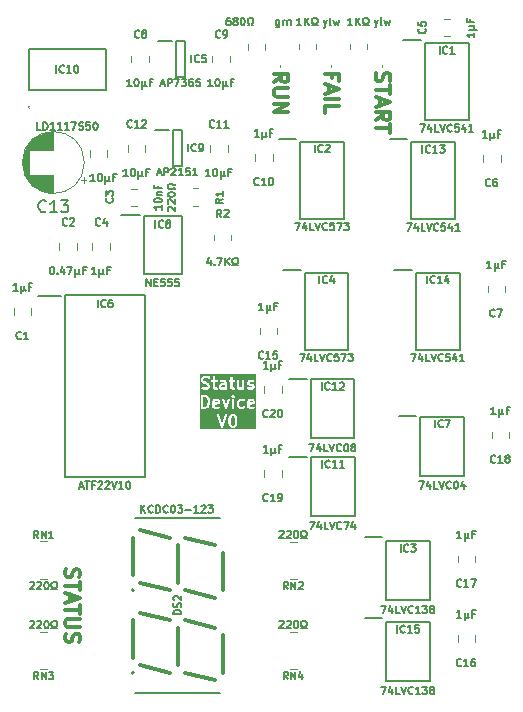
<source format=gto>
%TF.GenerationSoftware,KiCad,Pcbnew,8.0.4*%
%TF.CreationDate,2024-08-09T13:42:10+02:00*%
%TF.ProjectId,Hex LCD Device,48657820-4c43-4442-9044-65766963652e,V1*%
%TF.SameCoordinates,PX54c81a0PY37b6b20*%
%TF.FileFunction,Legend,Top*%
%TF.FilePolarity,Positive*%
%FSLAX46Y46*%
G04 Gerber Fmt 4.6, Leading zero omitted, Abs format (unit mm)*
G04 Created by KiCad (PCBNEW 8.0.4) date 2024-08-09 13:42:10*
%MOMM*%
%LPD*%
G01*
G04 APERTURE LIST*
%ADD10C,0.300000*%
%ADD11C,0.200000*%
%ADD12C,0.150000*%
%ADD13C,0.100000*%
%ADD14C,0.210000*%
%ADD15C,0.120000*%
G04 APERTURE END LIST*
D10*
X32135850Y-5863D02*
X32076326Y-184434D01*
X32076326Y-184434D02*
X32076326Y-482053D01*
X32076326Y-482053D02*
X32135850Y-601101D01*
X32135850Y-601101D02*
X32195373Y-660625D01*
X32195373Y-660625D02*
X32314421Y-720148D01*
X32314421Y-720148D02*
X32433469Y-720148D01*
X32433469Y-720148D02*
X32552516Y-660625D01*
X32552516Y-660625D02*
X32612040Y-601101D01*
X32612040Y-601101D02*
X32671564Y-482053D01*
X32671564Y-482053D02*
X32731088Y-243958D01*
X32731088Y-243958D02*
X32790611Y-124910D01*
X32790611Y-124910D02*
X32850135Y-65387D01*
X32850135Y-65387D02*
X32969183Y-5863D01*
X32969183Y-5863D02*
X33088230Y-5863D01*
X33088230Y-5863D02*
X33207278Y-65387D01*
X33207278Y-65387D02*
X33266802Y-124910D01*
X33266802Y-124910D02*
X33326326Y-243958D01*
X33326326Y-243958D02*
X33326326Y-541577D01*
X33326326Y-541577D02*
X33266802Y-720148D01*
X33326326Y-1077291D02*
X33326326Y-1791577D01*
X32076326Y-1434434D02*
X33326326Y-1434434D01*
X32433469Y-2148720D02*
X32433469Y-2743958D01*
X32076326Y-2029672D02*
X33326326Y-2446339D01*
X33326326Y-2446339D02*
X32076326Y-2863005D01*
X32076326Y-3993958D02*
X32671564Y-3577292D01*
X32076326Y-3279673D02*
X33326326Y-3279673D01*
X33326326Y-3279673D02*
X33326326Y-3755863D01*
X33326326Y-3755863D02*
X33266802Y-3874911D01*
X33266802Y-3874911D02*
X33207278Y-3934434D01*
X33207278Y-3934434D02*
X33088230Y-3993958D01*
X33088230Y-3993958D02*
X32909659Y-3993958D01*
X32909659Y-3993958D02*
X32790611Y-3934434D01*
X32790611Y-3934434D02*
X32731088Y-3874911D01*
X32731088Y-3874911D02*
X32671564Y-3755863D01*
X32671564Y-3755863D02*
X32671564Y-3279673D01*
X33326326Y-4351101D02*
X33326326Y-5065387D01*
X32076326Y-4708244D02*
X33326326Y-4708244D01*
X28413088Y-482053D02*
X28413088Y-65387D01*
X27758326Y-65387D02*
X29008326Y-65387D01*
X29008326Y-65387D02*
X29008326Y-660625D01*
X28115469Y-1077292D02*
X28115469Y-1672530D01*
X27758326Y-958244D02*
X29008326Y-1374911D01*
X29008326Y-1374911D02*
X27758326Y-1791577D01*
X27758326Y-2208245D02*
X29008326Y-2208245D01*
X27758326Y-3398721D02*
X27758326Y-2803483D01*
X27758326Y-2803483D02*
X29008326Y-2803483D01*
X23440326Y-781272D02*
X24035564Y-364606D01*
X23440326Y-66987D02*
X24690326Y-66987D01*
X24690326Y-66987D02*
X24690326Y-543177D01*
X24690326Y-543177D02*
X24630802Y-662225D01*
X24630802Y-662225D02*
X24571278Y-721748D01*
X24571278Y-721748D02*
X24452230Y-781272D01*
X24452230Y-781272D02*
X24273659Y-781272D01*
X24273659Y-781272D02*
X24154611Y-721748D01*
X24154611Y-721748D02*
X24095088Y-662225D01*
X24095088Y-662225D02*
X24035564Y-543177D01*
X24035564Y-543177D02*
X24035564Y-66987D01*
X24690326Y-1316987D02*
X23678421Y-1316987D01*
X23678421Y-1316987D02*
X23559373Y-1376510D01*
X23559373Y-1376510D02*
X23499850Y-1436034D01*
X23499850Y-1436034D02*
X23440326Y-1555082D01*
X23440326Y-1555082D02*
X23440326Y-1793177D01*
X23440326Y-1793177D02*
X23499850Y-1912225D01*
X23499850Y-1912225D02*
X23559373Y-1971748D01*
X23559373Y-1971748D02*
X23678421Y-2031272D01*
X23678421Y-2031272D02*
X24690326Y-2031272D01*
X23440326Y-2626511D02*
X24690326Y-2626511D01*
X24690326Y-2626511D02*
X23440326Y-3340796D01*
X23440326Y-3340796D02*
X24690326Y-3340796D01*
D11*
G36*
X20070192Y-29096024D02*
G01*
X20094861Y-29120692D01*
X20130314Y-29191599D01*
X20172285Y-29359480D01*
X20172285Y-29572956D01*
X20130314Y-29740837D01*
X20094861Y-29811743D01*
X20070192Y-29836413D01*
X20010583Y-29866219D01*
X19962559Y-29866219D01*
X19902949Y-29836414D01*
X19878282Y-29811746D01*
X19842827Y-29740837D01*
X19800857Y-29572956D01*
X19800857Y-29359481D01*
X19842827Y-29191599D01*
X19878281Y-29120692D01*
X19902949Y-29096023D01*
X19962559Y-29066219D01*
X20010583Y-29066219D01*
X20070192Y-29096024D01*
G37*
G36*
X17718265Y-27491296D02*
G01*
X17785338Y-27558369D01*
X17820790Y-27629274D01*
X17862761Y-27797155D01*
X17862761Y-27915393D01*
X17820790Y-28083274D01*
X17785337Y-28154180D01*
X17718266Y-28221253D01*
X17613201Y-28256275D01*
X17491333Y-28256275D01*
X17491333Y-27456275D01*
X17613201Y-27456275D01*
X17718265Y-27491296D01*
G37*
G36*
X18697749Y-27811763D02*
G01*
X18715199Y-27846663D01*
X18443714Y-27900960D01*
X18443714Y-27856072D01*
X18465869Y-27811762D01*
X18510178Y-27789608D01*
X18653440Y-27789608D01*
X18697749Y-27811763D01*
G37*
G36*
X21650130Y-27811763D02*
G01*
X21667580Y-27846663D01*
X21396095Y-27900960D01*
X21396095Y-27856072D01*
X21418250Y-27811762D01*
X21462559Y-27789608D01*
X21605821Y-27789608D01*
X21650130Y-27811763D01*
G37*
G36*
X19291333Y-26636908D02*
G01*
X19272488Y-26646331D01*
X19081607Y-26646331D01*
X19037297Y-26624176D01*
X19015143Y-26579866D01*
X19015143Y-26531842D01*
X19037298Y-26487532D01*
X19081607Y-26465378D01*
X19291333Y-26465378D01*
X19291333Y-26636908D01*
G37*
G36*
X21983396Y-30177330D02*
G01*
X17180222Y-30177330D01*
X17180222Y-28978726D01*
X18649261Y-28978726D01*
X18653608Y-28997842D01*
X18986941Y-29997841D01*
X18994932Y-30015742D01*
X18999615Y-30021141D01*
X19002810Y-30027531D01*
X19012281Y-30035746D01*
X19020497Y-30045218D01*
X19026885Y-30048412D01*
X19032286Y-30053096D01*
X19044187Y-30057063D01*
X19055396Y-30062667D01*
X19062520Y-30063173D01*
X19069302Y-30065434D01*
X19081811Y-30064544D01*
X19094316Y-30065434D01*
X19101094Y-30063174D01*
X19108222Y-30062668D01*
X19119438Y-30057059D01*
X19131332Y-30053095D01*
X19136729Y-30048414D01*
X19143121Y-30045218D01*
X19151339Y-30035742D01*
X19160808Y-30027530D01*
X19164001Y-30021143D01*
X19168686Y-30015742D01*
X19176677Y-29997842D01*
X19393567Y-29347171D01*
X19600857Y-29347171D01*
X19600857Y-29585266D01*
X19601192Y-29588668D01*
X19600975Y-29590127D01*
X19602054Y-29597424D01*
X19602778Y-29604775D01*
X19603342Y-29606138D01*
X19603843Y-29609520D01*
X19651462Y-29799995D01*
X19651975Y-29801432D01*
X19652027Y-29802155D01*
X19655135Y-29810279D01*
X19658057Y-29818456D01*
X19658487Y-29819036D01*
X19659033Y-29820463D01*
X19706652Y-29915701D01*
X19711935Y-29924093D01*
X19712947Y-29926537D01*
X19715203Y-29929286D01*
X19717095Y-29932291D01*
X19719089Y-29934020D01*
X19725384Y-29941690D01*
X19773002Y-29989310D01*
X19780670Y-29995603D01*
X19782402Y-29997600D01*
X19785410Y-29999493D01*
X19788156Y-30001747D01*
X19790596Y-30002757D01*
X19798993Y-30008043D01*
X19894230Y-30055662D01*
X19912539Y-30062668D01*
X19916122Y-30062922D01*
X19919443Y-30064298D01*
X19938952Y-30066219D01*
X20034190Y-30066219D01*
X20053699Y-30064298D01*
X20057019Y-30062922D01*
X20060603Y-30062668D01*
X20078911Y-30055662D01*
X20174149Y-30008043D01*
X20182544Y-30002758D01*
X20184986Y-30001747D01*
X20187733Y-29999491D01*
X20190739Y-29997600D01*
X20192469Y-29995605D01*
X20200139Y-29989310D01*
X20247758Y-29941690D01*
X20254050Y-29934023D01*
X20256047Y-29932292D01*
X20257940Y-29929284D01*
X20260195Y-29926537D01*
X20261206Y-29924095D01*
X20266490Y-29915701D01*
X20314109Y-29820464D01*
X20314655Y-29819035D01*
X20315085Y-29818456D01*
X20318006Y-29810279D01*
X20321115Y-29802155D01*
X20321166Y-29801434D01*
X20321680Y-29799996D01*
X20369299Y-29609520D01*
X20369799Y-29606138D01*
X20370364Y-29604775D01*
X20371087Y-29597424D01*
X20372167Y-29590127D01*
X20371949Y-29588668D01*
X20372285Y-29585266D01*
X20372285Y-29347171D01*
X20371949Y-29343768D01*
X20372167Y-29342310D01*
X20371087Y-29335012D01*
X20370364Y-29327662D01*
X20369799Y-29326298D01*
X20369299Y-29322917D01*
X20321680Y-29132441D01*
X20321166Y-29131002D01*
X20321115Y-29130282D01*
X20318006Y-29122157D01*
X20315085Y-29113981D01*
X20314655Y-29113401D01*
X20314109Y-29111973D01*
X20266490Y-29016736D01*
X20261204Y-29008339D01*
X20260194Y-29005899D01*
X20257940Y-29003153D01*
X20256047Y-29000145D01*
X20254049Y-28998412D01*
X20247757Y-28990746D01*
X20200139Y-28943127D01*
X20192468Y-28936832D01*
X20190739Y-28934838D01*
X20187731Y-28932944D01*
X20184985Y-28930691D01*
X20182545Y-28929680D01*
X20174149Y-28924395D01*
X20078911Y-28876776D01*
X20060603Y-28869770D01*
X20057019Y-28869515D01*
X20053699Y-28868140D01*
X20034190Y-28866219D01*
X19938952Y-28866219D01*
X19919443Y-28868140D01*
X19916122Y-28869515D01*
X19912539Y-28869770D01*
X19894230Y-28876776D01*
X19798993Y-28924395D01*
X19790596Y-28929680D01*
X19788156Y-28930691D01*
X19785410Y-28932944D01*
X19782402Y-28934838D01*
X19780669Y-28936835D01*
X19773003Y-28943128D01*
X19725384Y-28990746D01*
X19719089Y-28998416D01*
X19717095Y-29000146D01*
X19715201Y-29003153D01*
X19712948Y-29005900D01*
X19711937Y-29008339D01*
X19706652Y-29016736D01*
X19659033Y-29111974D01*
X19658487Y-29113400D01*
X19658057Y-29113981D01*
X19655135Y-29122157D01*
X19652027Y-29130282D01*
X19651975Y-29131004D01*
X19651462Y-29132442D01*
X19603843Y-29322917D01*
X19603342Y-29326298D01*
X19602778Y-29327662D01*
X19602054Y-29335012D01*
X19600975Y-29342310D01*
X19601192Y-29343768D01*
X19600857Y-29347171D01*
X19393567Y-29347171D01*
X19510010Y-28997842D01*
X19514357Y-28978727D01*
X19511591Y-28939807D01*
X19494141Y-28904908D01*
X19464665Y-28879343D01*
X19427649Y-28867004D01*
X19388729Y-28869771D01*
X19353830Y-28887220D01*
X19328265Y-28916696D01*
X19320274Y-28934597D01*
X19081809Y-29649991D01*
X18843344Y-28934596D01*
X18835353Y-28916696D01*
X18809788Y-28887220D01*
X18774889Y-28869770D01*
X18735969Y-28867004D01*
X18698953Y-28879342D01*
X18669477Y-28904907D01*
X18652027Y-28939806D01*
X18649261Y-28978726D01*
X17180222Y-28978726D01*
X17180222Y-27356275D01*
X17291333Y-27356275D01*
X17291333Y-28356275D01*
X17293254Y-28375784D01*
X17308186Y-28411832D01*
X17335776Y-28439422D01*
X17371824Y-28454354D01*
X17391333Y-28456275D01*
X17629428Y-28456275D01*
X17639301Y-28455302D01*
X17641935Y-28455490D01*
X17645398Y-28454702D01*
X17648937Y-28454354D01*
X17651379Y-28453342D01*
X17661051Y-28451143D01*
X17803907Y-28403524D01*
X17821808Y-28395533D01*
X17824523Y-28393178D01*
X17827843Y-28391803D01*
X17842996Y-28379366D01*
X17938234Y-28284127D01*
X17944526Y-28276460D01*
X17946523Y-28274729D01*
X17948416Y-28271721D01*
X17950671Y-28268974D01*
X17951682Y-28266532D01*
X17956966Y-28258138D01*
X18004585Y-28162901D01*
X18005131Y-28161472D01*
X18005561Y-28160893D01*
X18008482Y-28152716D01*
X18011591Y-28144592D01*
X18011642Y-28143871D01*
X18012156Y-28142433D01*
X18059775Y-27951957D01*
X18060275Y-27948575D01*
X18060840Y-27947212D01*
X18061563Y-27939861D01*
X18062643Y-27932564D01*
X18062425Y-27931105D01*
X18062761Y-27927703D01*
X18062761Y-27832465D01*
X18243714Y-27832465D01*
X18243714Y-28213417D01*
X18245635Y-28232926D01*
X18247010Y-28236246D01*
X18247265Y-28239829D01*
X18254271Y-28258138D01*
X18301890Y-28353377D01*
X18303943Y-28356640D01*
X18304457Y-28358179D01*
X18306119Y-28360095D01*
X18312333Y-28369967D01*
X18321804Y-28378181D01*
X18330021Y-28387656D01*
X18339891Y-28393868D01*
X18341809Y-28395532D01*
X18343349Y-28396045D01*
X18346612Y-28398099D01*
X18441849Y-28445718D01*
X18460158Y-28452724D01*
X18463741Y-28452978D01*
X18467062Y-28454354D01*
X18486571Y-28456275D01*
X18677047Y-28456275D01*
X18696556Y-28454354D01*
X18699876Y-28452978D01*
X18703460Y-28452724D01*
X18721768Y-28445718D01*
X18817006Y-28398099D01*
X18833596Y-28387656D01*
X18859161Y-28358179D01*
X18871499Y-28321163D01*
X18868734Y-28282243D01*
X18851285Y-28247345D01*
X18821808Y-28221780D01*
X18784792Y-28209441D01*
X18745872Y-28212207D01*
X18727563Y-28219213D01*
X18653440Y-28256275D01*
X18510178Y-28256275D01*
X18465868Y-28234120D01*
X18443714Y-28189810D01*
X18443714Y-28104921D01*
X18839410Y-28025782D01*
X18839413Y-28025782D01*
X18839415Y-28025780D01*
X18839515Y-28025761D01*
X18858269Y-28020051D01*
X18866409Y-28014599D01*
X18875461Y-28010850D01*
X18882462Y-28003848D01*
X18890688Y-27998340D01*
X18896122Y-27990188D01*
X18903051Y-27983260D01*
X18906840Y-27974112D01*
X18912332Y-27965875D01*
X18914233Y-27956264D01*
X18917983Y-27947212D01*
X18919904Y-27927703D01*
X18919904Y-27832465D01*
X18917983Y-27812956D01*
X18916607Y-27809635D01*
X18916353Y-27806052D01*
X18909347Y-27787743D01*
X18867587Y-27704223D01*
X19054311Y-27704223D01*
X19059064Y-27723242D01*
X19297159Y-28389908D01*
X19305529Y-28407635D01*
X19308899Y-28411357D01*
X19311047Y-28415892D01*
X19321898Y-28425715D01*
X19331716Y-28436560D01*
X19336248Y-28438707D01*
X19339973Y-28442079D01*
X19353763Y-28447003D01*
X19366978Y-28453264D01*
X19371988Y-28453513D01*
X19376718Y-28455202D01*
X19391339Y-28454474D01*
X19405948Y-28455201D01*
X19410673Y-28453513D01*
X19415688Y-28453264D01*
X19428914Y-28446998D01*
X19442693Y-28442078D01*
X19446413Y-28438709D01*
X19450950Y-28436561D01*
X19460772Y-28425710D01*
X19471619Y-28415892D01*
X19473766Y-28411357D01*
X19477137Y-28407635D01*
X19485507Y-28389909D01*
X19723602Y-27723242D01*
X19728355Y-27704223D01*
X19727628Y-27689608D01*
X19910381Y-27689608D01*
X19910381Y-28356275D01*
X19912302Y-28375784D01*
X19927234Y-28411832D01*
X19954824Y-28439422D01*
X19990872Y-28454354D01*
X20029890Y-28454354D01*
X20065938Y-28439422D01*
X20093528Y-28411832D01*
X20108460Y-28375784D01*
X20110381Y-28356275D01*
X20110381Y-27880084D01*
X20338952Y-27880084D01*
X20338952Y-28165798D01*
X20340873Y-28185307D01*
X20342248Y-28188627D01*
X20342503Y-28192211D01*
X20349509Y-28210519D01*
X20397128Y-28305757D01*
X20402411Y-28314149D01*
X20403423Y-28316593D01*
X20405679Y-28319342D01*
X20407571Y-28322347D01*
X20409565Y-28324076D01*
X20415860Y-28331746D01*
X20463478Y-28379366D01*
X20471146Y-28385659D01*
X20472878Y-28387656D01*
X20475886Y-28389549D01*
X20478632Y-28391803D01*
X20481072Y-28392813D01*
X20489469Y-28398099D01*
X20584706Y-28445718D01*
X20603015Y-28452724D01*
X20606598Y-28452978D01*
X20609919Y-28454354D01*
X20629428Y-28456275D01*
X20819904Y-28456275D01*
X20839413Y-28454354D01*
X20842733Y-28452978D01*
X20846317Y-28452724D01*
X20864625Y-28445718D01*
X20959863Y-28398099D01*
X20976453Y-28387656D01*
X21002018Y-28358179D01*
X21014356Y-28321163D01*
X21011591Y-28282243D01*
X20994142Y-28247345D01*
X20964665Y-28221780D01*
X20927649Y-28209441D01*
X20888729Y-28212207D01*
X20870420Y-28219213D01*
X20796297Y-28256275D01*
X20653035Y-28256275D01*
X20593425Y-28226470D01*
X20568758Y-28201802D01*
X20538952Y-28142190D01*
X20538952Y-27903691D01*
X20568757Y-27844081D01*
X20593425Y-27819412D01*
X20653035Y-27789608D01*
X20796297Y-27789608D01*
X20870420Y-27826670D01*
X20888729Y-27833676D01*
X20927649Y-27836442D01*
X20939580Y-27832465D01*
X21196095Y-27832465D01*
X21196095Y-28213417D01*
X21198016Y-28232926D01*
X21199391Y-28236246D01*
X21199646Y-28239829D01*
X21206652Y-28258138D01*
X21254271Y-28353377D01*
X21256324Y-28356640D01*
X21256838Y-28358179D01*
X21258500Y-28360095D01*
X21264714Y-28369967D01*
X21274185Y-28378181D01*
X21282402Y-28387656D01*
X21292272Y-28393868D01*
X21294190Y-28395532D01*
X21295730Y-28396045D01*
X21298993Y-28398099D01*
X21394230Y-28445718D01*
X21412539Y-28452724D01*
X21416122Y-28452978D01*
X21419443Y-28454354D01*
X21438952Y-28456275D01*
X21629428Y-28456275D01*
X21648937Y-28454354D01*
X21652257Y-28452978D01*
X21655841Y-28452724D01*
X21674149Y-28445718D01*
X21769387Y-28398099D01*
X21785977Y-28387656D01*
X21811542Y-28358179D01*
X21823880Y-28321163D01*
X21821115Y-28282243D01*
X21803666Y-28247345D01*
X21774189Y-28221780D01*
X21737173Y-28209441D01*
X21698253Y-28212207D01*
X21679944Y-28219213D01*
X21605821Y-28256275D01*
X21462559Y-28256275D01*
X21418249Y-28234120D01*
X21396095Y-28189810D01*
X21396095Y-28104921D01*
X21791791Y-28025782D01*
X21791794Y-28025782D01*
X21791796Y-28025780D01*
X21791896Y-28025761D01*
X21810650Y-28020051D01*
X21818790Y-28014599D01*
X21827842Y-28010850D01*
X21834843Y-28003848D01*
X21843069Y-27998340D01*
X21848503Y-27990188D01*
X21855432Y-27983260D01*
X21859221Y-27974112D01*
X21864713Y-27965875D01*
X21866614Y-27956264D01*
X21870364Y-27947212D01*
X21872285Y-27927703D01*
X21872285Y-27832465D01*
X21870364Y-27812956D01*
X21868988Y-27809635D01*
X21868734Y-27806052D01*
X21861728Y-27787743D01*
X21814109Y-27692506D01*
X21812054Y-27689242D01*
X21811542Y-27687704D01*
X21809880Y-27685788D01*
X21803666Y-27675915D01*
X21794190Y-27667697D01*
X21785977Y-27658227D01*
X21776105Y-27652013D01*
X21774189Y-27650351D01*
X21772650Y-27649837D01*
X21769387Y-27647784D01*
X21674149Y-27600165D01*
X21655841Y-27593159D01*
X21652257Y-27592904D01*
X21648937Y-27591529D01*
X21629428Y-27589608D01*
X21438952Y-27589608D01*
X21419443Y-27591529D01*
X21416122Y-27592904D01*
X21412539Y-27593159D01*
X21394230Y-27600165D01*
X21298993Y-27647784D01*
X21295729Y-27649838D01*
X21294191Y-27650351D01*
X21292275Y-27652012D01*
X21282402Y-27658227D01*
X21274184Y-27667702D01*
X21264714Y-27675916D01*
X21258500Y-27685787D01*
X21256838Y-27687704D01*
X21256324Y-27689242D01*
X21254271Y-27692506D01*
X21206652Y-27787744D01*
X21199646Y-27806052D01*
X21199391Y-27809635D01*
X21198016Y-27812956D01*
X21196095Y-27832465D01*
X20939580Y-27832465D01*
X20964665Y-27824103D01*
X20994142Y-27798538D01*
X21011591Y-27763640D01*
X21014356Y-27724720D01*
X21002018Y-27687704D01*
X20976453Y-27658227D01*
X20959863Y-27647784D01*
X20864625Y-27600165D01*
X20846317Y-27593159D01*
X20842733Y-27592904D01*
X20839413Y-27591529D01*
X20819904Y-27589608D01*
X20629428Y-27589608D01*
X20609919Y-27591529D01*
X20606598Y-27592904D01*
X20603015Y-27593159D01*
X20584706Y-27600165D01*
X20489469Y-27647784D01*
X20481072Y-27653069D01*
X20478632Y-27654080D01*
X20475886Y-27656333D01*
X20472878Y-27658227D01*
X20471145Y-27660224D01*
X20463479Y-27666517D01*
X20415860Y-27714135D01*
X20409565Y-27721805D01*
X20407571Y-27723535D01*
X20405677Y-27726542D01*
X20403424Y-27729289D01*
X20402413Y-27731728D01*
X20397128Y-27740125D01*
X20349509Y-27835363D01*
X20342503Y-27853671D01*
X20342248Y-27857254D01*
X20340873Y-27860575D01*
X20338952Y-27880084D01*
X20110381Y-27880084D01*
X20110381Y-27689608D01*
X20108460Y-27670099D01*
X20093528Y-27634051D01*
X20065938Y-27606461D01*
X20029890Y-27591529D01*
X19990872Y-27591529D01*
X19954824Y-27606461D01*
X19927234Y-27634051D01*
X19912302Y-27670099D01*
X19910381Y-27689608D01*
X19727628Y-27689608D01*
X19726417Y-27665253D01*
X19709714Y-27629991D01*
X19680788Y-27603805D01*
X19644043Y-27590682D01*
X19605073Y-27592619D01*
X19569811Y-27609323D01*
X19543624Y-27638248D01*
X19535254Y-27655975D01*
X19391333Y-28058953D01*
X19247412Y-27655974D01*
X19239042Y-27638248D01*
X19212855Y-27609322D01*
X19177593Y-27592619D01*
X19138623Y-27590681D01*
X19101878Y-27603804D01*
X19072952Y-27629991D01*
X19056249Y-27665253D01*
X19054311Y-27704223D01*
X18867587Y-27704223D01*
X18861728Y-27692506D01*
X18859673Y-27689242D01*
X18859161Y-27687704D01*
X18857499Y-27685788D01*
X18851285Y-27675915D01*
X18841809Y-27667697D01*
X18833596Y-27658227D01*
X18823724Y-27652013D01*
X18821808Y-27650351D01*
X18820269Y-27649837D01*
X18817006Y-27647784D01*
X18721768Y-27600165D01*
X18703460Y-27593159D01*
X18699876Y-27592904D01*
X18696556Y-27591529D01*
X18677047Y-27589608D01*
X18486571Y-27589608D01*
X18467062Y-27591529D01*
X18463741Y-27592904D01*
X18460158Y-27593159D01*
X18441849Y-27600165D01*
X18346612Y-27647784D01*
X18343348Y-27649838D01*
X18341810Y-27650351D01*
X18339894Y-27652012D01*
X18330021Y-27658227D01*
X18321803Y-27667702D01*
X18312333Y-27675916D01*
X18306119Y-27685787D01*
X18304457Y-27687704D01*
X18303943Y-27689242D01*
X18301890Y-27692506D01*
X18254271Y-27787744D01*
X18247265Y-27806052D01*
X18247010Y-27809635D01*
X18245635Y-27812956D01*
X18243714Y-27832465D01*
X18062761Y-27832465D01*
X18062761Y-27784846D01*
X18062425Y-27781443D01*
X18062643Y-27779985D01*
X18061563Y-27772687D01*
X18060840Y-27765337D01*
X18060275Y-27763973D01*
X18059775Y-27760592D01*
X18012156Y-27570116D01*
X18011642Y-27568677D01*
X18011591Y-27567957D01*
X18008482Y-27559832D01*
X18005561Y-27551656D01*
X18005131Y-27551076D01*
X18004585Y-27549648D01*
X17956966Y-27454411D01*
X17951679Y-27446012D01*
X17950670Y-27443575D01*
X17948418Y-27440831D01*
X17946523Y-27437820D01*
X17944525Y-27436087D01*
X17938234Y-27428421D01*
X17894198Y-27384385D01*
X19864683Y-27384385D01*
X19864683Y-27423403D01*
X19879615Y-27459451D01*
X19892051Y-27474605D01*
X19939670Y-27522223D01*
X19954823Y-27534660D01*
X19965381Y-27539033D01*
X19990872Y-27549592D01*
X20029890Y-27549592D01*
X20065938Y-27534660D01*
X20081092Y-27522224D01*
X20128710Y-27474605D01*
X20141147Y-27459452D01*
X20156078Y-27423403D01*
X20156078Y-27384385D01*
X20153218Y-27377481D01*
X20141147Y-27348336D01*
X20128710Y-27333183D01*
X20081092Y-27285564D01*
X20065938Y-27273128D01*
X20029890Y-27258196D01*
X19990872Y-27258196D01*
X19965381Y-27268754D01*
X19954823Y-27273128D01*
X19939670Y-27285565D01*
X19892051Y-27333183D01*
X19879616Y-27348336D01*
X19879615Y-27348337D01*
X19864683Y-27384385D01*
X17894198Y-27384385D01*
X17842996Y-27333183D01*
X17827842Y-27320747D01*
X17824523Y-27319372D01*
X17821808Y-27317017D01*
X17803907Y-27309026D01*
X17661051Y-27261407D01*
X17651379Y-27259207D01*
X17648937Y-27258196D01*
X17645398Y-27257847D01*
X17641935Y-27257060D01*
X17639301Y-27257247D01*
X17629428Y-27256275D01*
X17391333Y-27256275D01*
X17371824Y-27258196D01*
X17335776Y-27273128D01*
X17308186Y-27300718D01*
X17293254Y-27336766D01*
X17291333Y-27356275D01*
X17180222Y-27356275D01*
X17180222Y-25936807D01*
X17291333Y-25936807D01*
X17291333Y-26032045D01*
X17293254Y-26051554D01*
X17294629Y-26054874D01*
X17294884Y-26058458D01*
X17301890Y-26076766D01*
X17349509Y-26172004D01*
X17354794Y-26180400D01*
X17355805Y-26182840D01*
X17358058Y-26185586D01*
X17359952Y-26188594D01*
X17361946Y-26190323D01*
X17368241Y-26197994D01*
X17415860Y-26245612D01*
X17423526Y-26251904D01*
X17425259Y-26253902D01*
X17428267Y-26255795D01*
X17431013Y-26258049D01*
X17433453Y-26259059D01*
X17441850Y-26264345D01*
X17537087Y-26311964D01*
X17538515Y-26312510D01*
X17539095Y-26312940D01*
X17547271Y-26315861D01*
X17555396Y-26318970D01*
X17556116Y-26319021D01*
X17557555Y-26319535D01*
X17737380Y-26364491D01*
X17808287Y-26399945D01*
X17832956Y-26424613D01*
X17862761Y-26484223D01*
X17862761Y-26532247D01*
X17832956Y-26591855D01*
X17808287Y-26616525D01*
X17748678Y-26646331D01*
X17550416Y-26646331D01*
X17422956Y-26603844D01*
X17403840Y-26599497D01*
X17364920Y-26602263D01*
X17330021Y-26619713D01*
X17304456Y-26649189D01*
X17292118Y-26686205D01*
X17294884Y-26725125D01*
X17312334Y-26760024D01*
X17341810Y-26785589D01*
X17359710Y-26793580D01*
X17502567Y-26841199D01*
X17512239Y-26843398D01*
X17514681Y-26844410D01*
X17518218Y-26844758D01*
X17521682Y-26845546D01*
X17524316Y-26845358D01*
X17534190Y-26846331D01*
X17772285Y-26846331D01*
X17791794Y-26844410D01*
X17795114Y-26843034D01*
X17798698Y-26842780D01*
X17817006Y-26835774D01*
X17912244Y-26788155D01*
X17920639Y-26782870D01*
X17923081Y-26781859D01*
X17925828Y-26779603D01*
X17928834Y-26777712D01*
X17930564Y-26775717D01*
X17938234Y-26769422D01*
X17985853Y-26721802D01*
X17992145Y-26714135D01*
X17994142Y-26712404D01*
X17996035Y-26709396D01*
X17998290Y-26706649D01*
X17999301Y-26704207D01*
X18004585Y-26695813D01*
X18052204Y-26600576D01*
X18059210Y-26582267D01*
X18059464Y-26578683D01*
X18060840Y-26575363D01*
X18062761Y-26555854D01*
X18062761Y-26460616D01*
X18060840Y-26441107D01*
X18059464Y-26437786D01*
X18059210Y-26434203D01*
X18052204Y-26415894D01*
X18004585Y-26320657D01*
X17999299Y-26312260D01*
X17998289Y-26309820D01*
X17996035Y-26307074D01*
X17994142Y-26304066D01*
X17992144Y-26302333D01*
X17985852Y-26294667D01*
X17938234Y-26247048D01*
X17930563Y-26240753D01*
X17928834Y-26238759D01*
X17925826Y-26236865D01*
X17923080Y-26234612D01*
X17920640Y-26233601D01*
X17912244Y-26228316D01*
X17817006Y-26180697D01*
X17815579Y-26180151D01*
X17814999Y-26179721D01*
X17806822Y-26176799D01*
X17798698Y-26173691D01*
X17797975Y-26173639D01*
X17796538Y-26173126D01*
X17616713Y-26128169D01*
X17545806Y-26092716D01*
X17521138Y-26068047D01*
X17517192Y-26060155D01*
X18150397Y-26060155D01*
X18150397Y-26099173D01*
X18165329Y-26135221D01*
X18192919Y-26162811D01*
X18228967Y-26177743D01*
X18248476Y-26179664D01*
X18291333Y-26179664D01*
X18291333Y-26603473D01*
X18293254Y-26622982D01*
X18294629Y-26626302D01*
X18294884Y-26629885D01*
X18301890Y-26648194D01*
X18349509Y-26743433D01*
X18351562Y-26746696D01*
X18352076Y-26748235D01*
X18353738Y-26750151D01*
X18359952Y-26760023D01*
X18369423Y-26768237D01*
X18377640Y-26777712D01*
X18387510Y-26783924D01*
X18389428Y-26785588D01*
X18390968Y-26786101D01*
X18394231Y-26788155D01*
X18489468Y-26835774D01*
X18507777Y-26842780D01*
X18511360Y-26843034D01*
X18514681Y-26844410D01*
X18534190Y-26846331D01*
X18629428Y-26846331D01*
X18648937Y-26844410D01*
X18684985Y-26829478D01*
X18712575Y-26801888D01*
X18727507Y-26765840D01*
X18727507Y-26726822D01*
X18712575Y-26690774D01*
X18684985Y-26663184D01*
X18648937Y-26648252D01*
X18629428Y-26646331D01*
X18557797Y-26646331D01*
X18513487Y-26624176D01*
X18491333Y-26579866D01*
X18491333Y-26508235D01*
X18815143Y-26508235D01*
X18815143Y-26603473D01*
X18817064Y-26622982D01*
X18818439Y-26626302D01*
X18818694Y-26629885D01*
X18825700Y-26648194D01*
X18873319Y-26743433D01*
X18875372Y-26746696D01*
X18875886Y-26748235D01*
X18877548Y-26750151D01*
X18883762Y-26760023D01*
X18893233Y-26768237D01*
X18901450Y-26777712D01*
X18911320Y-26783924D01*
X18913238Y-26785588D01*
X18914778Y-26786101D01*
X18918041Y-26788155D01*
X19013278Y-26835774D01*
X19031587Y-26842780D01*
X19035170Y-26843034D01*
X19038491Y-26844410D01*
X19058000Y-26846331D01*
X19296095Y-26846331D01*
X19315604Y-26844410D01*
X19318924Y-26843034D01*
X19322508Y-26842780D01*
X19340816Y-26835774D01*
X19345419Y-26833472D01*
X19371824Y-26844410D01*
X19410842Y-26844410D01*
X19446890Y-26829478D01*
X19474480Y-26801888D01*
X19489412Y-26765840D01*
X19491333Y-26746331D01*
X19491333Y-26222521D01*
X19489412Y-26203012D01*
X19488036Y-26199691D01*
X19487782Y-26196108D01*
X19480776Y-26177799D01*
X19433157Y-26082562D01*
X19431102Y-26079298D01*
X19430590Y-26077760D01*
X19428928Y-26075844D01*
X19422714Y-26065971D01*
X19416008Y-26060155D01*
X19626588Y-26060155D01*
X19626588Y-26099173D01*
X19641520Y-26135221D01*
X19669110Y-26162811D01*
X19705158Y-26177743D01*
X19724667Y-26179664D01*
X19767524Y-26179664D01*
X19767524Y-26603473D01*
X19769445Y-26622982D01*
X19770820Y-26626302D01*
X19771075Y-26629885D01*
X19778081Y-26648194D01*
X19825700Y-26743433D01*
X19827753Y-26746696D01*
X19828267Y-26748235D01*
X19829929Y-26750151D01*
X19836143Y-26760023D01*
X19845614Y-26768237D01*
X19853831Y-26777712D01*
X19863701Y-26783924D01*
X19865619Y-26785588D01*
X19867159Y-26786101D01*
X19870422Y-26788155D01*
X19965659Y-26835774D01*
X19983968Y-26842780D01*
X19987551Y-26843034D01*
X19990872Y-26844410D01*
X20010381Y-26846331D01*
X20105619Y-26846331D01*
X20125128Y-26844410D01*
X20161176Y-26829478D01*
X20188766Y-26801888D01*
X20203698Y-26765840D01*
X20203698Y-26726822D01*
X20188766Y-26690774D01*
X20161176Y-26663184D01*
X20125128Y-26648252D01*
X20105619Y-26646331D01*
X20033988Y-26646331D01*
X19989678Y-26624176D01*
X19967524Y-26579866D01*
X19967524Y-26179664D01*
X20105619Y-26179664D01*
X20125128Y-26177743D01*
X20161176Y-26162811D01*
X20188766Y-26135221D01*
X20203698Y-26099173D01*
X20203698Y-26079664D01*
X20338953Y-26079664D01*
X20338953Y-26603473D01*
X20340874Y-26622982D01*
X20342249Y-26626302D01*
X20342504Y-26629885D01*
X20349510Y-26648194D01*
X20397129Y-26743433D01*
X20399182Y-26746696D01*
X20399696Y-26748235D01*
X20401358Y-26750151D01*
X20407572Y-26760023D01*
X20417043Y-26768237D01*
X20425260Y-26777712D01*
X20435130Y-26783924D01*
X20437048Y-26785588D01*
X20438588Y-26786101D01*
X20441851Y-26788155D01*
X20537088Y-26835774D01*
X20555397Y-26842780D01*
X20558980Y-26843034D01*
X20562301Y-26844410D01*
X20581810Y-26846331D01*
X20724667Y-26846331D01*
X20744176Y-26844410D01*
X20747496Y-26843034D01*
X20751080Y-26842780D01*
X20769388Y-26835774D01*
X20801971Y-26819482D01*
X20811967Y-26829478D01*
X20848015Y-26844410D01*
X20887033Y-26844410D01*
X20923081Y-26829478D01*
X20950671Y-26801888D01*
X20965603Y-26765840D01*
X20967524Y-26746331D01*
X20967524Y-26222521D01*
X21196096Y-26222521D01*
X21196096Y-26270140D01*
X21198017Y-26289649D01*
X21199392Y-26292969D01*
X21199647Y-26296553D01*
X21206653Y-26314861D01*
X21254272Y-26410099D01*
X21256325Y-26413362D01*
X21256839Y-26414901D01*
X21258501Y-26416817D01*
X21264715Y-26426689D01*
X21274185Y-26434902D01*
X21282403Y-26444378D01*
X21292276Y-26450592D01*
X21294192Y-26452254D01*
X21295730Y-26452766D01*
X21298994Y-26454821D01*
X21394231Y-26502440D01*
X21412540Y-26509446D01*
X21416123Y-26509700D01*
X21419444Y-26511076D01*
X21438953Y-26512997D01*
X21558203Y-26512997D01*
X21602512Y-26535152D01*
X21624667Y-26579461D01*
X21624667Y-26579866D01*
X21602512Y-26624175D01*
X21558203Y-26646331D01*
X21414941Y-26646331D01*
X21340817Y-26609269D01*
X21322509Y-26602263D01*
X21283589Y-26599497D01*
X21246573Y-26611836D01*
X21217096Y-26637400D01*
X21199647Y-26672299D01*
X21196881Y-26711219D01*
X21209220Y-26748235D01*
X21234784Y-26777712D01*
X21251375Y-26788155D01*
X21346612Y-26835774D01*
X21364921Y-26842780D01*
X21368504Y-26843034D01*
X21371825Y-26844410D01*
X21391334Y-26846331D01*
X21581810Y-26846331D01*
X21601319Y-26844410D01*
X21604639Y-26843034D01*
X21608223Y-26842780D01*
X21626531Y-26835774D01*
X21721769Y-26788155D01*
X21725031Y-26786101D01*
X21726571Y-26785588D01*
X21728487Y-26783925D01*
X21738359Y-26777712D01*
X21746574Y-26768238D01*
X21756048Y-26760023D01*
X21762261Y-26750151D01*
X21763924Y-26748235D01*
X21764436Y-26746696D01*
X21766491Y-26743433D01*
X21814110Y-26648194D01*
X21821116Y-26629886D01*
X21821370Y-26626302D01*
X21822746Y-26622982D01*
X21824667Y-26603473D01*
X21824667Y-26555854D01*
X21822746Y-26536345D01*
X21821370Y-26533024D01*
X21821116Y-26529441D01*
X21814110Y-26511132D01*
X21766491Y-26415895D01*
X21764436Y-26412631D01*
X21763924Y-26411093D01*
X21762262Y-26409177D01*
X21756048Y-26399304D01*
X21746572Y-26391086D01*
X21738359Y-26381616D01*
X21728487Y-26375402D01*
X21726571Y-26373740D01*
X21725032Y-26373226D01*
X21721769Y-26371173D01*
X21626531Y-26323554D01*
X21608223Y-26316548D01*
X21604639Y-26316293D01*
X21601319Y-26314918D01*
X21581810Y-26312997D01*
X21462560Y-26312997D01*
X21418251Y-26290842D01*
X21396096Y-26246532D01*
X21396096Y-26246128D01*
X21418251Y-26201818D01*
X21462560Y-26179664D01*
X21558203Y-26179664D01*
X21632326Y-26216726D01*
X21650635Y-26223732D01*
X21689555Y-26226498D01*
X21726571Y-26214159D01*
X21756048Y-26188594D01*
X21773497Y-26153696D01*
X21776262Y-26114776D01*
X21763924Y-26077760D01*
X21738359Y-26048283D01*
X21721769Y-26037840D01*
X21626531Y-25990221D01*
X21608223Y-25983215D01*
X21604639Y-25982960D01*
X21601319Y-25981585D01*
X21581810Y-25979664D01*
X21438953Y-25979664D01*
X21419444Y-25981585D01*
X21416123Y-25982960D01*
X21412540Y-25983215D01*
X21394231Y-25990221D01*
X21298994Y-26037840D01*
X21295730Y-26039894D01*
X21294192Y-26040407D01*
X21292276Y-26042068D01*
X21282403Y-26048283D01*
X21274185Y-26057758D01*
X21264715Y-26065972D01*
X21258501Y-26075843D01*
X21256839Y-26077760D01*
X21256325Y-26079298D01*
X21254272Y-26082562D01*
X21206653Y-26177800D01*
X21199647Y-26196108D01*
X21199392Y-26199691D01*
X21198017Y-26203012D01*
X21196096Y-26222521D01*
X20967524Y-26222521D01*
X20967524Y-26079664D01*
X20965603Y-26060155D01*
X20950671Y-26024107D01*
X20923081Y-25996517D01*
X20887033Y-25981585D01*
X20848015Y-25981585D01*
X20811967Y-25996517D01*
X20784377Y-26024107D01*
X20769445Y-26060155D01*
X20767524Y-26079664D01*
X20767524Y-26609671D01*
X20760669Y-26616525D01*
X20701060Y-26646331D01*
X20605417Y-26646331D01*
X20561107Y-26624176D01*
X20538953Y-26579866D01*
X20538953Y-26079664D01*
X20537032Y-26060155D01*
X20522100Y-26024107D01*
X20494510Y-25996517D01*
X20458462Y-25981585D01*
X20419444Y-25981585D01*
X20383396Y-25996517D01*
X20355806Y-26024107D01*
X20340874Y-26060155D01*
X20338953Y-26079664D01*
X20203698Y-26079664D01*
X20203698Y-26060155D01*
X20188766Y-26024107D01*
X20161176Y-25996517D01*
X20125128Y-25981585D01*
X20105619Y-25979664D01*
X19967524Y-25979664D01*
X19967524Y-25746331D01*
X19965603Y-25726822D01*
X19950671Y-25690774D01*
X19923081Y-25663184D01*
X19887033Y-25648252D01*
X19848015Y-25648252D01*
X19811967Y-25663184D01*
X19784377Y-25690774D01*
X19769445Y-25726822D01*
X19767524Y-25746331D01*
X19767524Y-25979664D01*
X19724667Y-25979664D01*
X19705158Y-25981585D01*
X19669110Y-25996517D01*
X19641520Y-26024107D01*
X19626588Y-26060155D01*
X19416008Y-26060155D01*
X19413238Y-26057753D01*
X19405025Y-26048283D01*
X19395153Y-26042069D01*
X19393237Y-26040407D01*
X19391698Y-26039893D01*
X19388435Y-26037840D01*
X19293197Y-25990221D01*
X19274889Y-25983215D01*
X19271305Y-25982960D01*
X19267985Y-25981585D01*
X19248476Y-25979664D01*
X19058000Y-25979664D01*
X19038491Y-25981585D01*
X19035170Y-25982960D01*
X19031587Y-25983215D01*
X19013278Y-25990221D01*
X18918041Y-26037840D01*
X18901450Y-26048283D01*
X18875886Y-26077760D01*
X18863547Y-26114776D01*
X18866313Y-26153696D01*
X18883762Y-26188595D01*
X18913239Y-26214159D01*
X18950255Y-26226498D01*
X18989175Y-26223732D01*
X19007483Y-26216726D01*
X19081607Y-26179664D01*
X19224869Y-26179664D01*
X19269178Y-26201819D01*
X19291333Y-26246128D01*
X19291333Y-26255955D01*
X19272488Y-26265378D01*
X19058000Y-26265378D01*
X19038491Y-26267299D01*
X19035170Y-26268674D01*
X19031587Y-26268929D01*
X19013278Y-26275935D01*
X18918041Y-26323554D01*
X18914777Y-26325608D01*
X18913239Y-26326121D01*
X18911323Y-26327782D01*
X18901450Y-26333997D01*
X18893232Y-26343472D01*
X18883762Y-26351686D01*
X18877548Y-26361557D01*
X18875886Y-26363474D01*
X18875372Y-26365012D01*
X18873319Y-26368276D01*
X18825700Y-26463514D01*
X18818694Y-26481822D01*
X18818439Y-26485405D01*
X18817064Y-26488726D01*
X18815143Y-26508235D01*
X18491333Y-26508235D01*
X18491333Y-26179664D01*
X18629428Y-26179664D01*
X18648937Y-26177743D01*
X18684985Y-26162811D01*
X18712575Y-26135221D01*
X18727507Y-26099173D01*
X18727507Y-26060155D01*
X18712575Y-26024107D01*
X18684985Y-25996517D01*
X18648937Y-25981585D01*
X18629428Y-25979664D01*
X18491333Y-25979664D01*
X18491333Y-25746331D01*
X18489412Y-25726822D01*
X18474480Y-25690774D01*
X18446890Y-25663184D01*
X18410842Y-25648252D01*
X18371824Y-25648252D01*
X18335776Y-25663184D01*
X18308186Y-25690774D01*
X18293254Y-25726822D01*
X18291333Y-25746331D01*
X18291333Y-25979664D01*
X18248476Y-25979664D01*
X18228967Y-25981585D01*
X18192919Y-25996517D01*
X18165329Y-26024107D01*
X18150397Y-26060155D01*
X17517192Y-26060155D01*
X17491333Y-26008437D01*
X17491333Y-25960414D01*
X17521138Y-25900804D01*
X17545806Y-25876135D01*
X17605416Y-25846331D01*
X17803677Y-25846331D01*
X17931138Y-25888818D01*
X17950253Y-25893165D01*
X17989173Y-25890399D01*
X18024072Y-25872949D01*
X18049637Y-25843473D01*
X18061976Y-25806457D01*
X18059209Y-25767537D01*
X18041760Y-25732638D01*
X18012284Y-25707073D01*
X17994383Y-25699082D01*
X17851527Y-25651463D01*
X17841855Y-25649263D01*
X17839413Y-25648252D01*
X17835874Y-25647903D01*
X17832411Y-25647116D01*
X17829777Y-25647303D01*
X17819904Y-25646331D01*
X17581809Y-25646331D01*
X17562300Y-25648252D01*
X17558979Y-25649627D01*
X17555396Y-25649882D01*
X17537087Y-25656888D01*
X17441850Y-25704507D01*
X17433453Y-25709792D01*
X17431013Y-25710803D01*
X17428267Y-25713056D01*
X17425259Y-25714950D01*
X17423526Y-25716947D01*
X17415860Y-25723240D01*
X17368241Y-25770858D01*
X17361946Y-25778528D01*
X17359952Y-25780258D01*
X17358058Y-25783265D01*
X17355805Y-25786012D01*
X17354794Y-25788451D01*
X17349509Y-25796848D01*
X17301890Y-25892086D01*
X17294884Y-25910394D01*
X17294629Y-25913977D01*
X17293254Y-25917298D01*
X17291333Y-25936807D01*
X17180222Y-25936807D01*
X17180222Y-25535220D01*
X21983396Y-25535220D01*
X21983396Y-30177330D01*
G37*
D10*
X5867750Y-42002663D02*
X5808226Y-42181234D01*
X5808226Y-42181234D02*
X5808226Y-42478853D01*
X5808226Y-42478853D02*
X5867750Y-42597901D01*
X5867750Y-42597901D02*
X5927273Y-42657425D01*
X5927273Y-42657425D02*
X6046321Y-42716948D01*
X6046321Y-42716948D02*
X6165369Y-42716948D01*
X6165369Y-42716948D02*
X6284416Y-42657425D01*
X6284416Y-42657425D02*
X6343940Y-42597901D01*
X6343940Y-42597901D02*
X6403464Y-42478853D01*
X6403464Y-42478853D02*
X6462988Y-42240758D01*
X6462988Y-42240758D02*
X6522511Y-42121710D01*
X6522511Y-42121710D02*
X6582035Y-42062187D01*
X6582035Y-42062187D02*
X6701083Y-42002663D01*
X6701083Y-42002663D02*
X6820130Y-42002663D01*
X6820130Y-42002663D02*
X6939178Y-42062187D01*
X6939178Y-42062187D02*
X6998702Y-42121710D01*
X6998702Y-42121710D02*
X7058226Y-42240758D01*
X7058226Y-42240758D02*
X7058226Y-42538377D01*
X7058226Y-42538377D02*
X6998702Y-42716948D01*
X7058226Y-43074091D02*
X7058226Y-43788377D01*
X5808226Y-43431234D02*
X7058226Y-43431234D01*
X6165369Y-44145520D02*
X6165369Y-44740758D01*
X5808226Y-44026472D02*
X7058226Y-44443139D01*
X7058226Y-44443139D02*
X5808226Y-44859805D01*
X7058226Y-45097901D02*
X7058226Y-45812187D01*
X5808226Y-45455044D02*
X7058226Y-45455044D01*
X7058226Y-46228854D02*
X6046321Y-46228854D01*
X6046321Y-46228854D02*
X5927273Y-46288377D01*
X5927273Y-46288377D02*
X5867750Y-46347901D01*
X5867750Y-46347901D02*
X5808226Y-46466949D01*
X5808226Y-46466949D02*
X5808226Y-46705044D01*
X5808226Y-46705044D02*
X5867750Y-46824092D01*
X5867750Y-46824092D02*
X5927273Y-46883615D01*
X5927273Y-46883615D02*
X6046321Y-46943139D01*
X6046321Y-46943139D02*
X7058226Y-46943139D01*
X5867750Y-47478854D02*
X5808226Y-47657425D01*
X5808226Y-47657425D02*
X5808226Y-47955044D01*
X5808226Y-47955044D02*
X5867750Y-48074092D01*
X5867750Y-48074092D02*
X5927273Y-48133616D01*
X5927273Y-48133616D02*
X6046321Y-48193139D01*
X6046321Y-48193139D02*
X6165369Y-48193139D01*
X6165369Y-48193139D02*
X6284416Y-48133616D01*
X6284416Y-48133616D02*
X6343940Y-48074092D01*
X6343940Y-48074092D02*
X6403464Y-47955044D01*
X6403464Y-47955044D02*
X6462988Y-47716949D01*
X6462988Y-47716949D02*
X6522511Y-47597901D01*
X6522511Y-47597901D02*
X6582035Y-47538378D01*
X6582035Y-47538378D02*
X6701083Y-47478854D01*
X6701083Y-47478854D02*
X6820130Y-47478854D01*
X6820130Y-47478854D02*
X6939178Y-47538378D01*
X6939178Y-47538378D02*
X6998702Y-47597901D01*
X6998702Y-47597901D02*
X7058226Y-47716949D01*
X7058226Y-47716949D02*
X7058226Y-48014568D01*
X7058226Y-48014568D02*
X6998702Y-48193139D01*
D12*
X15585863Y-45856071D02*
X14950863Y-45856071D01*
X14950863Y-45856071D02*
X14950863Y-45704881D01*
X14950863Y-45704881D02*
X14981101Y-45614166D01*
X14981101Y-45614166D02*
X15041577Y-45553690D01*
X15041577Y-45553690D02*
X15102053Y-45523452D01*
X15102053Y-45523452D02*
X15223005Y-45493214D01*
X15223005Y-45493214D02*
X15313720Y-45493214D01*
X15313720Y-45493214D02*
X15434672Y-45523452D01*
X15434672Y-45523452D02*
X15495148Y-45553690D01*
X15495148Y-45553690D02*
X15555625Y-45614166D01*
X15555625Y-45614166D02*
X15585863Y-45704881D01*
X15585863Y-45704881D02*
X15585863Y-45856071D01*
X15555625Y-45251309D02*
X15585863Y-45160595D01*
X15585863Y-45160595D02*
X15585863Y-45009404D01*
X15585863Y-45009404D02*
X15555625Y-44948928D01*
X15555625Y-44948928D02*
X15525386Y-44918690D01*
X15525386Y-44918690D02*
X15464910Y-44888452D01*
X15464910Y-44888452D02*
X15404434Y-44888452D01*
X15404434Y-44888452D02*
X15343958Y-44918690D01*
X15343958Y-44918690D02*
X15313720Y-44948928D01*
X15313720Y-44948928D02*
X15283482Y-45009404D01*
X15283482Y-45009404D02*
X15253244Y-45130357D01*
X15253244Y-45130357D02*
X15223005Y-45190833D01*
X15223005Y-45190833D02*
X15192767Y-45221071D01*
X15192767Y-45221071D02*
X15132291Y-45251309D01*
X15132291Y-45251309D02*
X15071815Y-45251309D01*
X15071815Y-45251309D02*
X15011339Y-45221071D01*
X15011339Y-45221071D02*
X14981101Y-45190833D01*
X14981101Y-45190833D02*
X14950863Y-45130357D01*
X14950863Y-45130357D02*
X14950863Y-44979166D01*
X14950863Y-44979166D02*
X14981101Y-44888452D01*
X15011339Y-44646547D02*
X14981101Y-44616309D01*
X14981101Y-44616309D02*
X14950863Y-44555833D01*
X14950863Y-44555833D02*
X14950863Y-44404642D01*
X14950863Y-44404642D02*
X14981101Y-44344166D01*
X14981101Y-44344166D02*
X15011339Y-44313928D01*
X15011339Y-44313928D02*
X15071815Y-44283690D01*
X15071815Y-44283690D02*
X15132291Y-44283690D01*
X15132291Y-44283690D02*
X15223005Y-44313928D01*
X15223005Y-44313928D02*
X15585863Y-44676785D01*
X15585863Y-44676785D02*
X15585863Y-44283690D01*
X12216190Y-37242963D02*
X12216190Y-36607963D01*
X12579047Y-37242963D02*
X12306904Y-36880105D01*
X12579047Y-36607963D02*
X12216190Y-36970820D01*
X13214047Y-37182486D02*
X13183809Y-37212725D01*
X13183809Y-37212725D02*
X13093095Y-37242963D01*
X13093095Y-37242963D02*
X13032619Y-37242963D01*
X13032619Y-37242963D02*
X12941904Y-37212725D01*
X12941904Y-37212725D02*
X12881428Y-37152248D01*
X12881428Y-37152248D02*
X12851190Y-37091772D01*
X12851190Y-37091772D02*
X12820952Y-36970820D01*
X12820952Y-36970820D02*
X12820952Y-36880105D01*
X12820952Y-36880105D02*
X12851190Y-36759153D01*
X12851190Y-36759153D02*
X12881428Y-36698677D01*
X12881428Y-36698677D02*
X12941904Y-36638201D01*
X12941904Y-36638201D02*
X13032619Y-36607963D01*
X13032619Y-36607963D02*
X13093095Y-36607963D01*
X13093095Y-36607963D02*
X13183809Y-36638201D01*
X13183809Y-36638201D02*
X13214047Y-36668439D01*
X13486190Y-37242963D02*
X13486190Y-36607963D01*
X13486190Y-36607963D02*
X13637380Y-36607963D01*
X13637380Y-36607963D02*
X13728095Y-36638201D01*
X13728095Y-36638201D02*
X13788571Y-36698677D01*
X13788571Y-36698677D02*
X13818809Y-36759153D01*
X13818809Y-36759153D02*
X13849047Y-36880105D01*
X13849047Y-36880105D02*
X13849047Y-36970820D01*
X13849047Y-36970820D02*
X13818809Y-37091772D01*
X13818809Y-37091772D02*
X13788571Y-37152248D01*
X13788571Y-37152248D02*
X13728095Y-37212725D01*
X13728095Y-37212725D02*
X13637380Y-37242963D01*
X13637380Y-37242963D02*
X13486190Y-37242963D01*
X14484047Y-37182486D02*
X14453809Y-37212725D01*
X14453809Y-37212725D02*
X14363095Y-37242963D01*
X14363095Y-37242963D02*
X14302619Y-37242963D01*
X14302619Y-37242963D02*
X14211904Y-37212725D01*
X14211904Y-37212725D02*
X14151428Y-37152248D01*
X14151428Y-37152248D02*
X14121190Y-37091772D01*
X14121190Y-37091772D02*
X14090952Y-36970820D01*
X14090952Y-36970820D02*
X14090952Y-36880105D01*
X14090952Y-36880105D02*
X14121190Y-36759153D01*
X14121190Y-36759153D02*
X14151428Y-36698677D01*
X14151428Y-36698677D02*
X14211904Y-36638201D01*
X14211904Y-36638201D02*
X14302619Y-36607963D01*
X14302619Y-36607963D02*
X14363095Y-36607963D01*
X14363095Y-36607963D02*
X14453809Y-36638201D01*
X14453809Y-36638201D02*
X14484047Y-36668439D01*
X14877142Y-36607963D02*
X14937619Y-36607963D01*
X14937619Y-36607963D02*
X14998095Y-36638201D01*
X14998095Y-36638201D02*
X15028333Y-36668439D01*
X15028333Y-36668439D02*
X15058571Y-36728915D01*
X15058571Y-36728915D02*
X15088809Y-36849867D01*
X15088809Y-36849867D02*
X15088809Y-37001058D01*
X15088809Y-37001058D02*
X15058571Y-37122010D01*
X15058571Y-37122010D02*
X15028333Y-37182486D01*
X15028333Y-37182486D02*
X14998095Y-37212725D01*
X14998095Y-37212725D02*
X14937619Y-37242963D01*
X14937619Y-37242963D02*
X14877142Y-37242963D01*
X14877142Y-37242963D02*
X14816666Y-37212725D01*
X14816666Y-37212725D02*
X14786428Y-37182486D01*
X14786428Y-37182486D02*
X14756190Y-37122010D01*
X14756190Y-37122010D02*
X14725952Y-37001058D01*
X14725952Y-37001058D02*
X14725952Y-36849867D01*
X14725952Y-36849867D02*
X14756190Y-36728915D01*
X14756190Y-36728915D02*
X14786428Y-36668439D01*
X14786428Y-36668439D02*
X14816666Y-36638201D01*
X14816666Y-36638201D02*
X14877142Y-36607963D01*
X15300476Y-36607963D02*
X15693571Y-36607963D01*
X15693571Y-36607963D02*
X15481904Y-36849867D01*
X15481904Y-36849867D02*
X15572619Y-36849867D01*
X15572619Y-36849867D02*
X15633095Y-36880105D01*
X15633095Y-36880105D02*
X15663333Y-36910344D01*
X15663333Y-36910344D02*
X15693571Y-36970820D01*
X15693571Y-36970820D02*
X15693571Y-37122010D01*
X15693571Y-37122010D02*
X15663333Y-37182486D01*
X15663333Y-37182486D02*
X15633095Y-37212725D01*
X15633095Y-37212725D02*
X15572619Y-37242963D01*
X15572619Y-37242963D02*
X15391190Y-37242963D01*
X15391190Y-37242963D02*
X15330714Y-37212725D01*
X15330714Y-37212725D02*
X15300476Y-37182486D01*
X15965714Y-37001058D02*
X16449524Y-37001058D01*
X17084523Y-37242963D02*
X16721666Y-37242963D01*
X16903094Y-37242963D02*
X16903094Y-36607963D01*
X16903094Y-36607963D02*
X16842618Y-36698677D01*
X16842618Y-36698677D02*
X16782142Y-36759153D01*
X16782142Y-36759153D02*
X16721666Y-36789391D01*
X17326428Y-36668439D02*
X17356666Y-36638201D01*
X17356666Y-36638201D02*
X17417142Y-36607963D01*
X17417142Y-36607963D02*
X17568333Y-36607963D01*
X17568333Y-36607963D02*
X17628809Y-36638201D01*
X17628809Y-36638201D02*
X17659047Y-36668439D01*
X17659047Y-36668439D02*
X17689285Y-36728915D01*
X17689285Y-36728915D02*
X17689285Y-36789391D01*
X17689285Y-36789391D02*
X17659047Y-36880105D01*
X17659047Y-36880105D02*
X17296190Y-37242963D01*
X17296190Y-37242963D02*
X17689285Y-37242963D01*
X17900952Y-36607963D02*
X18294047Y-36607963D01*
X18294047Y-36607963D02*
X18082380Y-36849867D01*
X18082380Y-36849867D02*
X18173095Y-36849867D01*
X18173095Y-36849867D02*
X18233571Y-36880105D01*
X18233571Y-36880105D02*
X18263809Y-36910344D01*
X18263809Y-36910344D02*
X18294047Y-36970820D01*
X18294047Y-36970820D02*
X18294047Y-37122010D01*
X18294047Y-37122010D02*
X18263809Y-37182486D01*
X18263809Y-37182486D02*
X18233571Y-37212725D01*
X18233571Y-37212725D02*
X18173095Y-37242963D01*
X18173095Y-37242963D02*
X17991666Y-37242963D01*
X17991666Y-37242963D02*
X17931190Y-37212725D01*
X17931190Y-37212725D02*
X17900952Y-37182486D01*
X42211785Y-32951486D02*
X42181547Y-32981725D01*
X42181547Y-32981725D02*
X42090833Y-33011963D01*
X42090833Y-33011963D02*
X42030357Y-33011963D01*
X42030357Y-33011963D02*
X41939642Y-32981725D01*
X41939642Y-32981725D02*
X41879166Y-32921248D01*
X41879166Y-32921248D02*
X41848928Y-32860772D01*
X41848928Y-32860772D02*
X41818690Y-32739820D01*
X41818690Y-32739820D02*
X41818690Y-32649105D01*
X41818690Y-32649105D02*
X41848928Y-32528153D01*
X41848928Y-32528153D02*
X41879166Y-32467677D01*
X41879166Y-32467677D02*
X41939642Y-32407201D01*
X41939642Y-32407201D02*
X42030357Y-32376963D01*
X42030357Y-32376963D02*
X42090833Y-32376963D01*
X42090833Y-32376963D02*
X42181547Y-32407201D01*
X42181547Y-32407201D02*
X42211785Y-32437439D01*
X42816547Y-33011963D02*
X42453690Y-33011963D01*
X42635118Y-33011963D02*
X42635118Y-32376963D01*
X42635118Y-32376963D02*
X42574642Y-32467677D01*
X42574642Y-32467677D02*
X42514166Y-32528153D01*
X42514166Y-32528153D02*
X42453690Y-32558391D01*
X43179404Y-32649105D02*
X43118928Y-32618867D01*
X43118928Y-32618867D02*
X43088690Y-32588629D01*
X43088690Y-32588629D02*
X43058452Y-32528153D01*
X43058452Y-32528153D02*
X43058452Y-32497915D01*
X43058452Y-32497915D02*
X43088690Y-32437439D01*
X43088690Y-32437439D02*
X43118928Y-32407201D01*
X43118928Y-32407201D02*
X43179404Y-32376963D01*
X43179404Y-32376963D02*
X43300357Y-32376963D01*
X43300357Y-32376963D02*
X43360833Y-32407201D01*
X43360833Y-32407201D02*
X43391071Y-32437439D01*
X43391071Y-32437439D02*
X43421309Y-32497915D01*
X43421309Y-32497915D02*
X43421309Y-32528153D01*
X43421309Y-32528153D02*
X43391071Y-32588629D01*
X43391071Y-32588629D02*
X43360833Y-32618867D01*
X43360833Y-32618867D02*
X43300357Y-32649105D01*
X43300357Y-32649105D02*
X43179404Y-32649105D01*
X43179404Y-32649105D02*
X43118928Y-32679344D01*
X43118928Y-32679344D02*
X43088690Y-32709582D01*
X43088690Y-32709582D02*
X43058452Y-32770058D01*
X43058452Y-32770058D02*
X43058452Y-32891010D01*
X43058452Y-32891010D02*
X43088690Y-32951486D01*
X43088690Y-32951486D02*
X43118928Y-32981725D01*
X43118928Y-32981725D02*
X43179404Y-33011963D01*
X43179404Y-33011963D02*
X43300357Y-33011963D01*
X43300357Y-33011963D02*
X43360833Y-32981725D01*
X43360833Y-32981725D02*
X43391071Y-32951486D01*
X43391071Y-32951486D02*
X43421309Y-32891010D01*
X43421309Y-32891010D02*
X43421309Y-32770058D01*
X43421309Y-32770058D02*
X43391071Y-32709582D01*
X43391071Y-32709582D02*
X43360833Y-32679344D01*
X43360833Y-32679344D02*
X43300357Y-32649105D01*
X42223666Y-28904963D02*
X41860809Y-28904963D01*
X42042237Y-28904963D02*
X42042237Y-28269963D01*
X42042237Y-28269963D02*
X41981761Y-28360677D01*
X41981761Y-28360677D02*
X41921285Y-28421153D01*
X41921285Y-28421153D02*
X41860809Y-28451391D01*
X42495809Y-28481629D02*
X42495809Y-29116629D01*
X42798190Y-28814248D02*
X42828428Y-28874725D01*
X42828428Y-28874725D02*
X42888904Y-28904963D01*
X42495809Y-28814248D02*
X42526047Y-28874725D01*
X42526047Y-28874725D02*
X42586523Y-28904963D01*
X42586523Y-28904963D02*
X42707476Y-28904963D01*
X42707476Y-28904963D02*
X42767952Y-28874725D01*
X42767952Y-28874725D02*
X42798190Y-28814248D01*
X42798190Y-28814248D02*
X42798190Y-28481629D01*
X43372714Y-28572344D02*
X43161047Y-28572344D01*
X43161047Y-28904963D02*
X43161047Y-28269963D01*
X43161047Y-28269963D02*
X43463428Y-28269963D01*
X9776486Y-10619833D02*
X9806725Y-10650071D01*
X9806725Y-10650071D02*
X9836963Y-10740785D01*
X9836963Y-10740785D02*
X9836963Y-10801261D01*
X9836963Y-10801261D02*
X9806725Y-10891976D01*
X9806725Y-10891976D02*
X9746248Y-10952452D01*
X9746248Y-10952452D02*
X9685772Y-10982690D01*
X9685772Y-10982690D02*
X9564820Y-11012928D01*
X9564820Y-11012928D02*
X9474105Y-11012928D01*
X9474105Y-11012928D02*
X9353153Y-10982690D01*
X9353153Y-10982690D02*
X9292677Y-10952452D01*
X9292677Y-10952452D02*
X9232201Y-10891976D01*
X9232201Y-10891976D02*
X9201963Y-10801261D01*
X9201963Y-10801261D02*
X9201963Y-10740785D01*
X9201963Y-10740785D02*
X9232201Y-10650071D01*
X9232201Y-10650071D02*
X9262439Y-10619833D01*
X9201963Y-10408166D02*
X9201963Y-10015071D01*
X9201963Y-10015071D02*
X9443867Y-10226738D01*
X9443867Y-10226738D02*
X9443867Y-10136023D01*
X9443867Y-10136023D02*
X9474105Y-10075547D01*
X9474105Y-10075547D02*
X9504344Y-10045309D01*
X9504344Y-10045309D02*
X9564820Y-10015071D01*
X9564820Y-10015071D02*
X9716010Y-10015071D01*
X9716010Y-10015071D02*
X9776486Y-10045309D01*
X9776486Y-10045309D02*
X9806725Y-10075547D01*
X9806725Y-10075547D02*
X9836963Y-10136023D01*
X9836963Y-10136023D02*
X9836963Y-10317452D01*
X9836963Y-10317452D02*
X9806725Y-10377928D01*
X9806725Y-10377928D02*
X9776486Y-10408166D01*
X13943963Y-11221357D02*
X13943963Y-11584214D01*
X13943963Y-11402786D02*
X13308963Y-11402786D01*
X13308963Y-11402786D02*
X13399677Y-11463262D01*
X13399677Y-11463262D02*
X13460153Y-11523738D01*
X13460153Y-11523738D02*
X13490391Y-11584214D01*
X13308963Y-10828262D02*
X13308963Y-10767785D01*
X13308963Y-10767785D02*
X13339201Y-10707309D01*
X13339201Y-10707309D02*
X13369439Y-10677071D01*
X13369439Y-10677071D02*
X13429915Y-10646833D01*
X13429915Y-10646833D02*
X13550867Y-10616595D01*
X13550867Y-10616595D02*
X13702058Y-10616595D01*
X13702058Y-10616595D02*
X13823010Y-10646833D01*
X13823010Y-10646833D02*
X13883486Y-10677071D01*
X13883486Y-10677071D02*
X13913725Y-10707309D01*
X13913725Y-10707309D02*
X13943963Y-10767785D01*
X13943963Y-10767785D02*
X13943963Y-10828262D01*
X13943963Y-10828262D02*
X13913725Y-10888738D01*
X13913725Y-10888738D02*
X13883486Y-10918976D01*
X13883486Y-10918976D02*
X13823010Y-10949214D01*
X13823010Y-10949214D02*
X13702058Y-10979452D01*
X13702058Y-10979452D02*
X13550867Y-10979452D01*
X13550867Y-10979452D02*
X13429915Y-10949214D01*
X13429915Y-10949214D02*
X13369439Y-10918976D01*
X13369439Y-10918976D02*
X13339201Y-10888738D01*
X13339201Y-10888738D02*
X13308963Y-10828262D01*
X13520629Y-10344452D02*
X13943963Y-10344452D01*
X13581105Y-10344452D02*
X13550867Y-10314214D01*
X13550867Y-10314214D02*
X13520629Y-10253738D01*
X13520629Y-10253738D02*
X13520629Y-10163023D01*
X13520629Y-10163023D02*
X13550867Y-10102547D01*
X13550867Y-10102547D02*
X13611344Y-10072309D01*
X13611344Y-10072309D02*
X13943963Y-10072309D01*
X13611344Y-9558261D02*
X13611344Y-9769928D01*
X13943963Y-9769928D02*
X13308963Y-9769928D01*
X13308963Y-9769928D02*
X13308963Y-9467547D01*
X33875738Y-47402963D02*
X33875738Y-46767963D01*
X34540976Y-47342486D02*
X34510738Y-47372725D01*
X34510738Y-47372725D02*
X34420024Y-47402963D01*
X34420024Y-47402963D02*
X34359548Y-47402963D01*
X34359548Y-47402963D02*
X34268833Y-47372725D01*
X34268833Y-47372725D02*
X34208357Y-47312248D01*
X34208357Y-47312248D02*
X34178119Y-47251772D01*
X34178119Y-47251772D02*
X34147881Y-47130820D01*
X34147881Y-47130820D02*
X34147881Y-47040105D01*
X34147881Y-47040105D02*
X34178119Y-46919153D01*
X34178119Y-46919153D02*
X34208357Y-46858677D01*
X34208357Y-46858677D02*
X34268833Y-46798201D01*
X34268833Y-46798201D02*
X34359548Y-46767963D01*
X34359548Y-46767963D02*
X34420024Y-46767963D01*
X34420024Y-46767963D02*
X34510738Y-46798201D01*
X34510738Y-46798201D02*
X34540976Y-46828439D01*
X35145738Y-47402963D02*
X34782881Y-47402963D01*
X34964309Y-47402963D02*
X34964309Y-46767963D01*
X34964309Y-46767963D02*
X34903833Y-46858677D01*
X34903833Y-46858677D02*
X34843357Y-46919153D01*
X34843357Y-46919153D02*
X34782881Y-46949391D01*
X35720262Y-46767963D02*
X35417881Y-46767963D01*
X35417881Y-46767963D02*
X35387643Y-47070344D01*
X35387643Y-47070344D02*
X35417881Y-47040105D01*
X35417881Y-47040105D02*
X35478357Y-47009867D01*
X35478357Y-47009867D02*
X35629548Y-47009867D01*
X35629548Y-47009867D02*
X35690024Y-47040105D01*
X35690024Y-47040105D02*
X35720262Y-47070344D01*
X35720262Y-47070344D02*
X35750500Y-47130820D01*
X35750500Y-47130820D02*
X35750500Y-47282010D01*
X35750500Y-47282010D02*
X35720262Y-47342486D01*
X35720262Y-47342486D02*
X35690024Y-47372725D01*
X35690024Y-47372725D02*
X35629548Y-47402963D01*
X35629548Y-47402963D02*
X35478357Y-47402963D01*
X35478357Y-47402963D02*
X35417881Y-47372725D01*
X35417881Y-47372725D02*
X35387643Y-47342486D01*
X32530142Y-51974963D02*
X32953475Y-51974963D01*
X32953475Y-51974963D02*
X32681332Y-52609963D01*
X33467523Y-52186629D02*
X33467523Y-52609963D01*
X33316332Y-51944725D02*
X33165142Y-52398296D01*
X33165142Y-52398296D02*
X33558237Y-52398296D01*
X34102523Y-52609963D02*
X33800142Y-52609963D01*
X33800142Y-52609963D02*
X33800142Y-51974963D01*
X34223476Y-51974963D02*
X34435142Y-52609963D01*
X34435142Y-52609963D02*
X34646809Y-51974963D01*
X35221333Y-52549486D02*
X35191095Y-52579725D01*
X35191095Y-52579725D02*
X35100381Y-52609963D01*
X35100381Y-52609963D02*
X35039905Y-52609963D01*
X35039905Y-52609963D02*
X34949190Y-52579725D01*
X34949190Y-52579725D02*
X34888714Y-52519248D01*
X34888714Y-52519248D02*
X34858476Y-52458772D01*
X34858476Y-52458772D02*
X34828238Y-52337820D01*
X34828238Y-52337820D02*
X34828238Y-52247105D01*
X34828238Y-52247105D02*
X34858476Y-52126153D01*
X34858476Y-52126153D02*
X34888714Y-52065677D01*
X34888714Y-52065677D02*
X34949190Y-52005201D01*
X34949190Y-52005201D02*
X35039905Y-51974963D01*
X35039905Y-51974963D02*
X35100381Y-51974963D01*
X35100381Y-51974963D02*
X35191095Y-52005201D01*
X35191095Y-52005201D02*
X35221333Y-52035439D01*
X35826095Y-52609963D02*
X35463238Y-52609963D01*
X35644666Y-52609963D02*
X35644666Y-51974963D01*
X35644666Y-51974963D02*
X35584190Y-52065677D01*
X35584190Y-52065677D02*
X35523714Y-52126153D01*
X35523714Y-52126153D02*
X35463238Y-52156391D01*
X36037762Y-51974963D02*
X36430857Y-51974963D01*
X36430857Y-51974963D02*
X36219190Y-52216867D01*
X36219190Y-52216867D02*
X36309905Y-52216867D01*
X36309905Y-52216867D02*
X36370381Y-52247105D01*
X36370381Y-52247105D02*
X36400619Y-52277344D01*
X36400619Y-52277344D02*
X36430857Y-52337820D01*
X36430857Y-52337820D02*
X36430857Y-52489010D01*
X36430857Y-52489010D02*
X36400619Y-52549486D01*
X36400619Y-52549486D02*
X36370381Y-52579725D01*
X36370381Y-52579725D02*
X36309905Y-52609963D01*
X36309905Y-52609963D02*
X36128476Y-52609963D01*
X36128476Y-52609963D02*
X36068000Y-52579725D01*
X36068000Y-52579725D02*
X36037762Y-52549486D01*
X36793714Y-52247105D02*
X36733238Y-52216867D01*
X36733238Y-52216867D02*
X36703000Y-52186629D01*
X36703000Y-52186629D02*
X36672762Y-52126153D01*
X36672762Y-52126153D02*
X36672762Y-52095915D01*
X36672762Y-52095915D02*
X36703000Y-52035439D01*
X36703000Y-52035439D02*
X36733238Y-52005201D01*
X36733238Y-52005201D02*
X36793714Y-51974963D01*
X36793714Y-51974963D02*
X36914667Y-51974963D01*
X36914667Y-51974963D02*
X36975143Y-52005201D01*
X36975143Y-52005201D02*
X37005381Y-52035439D01*
X37005381Y-52035439D02*
X37035619Y-52095915D01*
X37035619Y-52095915D02*
X37035619Y-52126153D01*
X37035619Y-52126153D02*
X37005381Y-52186629D01*
X37005381Y-52186629D02*
X36975143Y-52216867D01*
X36975143Y-52216867D02*
X36914667Y-52247105D01*
X36914667Y-52247105D02*
X36793714Y-52247105D01*
X36793714Y-52247105D02*
X36733238Y-52277344D01*
X36733238Y-52277344D02*
X36703000Y-52307582D01*
X36703000Y-52307582D02*
X36672762Y-52368058D01*
X36672762Y-52368058D02*
X36672762Y-52489010D01*
X36672762Y-52489010D02*
X36703000Y-52549486D01*
X36703000Y-52549486D02*
X36733238Y-52579725D01*
X36733238Y-52579725D02*
X36793714Y-52609963D01*
X36793714Y-52609963D02*
X36914667Y-52609963D01*
X36914667Y-52609963D02*
X36975143Y-52579725D01*
X36975143Y-52579725D02*
X37005381Y-52549486D01*
X37005381Y-52549486D02*
X37035619Y-52489010D01*
X37035619Y-52489010D02*
X37035619Y-52368058D01*
X37035619Y-52368058D02*
X37005381Y-52307582D01*
X37005381Y-52307582D02*
X36975143Y-52277344D01*
X36975143Y-52277344D02*
X36914667Y-52247105D01*
X19013166Y-12223963D02*
X18801499Y-11921582D01*
X18650309Y-12223963D02*
X18650309Y-11588963D01*
X18650309Y-11588963D02*
X18892214Y-11588963D01*
X18892214Y-11588963D02*
X18952690Y-11619201D01*
X18952690Y-11619201D02*
X18982928Y-11649439D01*
X18982928Y-11649439D02*
X19013166Y-11709915D01*
X19013166Y-11709915D02*
X19013166Y-11800629D01*
X19013166Y-11800629D02*
X18982928Y-11861105D01*
X18982928Y-11861105D02*
X18952690Y-11891344D01*
X18952690Y-11891344D02*
X18892214Y-11921582D01*
X18892214Y-11921582D02*
X18650309Y-11921582D01*
X19255071Y-11649439D02*
X19285309Y-11619201D01*
X19285309Y-11619201D02*
X19345785Y-11588963D01*
X19345785Y-11588963D02*
X19496976Y-11588963D01*
X19496976Y-11588963D02*
X19557452Y-11619201D01*
X19557452Y-11619201D02*
X19587690Y-11649439D01*
X19587690Y-11649439D02*
X19617928Y-11709915D01*
X19617928Y-11709915D02*
X19617928Y-11770391D01*
X19617928Y-11770391D02*
X19587690Y-11861105D01*
X19587690Y-11861105D02*
X19224833Y-12223963D01*
X19224833Y-12223963D02*
X19617928Y-12223963D01*
X18106024Y-15864629D02*
X18106024Y-16287963D01*
X17954833Y-15622725D02*
X17803643Y-16076296D01*
X17803643Y-16076296D02*
X18196738Y-16076296D01*
X18438643Y-16227486D02*
X18468881Y-16257725D01*
X18468881Y-16257725D02*
X18438643Y-16287963D01*
X18438643Y-16287963D02*
X18408405Y-16257725D01*
X18408405Y-16257725D02*
X18438643Y-16227486D01*
X18438643Y-16227486D02*
X18438643Y-16287963D01*
X18680548Y-15652963D02*
X19103881Y-15652963D01*
X19103881Y-15652963D02*
X18831738Y-16287963D01*
X19345786Y-16287963D02*
X19345786Y-15652963D01*
X19708643Y-16287963D02*
X19436500Y-15925105D01*
X19708643Y-15652963D02*
X19345786Y-16015820D01*
X19950548Y-16287963D02*
X20101738Y-16287963D01*
X20101738Y-16287963D02*
X20101738Y-16167010D01*
X20101738Y-16167010D02*
X20041262Y-16136772D01*
X20041262Y-16136772D02*
X19980786Y-16076296D01*
X19980786Y-16076296D02*
X19950548Y-15985582D01*
X19950548Y-15985582D02*
X19950548Y-15834391D01*
X19950548Y-15834391D02*
X19980786Y-15743677D01*
X19980786Y-15743677D02*
X20041262Y-15683201D01*
X20041262Y-15683201D02*
X20131976Y-15652963D01*
X20131976Y-15652963D02*
X20252929Y-15652963D01*
X20252929Y-15652963D02*
X20343643Y-15683201D01*
X20343643Y-15683201D02*
X20404119Y-15743677D01*
X20404119Y-15743677D02*
X20434357Y-15834391D01*
X20434357Y-15834391D02*
X20434357Y-15985582D01*
X20434357Y-15985582D02*
X20404119Y-16076296D01*
X20404119Y-16076296D02*
X20343643Y-16136772D01*
X20343643Y-16136772D02*
X20283167Y-16167010D01*
X20283167Y-16167010D02*
X20283167Y-16287963D01*
X20283167Y-16287963D02*
X20434357Y-16287963D01*
X19727333Y4667037D02*
X19606380Y4667037D01*
X19606380Y4667037D02*
X19545904Y4636799D01*
X19545904Y4636799D02*
X19515666Y4606561D01*
X19515666Y4606561D02*
X19455190Y4515847D01*
X19455190Y4515847D02*
X19424952Y4394895D01*
X19424952Y4394895D02*
X19424952Y4152990D01*
X19424952Y4152990D02*
X19455190Y4092514D01*
X19455190Y4092514D02*
X19485428Y4062275D01*
X19485428Y4062275D02*
X19545904Y4032037D01*
X19545904Y4032037D02*
X19666857Y4032037D01*
X19666857Y4032037D02*
X19727333Y4062275D01*
X19727333Y4062275D02*
X19757571Y4092514D01*
X19757571Y4092514D02*
X19787809Y4152990D01*
X19787809Y4152990D02*
X19787809Y4304180D01*
X19787809Y4304180D02*
X19757571Y4364656D01*
X19757571Y4364656D02*
X19727333Y4394895D01*
X19727333Y4394895D02*
X19666857Y4425133D01*
X19666857Y4425133D02*
X19545904Y4425133D01*
X19545904Y4425133D02*
X19485428Y4394895D01*
X19485428Y4394895D02*
X19455190Y4364656D01*
X19455190Y4364656D02*
X19424952Y4304180D01*
X20150666Y4394895D02*
X20090190Y4425133D01*
X20090190Y4425133D02*
X20059952Y4455371D01*
X20059952Y4455371D02*
X20029714Y4515847D01*
X20029714Y4515847D02*
X20029714Y4546085D01*
X20029714Y4546085D02*
X20059952Y4606561D01*
X20059952Y4606561D02*
X20090190Y4636799D01*
X20090190Y4636799D02*
X20150666Y4667037D01*
X20150666Y4667037D02*
X20271619Y4667037D01*
X20271619Y4667037D02*
X20332095Y4636799D01*
X20332095Y4636799D02*
X20362333Y4606561D01*
X20362333Y4606561D02*
X20392571Y4546085D01*
X20392571Y4546085D02*
X20392571Y4515847D01*
X20392571Y4515847D02*
X20362333Y4455371D01*
X20362333Y4455371D02*
X20332095Y4425133D01*
X20332095Y4425133D02*
X20271619Y4394895D01*
X20271619Y4394895D02*
X20150666Y4394895D01*
X20150666Y4394895D02*
X20090190Y4364656D01*
X20090190Y4364656D02*
X20059952Y4334418D01*
X20059952Y4334418D02*
X20029714Y4273942D01*
X20029714Y4273942D02*
X20029714Y4152990D01*
X20029714Y4152990D02*
X20059952Y4092514D01*
X20059952Y4092514D02*
X20090190Y4062275D01*
X20090190Y4062275D02*
X20150666Y4032037D01*
X20150666Y4032037D02*
X20271619Y4032037D01*
X20271619Y4032037D02*
X20332095Y4062275D01*
X20332095Y4062275D02*
X20362333Y4092514D01*
X20362333Y4092514D02*
X20392571Y4152990D01*
X20392571Y4152990D02*
X20392571Y4273942D01*
X20392571Y4273942D02*
X20362333Y4334418D01*
X20362333Y4334418D02*
X20332095Y4364656D01*
X20332095Y4364656D02*
X20271619Y4394895D01*
X20785666Y4667037D02*
X20846143Y4667037D01*
X20846143Y4667037D02*
X20906619Y4636799D01*
X20906619Y4636799D02*
X20936857Y4606561D01*
X20936857Y4606561D02*
X20967095Y4546085D01*
X20967095Y4546085D02*
X20997333Y4425133D01*
X20997333Y4425133D02*
X20997333Y4273942D01*
X20997333Y4273942D02*
X20967095Y4152990D01*
X20967095Y4152990D02*
X20936857Y4092514D01*
X20936857Y4092514D02*
X20906619Y4062275D01*
X20906619Y4062275D02*
X20846143Y4032037D01*
X20846143Y4032037D02*
X20785666Y4032037D01*
X20785666Y4032037D02*
X20725190Y4062275D01*
X20725190Y4062275D02*
X20694952Y4092514D01*
X20694952Y4092514D02*
X20664714Y4152990D01*
X20664714Y4152990D02*
X20634476Y4273942D01*
X20634476Y4273942D02*
X20634476Y4425133D01*
X20634476Y4425133D02*
X20664714Y4546085D01*
X20664714Y4546085D02*
X20694952Y4606561D01*
X20694952Y4606561D02*
X20725190Y4636799D01*
X20725190Y4636799D02*
X20785666Y4667037D01*
X21239238Y4032037D02*
X21390428Y4032037D01*
X21390428Y4032037D02*
X21390428Y4152990D01*
X21390428Y4152990D02*
X21329952Y4183228D01*
X21329952Y4183228D02*
X21269476Y4243704D01*
X21269476Y4243704D02*
X21239238Y4334418D01*
X21239238Y4334418D02*
X21239238Y4485609D01*
X21239238Y4485609D02*
X21269476Y4576323D01*
X21269476Y4576323D02*
X21329952Y4636799D01*
X21329952Y4636799D02*
X21420666Y4667037D01*
X21420666Y4667037D02*
X21541619Y4667037D01*
X21541619Y4667037D02*
X21632333Y4636799D01*
X21632333Y4636799D02*
X21692809Y4576323D01*
X21692809Y4576323D02*
X21723047Y4485609D01*
X21723047Y4485609D02*
X21723047Y4334418D01*
X21723047Y4334418D02*
X21692809Y4243704D01*
X21692809Y4243704D02*
X21632333Y4183228D01*
X21632333Y4183228D02*
X21571857Y4152990D01*
X21571857Y4152990D02*
X21571857Y4032037D01*
X21571857Y4032037D02*
X21723047Y4032037D01*
X36034738Y-6762963D02*
X36034738Y-6127963D01*
X36699976Y-6702486D02*
X36669738Y-6732725D01*
X36669738Y-6732725D02*
X36579024Y-6762963D01*
X36579024Y-6762963D02*
X36518548Y-6762963D01*
X36518548Y-6762963D02*
X36427833Y-6732725D01*
X36427833Y-6732725D02*
X36367357Y-6672248D01*
X36367357Y-6672248D02*
X36337119Y-6611772D01*
X36337119Y-6611772D02*
X36306881Y-6490820D01*
X36306881Y-6490820D02*
X36306881Y-6400105D01*
X36306881Y-6400105D02*
X36337119Y-6279153D01*
X36337119Y-6279153D02*
X36367357Y-6218677D01*
X36367357Y-6218677D02*
X36427833Y-6158201D01*
X36427833Y-6158201D02*
X36518548Y-6127963D01*
X36518548Y-6127963D02*
X36579024Y-6127963D01*
X36579024Y-6127963D02*
X36669738Y-6158201D01*
X36669738Y-6158201D02*
X36699976Y-6188439D01*
X37304738Y-6762963D02*
X36941881Y-6762963D01*
X37123309Y-6762963D02*
X37123309Y-6127963D01*
X37123309Y-6127963D02*
X37062833Y-6218677D01*
X37062833Y-6218677D02*
X37002357Y-6279153D01*
X37002357Y-6279153D02*
X36941881Y-6309391D01*
X37516405Y-6127963D02*
X37909500Y-6127963D01*
X37909500Y-6127963D02*
X37697833Y-6369867D01*
X37697833Y-6369867D02*
X37788548Y-6369867D01*
X37788548Y-6369867D02*
X37849024Y-6400105D01*
X37849024Y-6400105D02*
X37879262Y-6430344D01*
X37879262Y-6430344D02*
X37909500Y-6490820D01*
X37909500Y-6490820D02*
X37909500Y-6642010D01*
X37909500Y-6642010D02*
X37879262Y-6702486D01*
X37879262Y-6702486D02*
X37849024Y-6732725D01*
X37849024Y-6732725D02*
X37788548Y-6762963D01*
X37788548Y-6762963D02*
X37607119Y-6762963D01*
X37607119Y-6762963D02*
X37546643Y-6732725D01*
X37546643Y-6732725D02*
X37516405Y-6702486D01*
X34689142Y-12731963D02*
X35112475Y-12731963D01*
X35112475Y-12731963D02*
X34840332Y-13366963D01*
X35626523Y-12943629D02*
X35626523Y-13366963D01*
X35475332Y-12701725D02*
X35324142Y-13155296D01*
X35324142Y-13155296D02*
X35717237Y-13155296D01*
X36261523Y-13366963D02*
X35959142Y-13366963D01*
X35959142Y-13366963D02*
X35959142Y-12731963D01*
X36382476Y-12731963D02*
X36594142Y-13366963D01*
X36594142Y-13366963D02*
X36805809Y-12731963D01*
X37380333Y-13306486D02*
X37350095Y-13336725D01*
X37350095Y-13336725D02*
X37259381Y-13366963D01*
X37259381Y-13366963D02*
X37198905Y-13366963D01*
X37198905Y-13366963D02*
X37108190Y-13336725D01*
X37108190Y-13336725D02*
X37047714Y-13276248D01*
X37047714Y-13276248D02*
X37017476Y-13215772D01*
X37017476Y-13215772D02*
X36987238Y-13094820D01*
X36987238Y-13094820D02*
X36987238Y-13004105D01*
X36987238Y-13004105D02*
X37017476Y-12883153D01*
X37017476Y-12883153D02*
X37047714Y-12822677D01*
X37047714Y-12822677D02*
X37108190Y-12762201D01*
X37108190Y-12762201D02*
X37198905Y-12731963D01*
X37198905Y-12731963D02*
X37259381Y-12731963D01*
X37259381Y-12731963D02*
X37350095Y-12762201D01*
X37350095Y-12762201D02*
X37380333Y-12792439D01*
X37954857Y-12731963D02*
X37652476Y-12731963D01*
X37652476Y-12731963D02*
X37622238Y-13034344D01*
X37622238Y-13034344D02*
X37652476Y-13004105D01*
X37652476Y-13004105D02*
X37712952Y-12973867D01*
X37712952Y-12973867D02*
X37864143Y-12973867D01*
X37864143Y-12973867D02*
X37924619Y-13004105D01*
X37924619Y-13004105D02*
X37954857Y-13034344D01*
X37954857Y-13034344D02*
X37985095Y-13094820D01*
X37985095Y-13094820D02*
X37985095Y-13246010D01*
X37985095Y-13246010D02*
X37954857Y-13306486D01*
X37954857Y-13306486D02*
X37924619Y-13336725D01*
X37924619Y-13336725D02*
X37864143Y-13366963D01*
X37864143Y-13366963D02*
X37712952Y-13366963D01*
X37712952Y-13366963D02*
X37652476Y-13336725D01*
X37652476Y-13336725D02*
X37622238Y-13306486D01*
X38529381Y-12943629D02*
X38529381Y-13366963D01*
X38378190Y-12701725D02*
X38227000Y-13155296D01*
X38227000Y-13155296D02*
X38620095Y-13155296D01*
X39194619Y-13366963D02*
X38831762Y-13366963D01*
X39013190Y-13366963D02*
X39013190Y-12731963D01*
X39013190Y-12731963D02*
X38952714Y-12822677D01*
X38952714Y-12822677D02*
X38892238Y-12883153D01*
X38892238Y-12883153D02*
X38831762Y-12913391D01*
X8291285Y-9175963D02*
X7928428Y-9175963D01*
X8109856Y-9175963D02*
X8109856Y-8540963D01*
X8109856Y-8540963D02*
X8049380Y-8631677D01*
X8049380Y-8631677D02*
X7988904Y-8692153D01*
X7988904Y-8692153D02*
X7928428Y-8722391D01*
X8684380Y-8540963D02*
X8744857Y-8540963D01*
X8744857Y-8540963D02*
X8805333Y-8571201D01*
X8805333Y-8571201D02*
X8835571Y-8601439D01*
X8835571Y-8601439D02*
X8865809Y-8661915D01*
X8865809Y-8661915D02*
X8896047Y-8782867D01*
X8896047Y-8782867D02*
X8896047Y-8934058D01*
X8896047Y-8934058D02*
X8865809Y-9055010D01*
X8865809Y-9055010D02*
X8835571Y-9115486D01*
X8835571Y-9115486D02*
X8805333Y-9145725D01*
X8805333Y-9145725D02*
X8744857Y-9175963D01*
X8744857Y-9175963D02*
X8684380Y-9175963D01*
X8684380Y-9175963D02*
X8623904Y-9145725D01*
X8623904Y-9145725D02*
X8593666Y-9115486D01*
X8593666Y-9115486D02*
X8563428Y-9055010D01*
X8563428Y-9055010D02*
X8533190Y-8934058D01*
X8533190Y-8934058D02*
X8533190Y-8782867D01*
X8533190Y-8782867D02*
X8563428Y-8661915D01*
X8563428Y-8661915D02*
X8593666Y-8601439D01*
X8593666Y-8601439D02*
X8623904Y-8571201D01*
X8623904Y-8571201D02*
X8684380Y-8540963D01*
X9168190Y-8752629D02*
X9168190Y-9387629D01*
X9470571Y-9085248D02*
X9500809Y-9145725D01*
X9500809Y-9145725D02*
X9561285Y-9175963D01*
X9168190Y-9085248D02*
X9198428Y-9145725D01*
X9198428Y-9145725D02*
X9258904Y-9175963D01*
X9258904Y-9175963D02*
X9379857Y-9175963D01*
X9379857Y-9175963D02*
X9440333Y-9145725D01*
X9440333Y-9145725D02*
X9470571Y-9085248D01*
X9470571Y-9085248D02*
X9470571Y-8752629D01*
X10045095Y-8843344D02*
X9833428Y-8843344D01*
X9833428Y-9175963D02*
X9833428Y-8540963D01*
X9833428Y-8540963D02*
X10135809Y-8540963D01*
X12054166Y3030514D02*
X12023928Y3000275D01*
X12023928Y3000275D02*
X11933214Y2970037D01*
X11933214Y2970037D02*
X11872738Y2970037D01*
X11872738Y2970037D02*
X11782023Y3000275D01*
X11782023Y3000275D02*
X11721547Y3060752D01*
X11721547Y3060752D02*
X11691309Y3121228D01*
X11691309Y3121228D02*
X11661071Y3242180D01*
X11661071Y3242180D02*
X11661071Y3332895D01*
X11661071Y3332895D02*
X11691309Y3453847D01*
X11691309Y3453847D02*
X11721547Y3514323D01*
X11721547Y3514323D02*
X11782023Y3574799D01*
X11782023Y3574799D02*
X11872738Y3605037D01*
X11872738Y3605037D02*
X11933214Y3605037D01*
X11933214Y3605037D02*
X12023928Y3574799D01*
X12023928Y3574799D02*
X12054166Y3544561D01*
X12417023Y3332895D02*
X12356547Y3363133D01*
X12356547Y3363133D02*
X12326309Y3393371D01*
X12326309Y3393371D02*
X12296071Y3453847D01*
X12296071Y3453847D02*
X12296071Y3484085D01*
X12296071Y3484085D02*
X12326309Y3544561D01*
X12326309Y3544561D02*
X12356547Y3574799D01*
X12356547Y3574799D02*
X12417023Y3605037D01*
X12417023Y3605037D02*
X12537976Y3605037D01*
X12537976Y3605037D02*
X12598452Y3574799D01*
X12598452Y3574799D02*
X12628690Y3544561D01*
X12628690Y3544561D02*
X12658928Y3484085D01*
X12658928Y3484085D02*
X12658928Y3453847D01*
X12658928Y3453847D02*
X12628690Y3393371D01*
X12628690Y3393371D02*
X12598452Y3363133D01*
X12598452Y3363133D02*
X12537976Y3332895D01*
X12537976Y3332895D02*
X12417023Y3332895D01*
X12417023Y3332895D02*
X12356547Y3302656D01*
X12356547Y3302656D02*
X12326309Y3272418D01*
X12326309Y3272418D02*
X12296071Y3211942D01*
X12296071Y3211942D02*
X12296071Y3090990D01*
X12296071Y3090990D02*
X12326309Y3030514D01*
X12326309Y3030514D02*
X12356547Y3000275D01*
X12356547Y3000275D02*
X12417023Y2970037D01*
X12417023Y2970037D02*
X12537976Y2970037D01*
X12537976Y2970037D02*
X12598452Y3000275D01*
X12598452Y3000275D02*
X12628690Y3030514D01*
X12628690Y3030514D02*
X12658928Y3090990D01*
X12658928Y3090990D02*
X12658928Y3211942D01*
X12658928Y3211942D02*
X12628690Y3272418D01*
X12628690Y3272418D02*
X12598452Y3302656D01*
X12598452Y3302656D02*
X12537976Y3332895D01*
X11407285Y-1136963D02*
X11044428Y-1136963D01*
X11225856Y-1136963D02*
X11225856Y-501963D01*
X11225856Y-501963D02*
X11165380Y-592677D01*
X11165380Y-592677D02*
X11104904Y-653153D01*
X11104904Y-653153D02*
X11044428Y-683391D01*
X11800380Y-501963D02*
X11860857Y-501963D01*
X11860857Y-501963D02*
X11921333Y-532201D01*
X11921333Y-532201D02*
X11951571Y-562439D01*
X11951571Y-562439D02*
X11981809Y-622915D01*
X11981809Y-622915D02*
X12012047Y-743867D01*
X12012047Y-743867D02*
X12012047Y-895058D01*
X12012047Y-895058D02*
X11981809Y-1016010D01*
X11981809Y-1016010D02*
X11951571Y-1076486D01*
X11951571Y-1076486D02*
X11921333Y-1106725D01*
X11921333Y-1106725D02*
X11860857Y-1136963D01*
X11860857Y-1136963D02*
X11800380Y-1136963D01*
X11800380Y-1136963D02*
X11739904Y-1106725D01*
X11739904Y-1106725D02*
X11709666Y-1076486D01*
X11709666Y-1076486D02*
X11679428Y-1016010D01*
X11679428Y-1016010D02*
X11649190Y-895058D01*
X11649190Y-895058D02*
X11649190Y-743867D01*
X11649190Y-743867D02*
X11679428Y-622915D01*
X11679428Y-622915D02*
X11709666Y-562439D01*
X11709666Y-562439D02*
X11739904Y-532201D01*
X11739904Y-532201D02*
X11800380Y-501963D01*
X12284190Y-713629D02*
X12284190Y-1348629D01*
X12586571Y-1046248D02*
X12616809Y-1106725D01*
X12616809Y-1106725D02*
X12677285Y-1136963D01*
X12284190Y-1046248D02*
X12314428Y-1106725D01*
X12314428Y-1106725D02*
X12374904Y-1136963D01*
X12374904Y-1136963D02*
X12495857Y-1136963D01*
X12495857Y-1136963D02*
X12556333Y-1106725D01*
X12556333Y-1106725D02*
X12586571Y-1046248D01*
X12586571Y-1046248D02*
X12586571Y-713629D01*
X13161095Y-804344D02*
X12949428Y-804344D01*
X12949428Y-1136963D02*
X12949428Y-501963D01*
X12949428Y-501963D02*
X13251809Y-501963D01*
X8753166Y-12882486D02*
X8722928Y-12912725D01*
X8722928Y-12912725D02*
X8632214Y-12942963D01*
X8632214Y-12942963D02*
X8571738Y-12942963D01*
X8571738Y-12942963D02*
X8481023Y-12912725D01*
X8481023Y-12912725D02*
X8420547Y-12852248D01*
X8420547Y-12852248D02*
X8390309Y-12791772D01*
X8390309Y-12791772D02*
X8360071Y-12670820D01*
X8360071Y-12670820D02*
X8360071Y-12580105D01*
X8360071Y-12580105D02*
X8390309Y-12459153D01*
X8390309Y-12459153D02*
X8420547Y-12398677D01*
X8420547Y-12398677D02*
X8481023Y-12338201D01*
X8481023Y-12338201D02*
X8571738Y-12307963D01*
X8571738Y-12307963D02*
X8632214Y-12307963D01*
X8632214Y-12307963D02*
X8722928Y-12338201D01*
X8722928Y-12338201D02*
X8753166Y-12368439D01*
X9297452Y-12519629D02*
X9297452Y-12942963D01*
X9146261Y-12277725D02*
X8995071Y-12731296D01*
X8995071Y-12731296D02*
X9388166Y-12731296D01*
X8408666Y-17049963D02*
X8045809Y-17049963D01*
X8227237Y-17049963D02*
X8227237Y-16414963D01*
X8227237Y-16414963D02*
X8166761Y-16505677D01*
X8166761Y-16505677D02*
X8106285Y-16566153D01*
X8106285Y-16566153D02*
X8045809Y-16596391D01*
X8680809Y-16626629D02*
X8680809Y-17261629D01*
X8983190Y-16959248D02*
X9013428Y-17019725D01*
X9013428Y-17019725D02*
X9073904Y-17049963D01*
X8680809Y-16959248D02*
X8711047Y-17019725D01*
X8711047Y-17019725D02*
X8771523Y-17049963D01*
X8771523Y-17049963D02*
X8892476Y-17049963D01*
X8892476Y-17049963D02*
X8952952Y-17019725D01*
X8952952Y-17019725D02*
X8983190Y-16959248D01*
X8983190Y-16959248D02*
X8983190Y-16626629D01*
X9557714Y-16717344D02*
X9346047Y-16717344D01*
X9346047Y-17049963D02*
X9346047Y-16414963D01*
X9346047Y-16414963D02*
X9648428Y-16414963D01*
X2052166Y-22493486D02*
X2021928Y-22523725D01*
X2021928Y-22523725D02*
X1931214Y-22553963D01*
X1931214Y-22553963D02*
X1870738Y-22553963D01*
X1870738Y-22553963D02*
X1780023Y-22523725D01*
X1780023Y-22523725D02*
X1719547Y-22463248D01*
X1719547Y-22463248D02*
X1689309Y-22402772D01*
X1689309Y-22402772D02*
X1659071Y-22281820D01*
X1659071Y-22281820D02*
X1659071Y-22191105D01*
X1659071Y-22191105D02*
X1689309Y-22070153D01*
X1689309Y-22070153D02*
X1719547Y-22009677D01*
X1719547Y-22009677D02*
X1780023Y-21949201D01*
X1780023Y-21949201D02*
X1870738Y-21918963D01*
X1870738Y-21918963D02*
X1931214Y-21918963D01*
X1931214Y-21918963D02*
X2021928Y-21949201D01*
X2021928Y-21949201D02*
X2052166Y-21979439D01*
X2656928Y-22553963D02*
X2294071Y-22553963D01*
X2475499Y-22553963D02*
X2475499Y-21918963D01*
X2475499Y-21918963D02*
X2415023Y-22009677D01*
X2415023Y-22009677D02*
X2354547Y-22070153D01*
X2354547Y-22070153D02*
X2294071Y-22100391D01*
X1761666Y-18446963D02*
X1398809Y-18446963D01*
X1580237Y-18446963D02*
X1580237Y-17811963D01*
X1580237Y-17811963D02*
X1519761Y-17902677D01*
X1519761Y-17902677D02*
X1459285Y-17963153D01*
X1459285Y-17963153D02*
X1398809Y-17993391D01*
X2033809Y-18023629D02*
X2033809Y-18658629D01*
X2336190Y-18356248D02*
X2366428Y-18416725D01*
X2366428Y-18416725D02*
X2426904Y-18446963D01*
X2033809Y-18356248D02*
X2064047Y-18416725D01*
X2064047Y-18416725D02*
X2124523Y-18446963D01*
X2124523Y-18446963D02*
X2245476Y-18446963D01*
X2245476Y-18446963D02*
X2305952Y-18416725D01*
X2305952Y-18416725D02*
X2336190Y-18356248D01*
X2336190Y-18356248D02*
X2336190Y-18023629D01*
X2910714Y-18114344D02*
X2699047Y-18114344D01*
X2699047Y-18446963D02*
X2699047Y-17811963D01*
X2699047Y-17811963D02*
X3001428Y-17811963D01*
X27303119Y-17807963D02*
X27303119Y-17172963D01*
X27968357Y-17747486D02*
X27938119Y-17777725D01*
X27938119Y-17777725D02*
X27847405Y-17807963D01*
X27847405Y-17807963D02*
X27786929Y-17807963D01*
X27786929Y-17807963D02*
X27696214Y-17777725D01*
X27696214Y-17777725D02*
X27635738Y-17717248D01*
X27635738Y-17717248D02*
X27605500Y-17656772D01*
X27605500Y-17656772D02*
X27575262Y-17535820D01*
X27575262Y-17535820D02*
X27575262Y-17445105D01*
X27575262Y-17445105D02*
X27605500Y-17324153D01*
X27605500Y-17324153D02*
X27635738Y-17263677D01*
X27635738Y-17263677D02*
X27696214Y-17203201D01*
X27696214Y-17203201D02*
X27786929Y-17172963D01*
X27786929Y-17172963D02*
X27847405Y-17172963D01*
X27847405Y-17172963D02*
X27938119Y-17203201D01*
X27938119Y-17203201D02*
X27968357Y-17233439D01*
X28512643Y-17384629D02*
X28512643Y-17807963D01*
X28361452Y-17142725D02*
X28210262Y-17596296D01*
X28210262Y-17596296D02*
X28603357Y-17596296D01*
X25655142Y-23776963D02*
X26078475Y-23776963D01*
X26078475Y-23776963D02*
X25806332Y-24411963D01*
X26592523Y-23988629D02*
X26592523Y-24411963D01*
X26441332Y-23746725D02*
X26290142Y-24200296D01*
X26290142Y-24200296D02*
X26683237Y-24200296D01*
X27227523Y-24411963D02*
X26925142Y-24411963D01*
X26925142Y-24411963D02*
X26925142Y-23776963D01*
X27348476Y-23776963D02*
X27560142Y-24411963D01*
X27560142Y-24411963D02*
X27771809Y-23776963D01*
X28346333Y-24351486D02*
X28316095Y-24381725D01*
X28316095Y-24381725D02*
X28225381Y-24411963D01*
X28225381Y-24411963D02*
X28164905Y-24411963D01*
X28164905Y-24411963D02*
X28074190Y-24381725D01*
X28074190Y-24381725D02*
X28013714Y-24321248D01*
X28013714Y-24321248D02*
X27983476Y-24260772D01*
X27983476Y-24260772D02*
X27953238Y-24139820D01*
X27953238Y-24139820D02*
X27953238Y-24049105D01*
X27953238Y-24049105D02*
X27983476Y-23928153D01*
X27983476Y-23928153D02*
X28013714Y-23867677D01*
X28013714Y-23867677D02*
X28074190Y-23807201D01*
X28074190Y-23807201D02*
X28164905Y-23776963D01*
X28164905Y-23776963D02*
X28225381Y-23776963D01*
X28225381Y-23776963D02*
X28316095Y-23807201D01*
X28316095Y-23807201D02*
X28346333Y-23837439D01*
X28920857Y-23776963D02*
X28618476Y-23776963D01*
X28618476Y-23776963D02*
X28588238Y-24079344D01*
X28588238Y-24079344D02*
X28618476Y-24049105D01*
X28618476Y-24049105D02*
X28678952Y-24018867D01*
X28678952Y-24018867D02*
X28830143Y-24018867D01*
X28830143Y-24018867D02*
X28890619Y-24049105D01*
X28890619Y-24049105D02*
X28920857Y-24079344D01*
X28920857Y-24079344D02*
X28951095Y-24139820D01*
X28951095Y-24139820D02*
X28951095Y-24291010D01*
X28951095Y-24291010D02*
X28920857Y-24351486D01*
X28920857Y-24351486D02*
X28890619Y-24381725D01*
X28890619Y-24381725D02*
X28830143Y-24411963D01*
X28830143Y-24411963D02*
X28678952Y-24411963D01*
X28678952Y-24411963D02*
X28618476Y-24381725D01*
X28618476Y-24381725D02*
X28588238Y-24351486D01*
X29162762Y-23776963D02*
X29586095Y-23776963D01*
X29586095Y-23776963D02*
X29313952Y-24411963D01*
X29767524Y-23776963D02*
X30160619Y-23776963D01*
X30160619Y-23776963D02*
X29948952Y-24018867D01*
X29948952Y-24018867D02*
X30039667Y-24018867D01*
X30039667Y-24018867D02*
X30100143Y-24049105D01*
X30100143Y-24049105D02*
X30130381Y-24079344D01*
X30130381Y-24079344D02*
X30160619Y-24139820D01*
X30160619Y-24139820D02*
X30160619Y-24291010D01*
X30160619Y-24291010D02*
X30130381Y-24351486D01*
X30130381Y-24351486D02*
X30100143Y-24381725D01*
X30100143Y-24381725D02*
X30039667Y-24411963D01*
X30039667Y-24411963D02*
X29858238Y-24411963D01*
X29858238Y-24411963D02*
X29797762Y-24381725D01*
X29797762Y-24381725D02*
X29767524Y-24351486D01*
X42158166Y-20588486D02*
X42127928Y-20618725D01*
X42127928Y-20618725D02*
X42037214Y-20648963D01*
X42037214Y-20648963D02*
X41976738Y-20648963D01*
X41976738Y-20648963D02*
X41886023Y-20618725D01*
X41886023Y-20618725D02*
X41825547Y-20558248D01*
X41825547Y-20558248D02*
X41795309Y-20497772D01*
X41795309Y-20497772D02*
X41765071Y-20376820D01*
X41765071Y-20376820D02*
X41765071Y-20286105D01*
X41765071Y-20286105D02*
X41795309Y-20165153D01*
X41795309Y-20165153D02*
X41825547Y-20104677D01*
X41825547Y-20104677D02*
X41886023Y-20044201D01*
X41886023Y-20044201D02*
X41976738Y-20013963D01*
X41976738Y-20013963D02*
X42037214Y-20013963D01*
X42037214Y-20013963D02*
X42127928Y-20044201D01*
X42127928Y-20044201D02*
X42158166Y-20074439D01*
X42369833Y-20013963D02*
X42793166Y-20013963D01*
X42793166Y-20013963D02*
X42521023Y-20648963D01*
X41867666Y-16541963D02*
X41504809Y-16541963D01*
X41686237Y-16541963D02*
X41686237Y-15906963D01*
X41686237Y-15906963D02*
X41625761Y-15997677D01*
X41625761Y-15997677D02*
X41565285Y-16058153D01*
X41565285Y-16058153D02*
X41504809Y-16088391D01*
X42139809Y-16118629D02*
X42139809Y-16753629D01*
X42442190Y-16451248D02*
X42472428Y-16511725D01*
X42472428Y-16511725D02*
X42532904Y-16541963D01*
X42139809Y-16451248D02*
X42170047Y-16511725D01*
X42170047Y-16511725D02*
X42230523Y-16541963D01*
X42230523Y-16541963D02*
X42351476Y-16541963D01*
X42351476Y-16541963D02*
X42411952Y-16511725D01*
X42411952Y-16511725D02*
X42442190Y-16451248D01*
X42442190Y-16451248D02*
X42442190Y-16118629D01*
X43016714Y-16209344D02*
X42805047Y-16209344D01*
X42805047Y-16541963D02*
X42805047Y-15906963D01*
X42805047Y-15906963D02*
X43107428Y-15906963D01*
X5032738Y-6963D02*
X5032738Y628037D01*
X5697976Y53514D02*
X5667738Y23275D01*
X5667738Y23275D02*
X5577024Y-6963D01*
X5577024Y-6963D02*
X5516548Y-6963D01*
X5516548Y-6963D02*
X5425833Y23275D01*
X5425833Y23275D02*
X5365357Y83752D01*
X5365357Y83752D02*
X5335119Y144228D01*
X5335119Y144228D02*
X5304881Y265180D01*
X5304881Y265180D02*
X5304881Y355895D01*
X5304881Y355895D02*
X5335119Y476847D01*
X5335119Y476847D02*
X5365357Y537323D01*
X5365357Y537323D02*
X5425833Y597799D01*
X5425833Y597799D02*
X5516548Y628037D01*
X5516548Y628037D02*
X5577024Y628037D01*
X5577024Y628037D02*
X5667738Y597799D01*
X5667738Y597799D02*
X5697976Y567561D01*
X6302738Y-6963D02*
X5939881Y-6963D01*
X6121309Y-6963D02*
X6121309Y628037D01*
X6121309Y628037D02*
X6060833Y537323D01*
X6060833Y537323D02*
X6000357Y476847D01*
X6000357Y476847D02*
X5939881Y446609D01*
X6695833Y628037D02*
X6756310Y628037D01*
X6756310Y628037D02*
X6816786Y597799D01*
X6816786Y597799D02*
X6847024Y567561D01*
X6847024Y567561D02*
X6877262Y507085D01*
X6877262Y507085D02*
X6907500Y386133D01*
X6907500Y386133D02*
X6907500Y234942D01*
X6907500Y234942D02*
X6877262Y113990D01*
X6877262Y113990D02*
X6847024Y53514D01*
X6847024Y53514D02*
X6816786Y23275D01*
X6816786Y23275D02*
X6756310Y-6963D01*
X6756310Y-6963D02*
X6695833Y-6963D01*
X6695833Y-6963D02*
X6635357Y23275D01*
X6635357Y23275D02*
X6605119Y53514D01*
X6605119Y53514D02*
X6574881Y113990D01*
X6574881Y113990D02*
X6544643Y234942D01*
X6544643Y234942D02*
X6544643Y386133D01*
X6544643Y386133D02*
X6574881Y507085D01*
X6574881Y507085D02*
X6605119Y567561D01*
X6605119Y567561D02*
X6635357Y597799D01*
X6635357Y597799D02*
X6695833Y628037D01*
X3717380Y-4832963D02*
X3414999Y-4832963D01*
X3414999Y-4832963D02*
X3414999Y-4197963D01*
X3929047Y-4832963D02*
X3929047Y-4197963D01*
X3929047Y-4197963D02*
X4080237Y-4197963D01*
X4080237Y-4197963D02*
X4170952Y-4228201D01*
X4170952Y-4228201D02*
X4231428Y-4288677D01*
X4231428Y-4288677D02*
X4261666Y-4349153D01*
X4261666Y-4349153D02*
X4291904Y-4470105D01*
X4291904Y-4470105D02*
X4291904Y-4560820D01*
X4291904Y-4560820D02*
X4261666Y-4681772D01*
X4261666Y-4681772D02*
X4231428Y-4742248D01*
X4231428Y-4742248D02*
X4170952Y-4802725D01*
X4170952Y-4802725D02*
X4080237Y-4832963D01*
X4080237Y-4832963D02*
X3929047Y-4832963D01*
X4896666Y-4832963D02*
X4533809Y-4832963D01*
X4715237Y-4832963D02*
X4715237Y-4197963D01*
X4715237Y-4197963D02*
X4654761Y-4288677D01*
X4654761Y-4288677D02*
X4594285Y-4349153D01*
X4594285Y-4349153D02*
X4533809Y-4379391D01*
X5501428Y-4832963D02*
X5138571Y-4832963D01*
X5319999Y-4832963D02*
X5319999Y-4197963D01*
X5319999Y-4197963D02*
X5259523Y-4288677D01*
X5259523Y-4288677D02*
X5199047Y-4349153D01*
X5199047Y-4349153D02*
X5138571Y-4379391D01*
X6106190Y-4832963D02*
X5743333Y-4832963D01*
X5924761Y-4832963D02*
X5924761Y-4197963D01*
X5924761Y-4197963D02*
X5864285Y-4288677D01*
X5864285Y-4288677D02*
X5803809Y-4349153D01*
X5803809Y-4349153D02*
X5743333Y-4379391D01*
X6317857Y-4197963D02*
X6741190Y-4197963D01*
X6741190Y-4197963D02*
X6469047Y-4832963D01*
X6952857Y-4802725D02*
X7043571Y-4832963D01*
X7043571Y-4832963D02*
X7194762Y-4832963D01*
X7194762Y-4832963D02*
X7255238Y-4802725D01*
X7255238Y-4802725D02*
X7285476Y-4772486D01*
X7285476Y-4772486D02*
X7315714Y-4712010D01*
X7315714Y-4712010D02*
X7315714Y-4651534D01*
X7315714Y-4651534D02*
X7285476Y-4591058D01*
X7285476Y-4591058D02*
X7255238Y-4560820D01*
X7255238Y-4560820D02*
X7194762Y-4530582D01*
X7194762Y-4530582D02*
X7073809Y-4500344D01*
X7073809Y-4500344D02*
X7013333Y-4470105D01*
X7013333Y-4470105D02*
X6983095Y-4439867D01*
X6983095Y-4439867D02*
X6952857Y-4379391D01*
X6952857Y-4379391D02*
X6952857Y-4318915D01*
X6952857Y-4318915D02*
X6983095Y-4258439D01*
X6983095Y-4258439D02*
X7013333Y-4228201D01*
X7013333Y-4228201D02*
X7073809Y-4197963D01*
X7073809Y-4197963D02*
X7225000Y-4197963D01*
X7225000Y-4197963D02*
X7315714Y-4228201D01*
X7890238Y-4197963D02*
X7587857Y-4197963D01*
X7587857Y-4197963D02*
X7557619Y-4500344D01*
X7557619Y-4500344D02*
X7587857Y-4470105D01*
X7587857Y-4470105D02*
X7648333Y-4439867D01*
X7648333Y-4439867D02*
X7799524Y-4439867D01*
X7799524Y-4439867D02*
X7860000Y-4470105D01*
X7860000Y-4470105D02*
X7890238Y-4500344D01*
X7890238Y-4500344D02*
X7920476Y-4560820D01*
X7920476Y-4560820D02*
X7920476Y-4712010D01*
X7920476Y-4712010D02*
X7890238Y-4772486D01*
X7890238Y-4772486D02*
X7860000Y-4802725D01*
X7860000Y-4802725D02*
X7799524Y-4832963D01*
X7799524Y-4832963D02*
X7648333Y-4832963D01*
X7648333Y-4832963D02*
X7587857Y-4802725D01*
X7587857Y-4802725D02*
X7557619Y-4772486D01*
X8313571Y-4197963D02*
X8374048Y-4197963D01*
X8374048Y-4197963D02*
X8434524Y-4228201D01*
X8434524Y-4228201D02*
X8464762Y-4258439D01*
X8464762Y-4258439D02*
X8495000Y-4318915D01*
X8495000Y-4318915D02*
X8525238Y-4439867D01*
X8525238Y-4439867D02*
X8525238Y-4591058D01*
X8525238Y-4591058D02*
X8495000Y-4712010D01*
X8495000Y-4712010D02*
X8464762Y-4772486D01*
X8464762Y-4772486D02*
X8434524Y-4802725D01*
X8434524Y-4802725D02*
X8374048Y-4832963D01*
X8374048Y-4832963D02*
X8313571Y-4832963D01*
X8313571Y-4832963D02*
X8253095Y-4802725D01*
X8253095Y-4802725D02*
X8222857Y-4772486D01*
X8222857Y-4772486D02*
X8192619Y-4712010D01*
X8192619Y-4712010D02*
X8162381Y-4591058D01*
X8162381Y-4591058D02*
X8162381Y-4439867D01*
X8162381Y-4439867D02*
X8192619Y-4318915D01*
X8192619Y-4318915D02*
X8222857Y-4258439D01*
X8222857Y-4258439D02*
X8253095Y-4228201D01*
X8253095Y-4228201D02*
X8313571Y-4197963D01*
X24640447Y-51339963D02*
X24428780Y-51037582D01*
X24277590Y-51339963D02*
X24277590Y-50704963D01*
X24277590Y-50704963D02*
X24519495Y-50704963D01*
X24519495Y-50704963D02*
X24579971Y-50735201D01*
X24579971Y-50735201D02*
X24610209Y-50765439D01*
X24610209Y-50765439D02*
X24640447Y-50825915D01*
X24640447Y-50825915D02*
X24640447Y-50916629D01*
X24640447Y-50916629D02*
X24610209Y-50977105D01*
X24610209Y-50977105D02*
X24579971Y-51007344D01*
X24579971Y-51007344D02*
X24519495Y-51037582D01*
X24519495Y-51037582D02*
X24277590Y-51037582D01*
X24912590Y-51339963D02*
X24912590Y-50704963D01*
X24912590Y-50704963D02*
X25275447Y-51339963D01*
X25275447Y-51339963D02*
X25275447Y-50704963D01*
X25849971Y-50916629D02*
X25849971Y-51339963D01*
X25698780Y-50674725D02*
X25547590Y-51128296D01*
X25547590Y-51128296D02*
X25940685Y-51128296D01*
X23929852Y-46447439D02*
X23960090Y-46417201D01*
X23960090Y-46417201D02*
X24020566Y-46386963D01*
X24020566Y-46386963D02*
X24171757Y-46386963D01*
X24171757Y-46386963D02*
X24232233Y-46417201D01*
X24232233Y-46417201D02*
X24262471Y-46447439D01*
X24262471Y-46447439D02*
X24292709Y-46507915D01*
X24292709Y-46507915D02*
X24292709Y-46568391D01*
X24292709Y-46568391D02*
X24262471Y-46659105D01*
X24262471Y-46659105D02*
X23899614Y-47021963D01*
X23899614Y-47021963D02*
X24292709Y-47021963D01*
X24534614Y-46447439D02*
X24564852Y-46417201D01*
X24564852Y-46417201D02*
X24625328Y-46386963D01*
X24625328Y-46386963D02*
X24776519Y-46386963D01*
X24776519Y-46386963D02*
X24836995Y-46417201D01*
X24836995Y-46417201D02*
X24867233Y-46447439D01*
X24867233Y-46447439D02*
X24897471Y-46507915D01*
X24897471Y-46507915D02*
X24897471Y-46568391D01*
X24897471Y-46568391D02*
X24867233Y-46659105D01*
X24867233Y-46659105D02*
X24504376Y-47021963D01*
X24504376Y-47021963D02*
X24897471Y-47021963D01*
X25290566Y-46386963D02*
X25351043Y-46386963D01*
X25351043Y-46386963D02*
X25411519Y-46417201D01*
X25411519Y-46417201D02*
X25441757Y-46447439D01*
X25441757Y-46447439D02*
X25471995Y-46507915D01*
X25471995Y-46507915D02*
X25502233Y-46628867D01*
X25502233Y-46628867D02*
X25502233Y-46780058D01*
X25502233Y-46780058D02*
X25471995Y-46901010D01*
X25471995Y-46901010D02*
X25441757Y-46961486D01*
X25441757Y-46961486D02*
X25411519Y-46991725D01*
X25411519Y-46991725D02*
X25351043Y-47021963D01*
X25351043Y-47021963D02*
X25290566Y-47021963D01*
X25290566Y-47021963D02*
X25230090Y-46991725D01*
X25230090Y-46991725D02*
X25199852Y-46961486D01*
X25199852Y-46961486D02*
X25169614Y-46901010D01*
X25169614Y-46901010D02*
X25139376Y-46780058D01*
X25139376Y-46780058D02*
X25139376Y-46628867D01*
X25139376Y-46628867D02*
X25169614Y-46507915D01*
X25169614Y-46507915D02*
X25199852Y-46447439D01*
X25199852Y-46447439D02*
X25230090Y-46417201D01*
X25230090Y-46417201D02*
X25290566Y-46386963D01*
X25744138Y-47021963D02*
X25895328Y-47021963D01*
X25895328Y-47021963D02*
X25895328Y-46901010D01*
X25895328Y-46901010D02*
X25834852Y-46870772D01*
X25834852Y-46870772D02*
X25774376Y-46810296D01*
X25774376Y-46810296D02*
X25744138Y-46719582D01*
X25744138Y-46719582D02*
X25744138Y-46568391D01*
X25744138Y-46568391D02*
X25774376Y-46477677D01*
X25774376Y-46477677D02*
X25834852Y-46417201D01*
X25834852Y-46417201D02*
X25925566Y-46386963D01*
X25925566Y-46386963D02*
X26046519Y-46386963D01*
X26046519Y-46386963D02*
X26137233Y-46417201D01*
X26137233Y-46417201D02*
X26197709Y-46477677D01*
X26197709Y-46477677D02*
X26227947Y-46568391D01*
X26227947Y-46568391D02*
X26227947Y-46719582D01*
X26227947Y-46719582D02*
X26197709Y-46810296D01*
X26197709Y-46810296D02*
X26137233Y-46870772D01*
X26137233Y-46870772D02*
X26076757Y-46901010D01*
X26076757Y-46901010D02*
X26076757Y-47021963D01*
X26076757Y-47021963D02*
X26227947Y-47021963D01*
X5959166Y-12882486D02*
X5928928Y-12912725D01*
X5928928Y-12912725D02*
X5838214Y-12942963D01*
X5838214Y-12942963D02*
X5777738Y-12942963D01*
X5777738Y-12942963D02*
X5687023Y-12912725D01*
X5687023Y-12912725D02*
X5626547Y-12852248D01*
X5626547Y-12852248D02*
X5596309Y-12791772D01*
X5596309Y-12791772D02*
X5566071Y-12670820D01*
X5566071Y-12670820D02*
X5566071Y-12580105D01*
X5566071Y-12580105D02*
X5596309Y-12459153D01*
X5596309Y-12459153D02*
X5626547Y-12398677D01*
X5626547Y-12398677D02*
X5687023Y-12338201D01*
X5687023Y-12338201D02*
X5777738Y-12307963D01*
X5777738Y-12307963D02*
X5838214Y-12307963D01*
X5838214Y-12307963D02*
X5928928Y-12338201D01*
X5928928Y-12338201D02*
X5959166Y-12368439D01*
X6201071Y-12368439D02*
X6231309Y-12338201D01*
X6231309Y-12338201D02*
X6291785Y-12307963D01*
X6291785Y-12307963D02*
X6442976Y-12307963D01*
X6442976Y-12307963D02*
X6503452Y-12338201D01*
X6503452Y-12338201D02*
X6533690Y-12368439D01*
X6533690Y-12368439D02*
X6563928Y-12428915D01*
X6563928Y-12428915D02*
X6563928Y-12489391D01*
X6563928Y-12489391D02*
X6533690Y-12580105D01*
X6533690Y-12580105D02*
X6170833Y-12942963D01*
X6170833Y-12942963D02*
X6563928Y-12942963D01*
X4647047Y-16414963D02*
X4707524Y-16414963D01*
X4707524Y-16414963D02*
X4768000Y-16445201D01*
X4768000Y-16445201D02*
X4798238Y-16475439D01*
X4798238Y-16475439D02*
X4828476Y-16535915D01*
X4828476Y-16535915D02*
X4858714Y-16656867D01*
X4858714Y-16656867D02*
X4858714Y-16808058D01*
X4858714Y-16808058D02*
X4828476Y-16929010D01*
X4828476Y-16929010D02*
X4798238Y-16989486D01*
X4798238Y-16989486D02*
X4768000Y-17019725D01*
X4768000Y-17019725D02*
X4707524Y-17049963D01*
X4707524Y-17049963D02*
X4647047Y-17049963D01*
X4647047Y-17049963D02*
X4586571Y-17019725D01*
X4586571Y-17019725D02*
X4556333Y-16989486D01*
X4556333Y-16989486D02*
X4526095Y-16929010D01*
X4526095Y-16929010D02*
X4495857Y-16808058D01*
X4495857Y-16808058D02*
X4495857Y-16656867D01*
X4495857Y-16656867D02*
X4526095Y-16535915D01*
X4526095Y-16535915D02*
X4556333Y-16475439D01*
X4556333Y-16475439D02*
X4586571Y-16445201D01*
X4586571Y-16445201D02*
X4647047Y-16414963D01*
X5130857Y-16989486D02*
X5161095Y-17019725D01*
X5161095Y-17019725D02*
X5130857Y-17049963D01*
X5130857Y-17049963D02*
X5100619Y-17019725D01*
X5100619Y-17019725D02*
X5130857Y-16989486D01*
X5130857Y-16989486D02*
X5130857Y-17049963D01*
X5705381Y-16626629D02*
X5705381Y-17049963D01*
X5554190Y-16384725D02*
X5403000Y-16838296D01*
X5403000Y-16838296D02*
X5796095Y-16838296D01*
X5977524Y-16414963D02*
X6400857Y-16414963D01*
X6400857Y-16414963D02*
X6128714Y-17049963D01*
X6642762Y-16626629D02*
X6642762Y-17261629D01*
X6945143Y-16959248D02*
X6975381Y-17019725D01*
X6975381Y-17019725D02*
X7035857Y-17049963D01*
X6642762Y-16959248D02*
X6673000Y-17019725D01*
X6673000Y-17019725D02*
X6733476Y-17049963D01*
X6733476Y-17049963D02*
X6854429Y-17049963D01*
X6854429Y-17049963D02*
X6914905Y-17019725D01*
X6914905Y-17019725D02*
X6945143Y-16959248D01*
X6945143Y-16959248D02*
X6945143Y-16626629D01*
X7519667Y-16717344D02*
X7308000Y-16717344D01*
X7308000Y-17049963D02*
X7308000Y-16414963D01*
X7308000Y-16414963D02*
X7610381Y-16414963D01*
X3519447Y-51339963D02*
X3307780Y-51037582D01*
X3156590Y-51339963D02*
X3156590Y-50704963D01*
X3156590Y-50704963D02*
X3398495Y-50704963D01*
X3398495Y-50704963D02*
X3458971Y-50735201D01*
X3458971Y-50735201D02*
X3489209Y-50765439D01*
X3489209Y-50765439D02*
X3519447Y-50825915D01*
X3519447Y-50825915D02*
X3519447Y-50916629D01*
X3519447Y-50916629D02*
X3489209Y-50977105D01*
X3489209Y-50977105D02*
X3458971Y-51007344D01*
X3458971Y-51007344D02*
X3398495Y-51037582D01*
X3398495Y-51037582D02*
X3156590Y-51037582D01*
X3791590Y-51339963D02*
X3791590Y-50704963D01*
X3791590Y-50704963D02*
X4154447Y-51339963D01*
X4154447Y-51339963D02*
X4154447Y-50704963D01*
X4396352Y-50704963D02*
X4789447Y-50704963D01*
X4789447Y-50704963D02*
X4577780Y-50946867D01*
X4577780Y-50946867D02*
X4668495Y-50946867D01*
X4668495Y-50946867D02*
X4728971Y-50977105D01*
X4728971Y-50977105D02*
X4759209Y-51007344D01*
X4759209Y-51007344D02*
X4789447Y-51067820D01*
X4789447Y-51067820D02*
X4789447Y-51219010D01*
X4789447Y-51219010D02*
X4759209Y-51279486D01*
X4759209Y-51279486D02*
X4728971Y-51309725D01*
X4728971Y-51309725D02*
X4668495Y-51339963D01*
X4668495Y-51339963D02*
X4487066Y-51339963D01*
X4487066Y-51339963D02*
X4426590Y-51309725D01*
X4426590Y-51309725D02*
X4396352Y-51279486D01*
X2808852Y-46447439D02*
X2839090Y-46417201D01*
X2839090Y-46417201D02*
X2899566Y-46386963D01*
X2899566Y-46386963D02*
X3050757Y-46386963D01*
X3050757Y-46386963D02*
X3111233Y-46417201D01*
X3111233Y-46417201D02*
X3141471Y-46447439D01*
X3141471Y-46447439D02*
X3171709Y-46507915D01*
X3171709Y-46507915D02*
X3171709Y-46568391D01*
X3171709Y-46568391D02*
X3141471Y-46659105D01*
X3141471Y-46659105D02*
X2778614Y-47021963D01*
X2778614Y-47021963D02*
X3171709Y-47021963D01*
X3413614Y-46447439D02*
X3443852Y-46417201D01*
X3443852Y-46417201D02*
X3504328Y-46386963D01*
X3504328Y-46386963D02*
X3655519Y-46386963D01*
X3655519Y-46386963D02*
X3715995Y-46417201D01*
X3715995Y-46417201D02*
X3746233Y-46447439D01*
X3746233Y-46447439D02*
X3776471Y-46507915D01*
X3776471Y-46507915D02*
X3776471Y-46568391D01*
X3776471Y-46568391D02*
X3746233Y-46659105D01*
X3746233Y-46659105D02*
X3383376Y-47021963D01*
X3383376Y-47021963D02*
X3776471Y-47021963D01*
X4169566Y-46386963D02*
X4230043Y-46386963D01*
X4230043Y-46386963D02*
X4290519Y-46417201D01*
X4290519Y-46417201D02*
X4320757Y-46447439D01*
X4320757Y-46447439D02*
X4350995Y-46507915D01*
X4350995Y-46507915D02*
X4381233Y-46628867D01*
X4381233Y-46628867D02*
X4381233Y-46780058D01*
X4381233Y-46780058D02*
X4350995Y-46901010D01*
X4350995Y-46901010D02*
X4320757Y-46961486D01*
X4320757Y-46961486D02*
X4290519Y-46991725D01*
X4290519Y-46991725D02*
X4230043Y-47021963D01*
X4230043Y-47021963D02*
X4169566Y-47021963D01*
X4169566Y-47021963D02*
X4109090Y-46991725D01*
X4109090Y-46991725D02*
X4078852Y-46961486D01*
X4078852Y-46961486D02*
X4048614Y-46901010D01*
X4048614Y-46901010D02*
X4018376Y-46780058D01*
X4018376Y-46780058D02*
X4018376Y-46628867D01*
X4018376Y-46628867D02*
X4048614Y-46507915D01*
X4048614Y-46507915D02*
X4078852Y-46447439D01*
X4078852Y-46447439D02*
X4109090Y-46417201D01*
X4109090Y-46417201D02*
X4169566Y-46386963D01*
X4623138Y-47021963D02*
X4774328Y-47021963D01*
X4774328Y-47021963D02*
X4774328Y-46901010D01*
X4774328Y-46901010D02*
X4713852Y-46870772D01*
X4713852Y-46870772D02*
X4653376Y-46810296D01*
X4653376Y-46810296D02*
X4623138Y-46719582D01*
X4623138Y-46719582D02*
X4623138Y-46568391D01*
X4623138Y-46568391D02*
X4653376Y-46477677D01*
X4653376Y-46477677D02*
X4713852Y-46417201D01*
X4713852Y-46417201D02*
X4804566Y-46386963D01*
X4804566Y-46386963D02*
X4925519Y-46386963D01*
X4925519Y-46386963D02*
X5016233Y-46417201D01*
X5016233Y-46417201D02*
X5076709Y-46477677D01*
X5076709Y-46477677D02*
X5106947Y-46568391D01*
X5106947Y-46568391D02*
X5106947Y-46719582D01*
X5106947Y-46719582D02*
X5076709Y-46810296D01*
X5076709Y-46810296D02*
X5016233Y-46870772D01*
X5016233Y-46870772D02*
X4955757Y-46901010D01*
X4955757Y-46901010D02*
X4955757Y-47021963D01*
X4955757Y-47021963D02*
X5106947Y-47021963D01*
X36415738Y-17811963D02*
X36415738Y-17176963D01*
X37080976Y-17751486D02*
X37050738Y-17781725D01*
X37050738Y-17781725D02*
X36960024Y-17811963D01*
X36960024Y-17811963D02*
X36899548Y-17811963D01*
X36899548Y-17811963D02*
X36808833Y-17781725D01*
X36808833Y-17781725D02*
X36748357Y-17721248D01*
X36748357Y-17721248D02*
X36718119Y-17660772D01*
X36718119Y-17660772D02*
X36687881Y-17539820D01*
X36687881Y-17539820D02*
X36687881Y-17449105D01*
X36687881Y-17449105D02*
X36718119Y-17328153D01*
X36718119Y-17328153D02*
X36748357Y-17267677D01*
X36748357Y-17267677D02*
X36808833Y-17207201D01*
X36808833Y-17207201D02*
X36899548Y-17176963D01*
X36899548Y-17176963D02*
X36960024Y-17176963D01*
X36960024Y-17176963D02*
X37050738Y-17207201D01*
X37050738Y-17207201D02*
X37080976Y-17237439D01*
X37685738Y-17811963D02*
X37322881Y-17811963D01*
X37504309Y-17811963D02*
X37504309Y-17176963D01*
X37504309Y-17176963D02*
X37443833Y-17267677D01*
X37443833Y-17267677D02*
X37383357Y-17328153D01*
X37383357Y-17328153D02*
X37322881Y-17358391D01*
X38230024Y-17388629D02*
X38230024Y-17811963D01*
X38078833Y-17146725D02*
X37927643Y-17600296D01*
X37927643Y-17600296D02*
X38320738Y-17600296D01*
X35070142Y-23780963D02*
X35493475Y-23780963D01*
X35493475Y-23780963D02*
X35221332Y-24415963D01*
X36007523Y-23992629D02*
X36007523Y-24415963D01*
X35856332Y-23750725D02*
X35705142Y-24204296D01*
X35705142Y-24204296D02*
X36098237Y-24204296D01*
X36642523Y-24415963D02*
X36340142Y-24415963D01*
X36340142Y-24415963D02*
X36340142Y-23780963D01*
X36763476Y-23780963D02*
X36975142Y-24415963D01*
X36975142Y-24415963D02*
X37186809Y-23780963D01*
X37761333Y-24355486D02*
X37731095Y-24385725D01*
X37731095Y-24385725D02*
X37640381Y-24415963D01*
X37640381Y-24415963D02*
X37579905Y-24415963D01*
X37579905Y-24415963D02*
X37489190Y-24385725D01*
X37489190Y-24385725D02*
X37428714Y-24325248D01*
X37428714Y-24325248D02*
X37398476Y-24264772D01*
X37398476Y-24264772D02*
X37368238Y-24143820D01*
X37368238Y-24143820D02*
X37368238Y-24053105D01*
X37368238Y-24053105D02*
X37398476Y-23932153D01*
X37398476Y-23932153D02*
X37428714Y-23871677D01*
X37428714Y-23871677D02*
X37489190Y-23811201D01*
X37489190Y-23811201D02*
X37579905Y-23780963D01*
X37579905Y-23780963D02*
X37640381Y-23780963D01*
X37640381Y-23780963D02*
X37731095Y-23811201D01*
X37731095Y-23811201D02*
X37761333Y-23841439D01*
X38335857Y-23780963D02*
X38033476Y-23780963D01*
X38033476Y-23780963D02*
X38003238Y-24083344D01*
X38003238Y-24083344D02*
X38033476Y-24053105D01*
X38033476Y-24053105D02*
X38093952Y-24022867D01*
X38093952Y-24022867D02*
X38245143Y-24022867D01*
X38245143Y-24022867D02*
X38305619Y-24053105D01*
X38305619Y-24053105D02*
X38335857Y-24083344D01*
X38335857Y-24083344D02*
X38366095Y-24143820D01*
X38366095Y-24143820D02*
X38366095Y-24295010D01*
X38366095Y-24295010D02*
X38335857Y-24355486D01*
X38335857Y-24355486D02*
X38305619Y-24385725D01*
X38305619Y-24385725D02*
X38245143Y-24415963D01*
X38245143Y-24415963D02*
X38093952Y-24415963D01*
X38093952Y-24415963D02*
X38033476Y-24385725D01*
X38033476Y-24385725D02*
X38003238Y-24355486D01*
X38910381Y-23992629D02*
X38910381Y-24415963D01*
X38759190Y-23750725D02*
X38608000Y-24204296D01*
X38608000Y-24204296D02*
X39001095Y-24204296D01*
X39575619Y-24415963D02*
X39212762Y-24415963D01*
X39394190Y-24415963D02*
X39394190Y-23780963D01*
X39394190Y-23780963D02*
X39333714Y-23871677D01*
X39333714Y-23871677D02*
X39273238Y-23932153D01*
X39273238Y-23932153D02*
X39212762Y-23962391D01*
X31988881Y4470571D02*
X32140071Y4047237D01*
X32291262Y4470571D02*
X32140071Y4047237D01*
X32140071Y4047237D02*
X32079595Y3896047D01*
X32079595Y3896047D02*
X32049357Y3865809D01*
X32049357Y3865809D02*
X31988881Y3835571D01*
X32623881Y4047237D02*
X32563405Y4077475D01*
X32563405Y4077475D02*
X32533167Y4137952D01*
X32533167Y4137952D02*
X32533167Y4682237D01*
X32805310Y4470571D02*
X32926262Y4047237D01*
X32926262Y4047237D02*
X33047215Y4349618D01*
X33047215Y4349618D02*
X33168167Y4047237D01*
X33168167Y4047237D02*
X33289119Y4470571D01*
X18414785Y-4582486D02*
X18384547Y-4612725D01*
X18384547Y-4612725D02*
X18293833Y-4642963D01*
X18293833Y-4642963D02*
X18233357Y-4642963D01*
X18233357Y-4642963D02*
X18142642Y-4612725D01*
X18142642Y-4612725D02*
X18082166Y-4552248D01*
X18082166Y-4552248D02*
X18051928Y-4491772D01*
X18051928Y-4491772D02*
X18021690Y-4370820D01*
X18021690Y-4370820D02*
X18021690Y-4280105D01*
X18021690Y-4280105D02*
X18051928Y-4159153D01*
X18051928Y-4159153D02*
X18082166Y-4098677D01*
X18082166Y-4098677D02*
X18142642Y-4038201D01*
X18142642Y-4038201D02*
X18233357Y-4007963D01*
X18233357Y-4007963D02*
X18293833Y-4007963D01*
X18293833Y-4007963D02*
X18384547Y-4038201D01*
X18384547Y-4038201D02*
X18414785Y-4068439D01*
X19019547Y-4642963D02*
X18656690Y-4642963D01*
X18838118Y-4642963D02*
X18838118Y-4007963D01*
X18838118Y-4007963D02*
X18777642Y-4098677D01*
X18777642Y-4098677D02*
X18717166Y-4159153D01*
X18717166Y-4159153D02*
X18656690Y-4189391D01*
X19624309Y-4642963D02*
X19261452Y-4642963D01*
X19442880Y-4642963D02*
X19442880Y-4007963D01*
X19442880Y-4007963D02*
X19382404Y-4098677D01*
X19382404Y-4098677D02*
X19321928Y-4159153D01*
X19321928Y-4159153D02*
X19261452Y-4189391D01*
X18070285Y-8749963D02*
X17707428Y-8749963D01*
X17888856Y-8749963D02*
X17888856Y-8114963D01*
X17888856Y-8114963D02*
X17828380Y-8205677D01*
X17828380Y-8205677D02*
X17767904Y-8266153D01*
X17767904Y-8266153D02*
X17707428Y-8296391D01*
X18463380Y-8114963D02*
X18523857Y-8114963D01*
X18523857Y-8114963D02*
X18584333Y-8145201D01*
X18584333Y-8145201D02*
X18614571Y-8175439D01*
X18614571Y-8175439D02*
X18644809Y-8235915D01*
X18644809Y-8235915D02*
X18675047Y-8356867D01*
X18675047Y-8356867D02*
X18675047Y-8508058D01*
X18675047Y-8508058D02*
X18644809Y-8629010D01*
X18644809Y-8629010D02*
X18614571Y-8689486D01*
X18614571Y-8689486D02*
X18584333Y-8719725D01*
X18584333Y-8719725D02*
X18523857Y-8749963D01*
X18523857Y-8749963D02*
X18463380Y-8749963D01*
X18463380Y-8749963D02*
X18402904Y-8719725D01*
X18402904Y-8719725D02*
X18372666Y-8689486D01*
X18372666Y-8689486D02*
X18342428Y-8629010D01*
X18342428Y-8629010D02*
X18312190Y-8508058D01*
X18312190Y-8508058D02*
X18312190Y-8356867D01*
X18312190Y-8356867D02*
X18342428Y-8235915D01*
X18342428Y-8235915D02*
X18372666Y-8175439D01*
X18372666Y-8175439D02*
X18402904Y-8145201D01*
X18402904Y-8145201D02*
X18463380Y-8114963D01*
X18947190Y-8326629D02*
X18947190Y-8961629D01*
X19249571Y-8659248D02*
X19279809Y-8719725D01*
X19279809Y-8719725D02*
X19340285Y-8749963D01*
X18947190Y-8659248D02*
X18977428Y-8719725D01*
X18977428Y-8719725D02*
X19037904Y-8749963D01*
X19037904Y-8749963D02*
X19158857Y-8749963D01*
X19158857Y-8749963D02*
X19219333Y-8719725D01*
X19219333Y-8719725D02*
X19249571Y-8659248D01*
X19249571Y-8659248D02*
X19249571Y-8326629D01*
X19824095Y-8417344D02*
X19612428Y-8417344D01*
X19612428Y-8749963D02*
X19612428Y-8114963D01*
X19612428Y-8114963D02*
X19914809Y-8114963D01*
X22170785Y-9462486D02*
X22140547Y-9492725D01*
X22140547Y-9492725D02*
X22049833Y-9522963D01*
X22049833Y-9522963D02*
X21989357Y-9522963D01*
X21989357Y-9522963D02*
X21898642Y-9492725D01*
X21898642Y-9492725D02*
X21838166Y-9432248D01*
X21838166Y-9432248D02*
X21807928Y-9371772D01*
X21807928Y-9371772D02*
X21777690Y-9250820D01*
X21777690Y-9250820D02*
X21777690Y-9160105D01*
X21777690Y-9160105D02*
X21807928Y-9039153D01*
X21807928Y-9039153D02*
X21838166Y-8978677D01*
X21838166Y-8978677D02*
X21898642Y-8918201D01*
X21898642Y-8918201D02*
X21989357Y-8887963D01*
X21989357Y-8887963D02*
X22049833Y-8887963D01*
X22049833Y-8887963D02*
X22140547Y-8918201D01*
X22140547Y-8918201D02*
X22170785Y-8948439D01*
X22775547Y-9522963D02*
X22412690Y-9522963D01*
X22594118Y-9522963D02*
X22594118Y-8887963D01*
X22594118Y-8887963D02*
X22533642Y-8978677D01*
X22533642Y-8978677D02*
X22473166Y-9039153D01*
X22473166Y-9039153D02*
X22412690Y-9069391D01*
X23168642Y-8887963D02*
X23229119Y-8887963D01*
X23229119Y-8887963D02*
X23289595Y-8918201D01*
X23289595Y-8918201D02*
X23319833Y-8948439D01*
X23319833Y-8948439D02*
X23350071Y-9008915D01*
X23350071Y-9008915D02*
X23380309Y-9129867D01*
X23380309Y-9129867D02*
X23380309Y-9281058D01*
X23380309Y-9281058D02*
X23350071Y-9402010D01*
X23350071Y-9402010D02*
X23319833Y-9462486D01*
X23319833Y-9462486D02*
X23289595Y-9492725D01*
X23289595Y-9492725D02*
X23229119Y-9522963D01*
X23229119Y-9522963D02*
X23168642Y-9522963D01*
X23168642Y-9522963D02*
X23108166Y-9492725D01*
X23108166Y-9492725D02*
X23077928Y-9462486D01*
X23077928Y-9462486D02*
X23047690Y-9402010D01*
X23047690Y-9402010D02*
X23017452Y-9281058D01*
X23017452Y-9281058D02*
X23017452Y-9129867D01*
X23017452Y-9129867D02*
X23047690Y-9008915D01*
X23047690Y-9008915D02*
X23077928Y-8948439D01*
X23077928Y-8948439D02*
X23108166Y-8918201D01*
X23108166Y-8918201D02*
X23168642Y-8887963D01*
X22182666Y-5415963D02*
X21819809Y-5415963D01*
X22001237Y-5415963D02*
X22001237Y-4780963D01*
X22001237Y-4780963D02*
X21940761Y-4871677D01*
X21940761Y-4871677D02*
X21880285Y-4932153D01*
X21880285Y-4932153D02*
X21819809Y-4962391D01*
X22454809Y-4992629D02*
X22454809Y-5627629D01*
X22757190Y-5325248D02*
X22787428Y-5385725D01*
X22787428Y-5385725D02*
X22847904Y-5415963D01*
X22454809Y-5325248D02*
X22485047Y-5385725D01*
X22485047Y-5385725D02*
X22545523Y-5415963D01*
X22545523Y-5415963D02*
X22666476Y-5415963D01*
X22666476Y-5415963D02*
X22726952Y-5385725D01*
X22726952Y-5385725D02*
X22757190Y-5325248D01*
X22757190Y-5325248D02*
X22757190Y-4992629D01*
X23331714Y-5083344D02*
X23120047Y-5083344D01*
X23120047Y-5415963D02*
X23120047Y-4780963D01*
X23120047Y-4780963D02*
X23422428Y-4780963D01*
X27508738Y-26843963D02*
X27508738Y-26208963D01*
X28173976Y-26783486D02*
X28143738Y-26813725D01*
X28143738Y-26813725D02*
X28053024Y-26843963D01*
X28053024Y-26843963D02*
X27992548Y-26843963D01*
X27992548Y-26843963D02*
X27901833Y-26813725D01*
X27901833Y-26813725D02*
X27841357Y-26753248D01*
X27841357Y-26753248D02*
X27811119Y-26692772D01*
X27811119Y-26692772D02*
X27780881Y-26571820D01*
X27780881Y-26571820D02*
X27780881Y-26481105D01*
X27780881Y-26481105D02*
X27811119Y-26360153D01*
X27811119Y-26360153D02*
X27841357Y-26299677D01*
X27841357Y-26299677D02*
X27901833Y-26239201D01*
X27901833Y-26239201D02*
X27992548Y-26208963D01*
X27992548Y-26208963D02*
X28053024Y-26208963D01*
X28053024Y-26208963D02*
X28143738Y-26239201D01*
X28143738Y-26239201D02*
X28173976Y-26269439D01*
X28778738Y-26843963D02*
X28415881Y-26843963D01*
X28597309Y-26843963D02*
X28597309Y-26208963D01*
X28597309Y-26208963D02*
X28536833Y-26299677D01*
X28536833Y-26299677D02*
X28476357Y-26360153D01*
X28476357Y-26360153D02*
X28415881Y-26390391D01*
X29020643Y-26269439D02*
X29050881Y-26239201D01*
X29050881Y-26239201D02*
X29111357Y-26208963D01*
X29111357Y-26208963D02*
X29262548Y-26208963D01*
X29262548Y-26208963D02*
X29323024Y-26239201D01*
X29323024Y-26239201D02*
X29353262Y-26269439D01*
X29353262Y-26269439D02*
X29383500Y-26329915D01*
X29383500Y-26329915D02*
X29383500Y-26390391D01*
X29383500Y-26390391D02*
X29353262Y-26481105D01*
X29353262Y-26481105D02*
X28990405Y-26843963D01*
X28990405Y-26843963D02*
X29383500Y-26843963D01*
X26465523Y-31415963D02*
X26888856Y-31415963D01*
X26888856Y-31415963D02*
X26616713Y-32050963D01*
X27402904Y-31627629D02*
X27402904Y-32050963D01*
X27251713Y-31385725D02*
X27100523Y-31839296D01*
X27100523Y-31839296D02*
X27493618Y-31839296D01*
X28037904Y-32050963D02*
X27735523Y-32050963D01*
X27735523Y-32050963D02*
X27735523Y-31415963D01*
X28158857Y-31415963D02*
X28370523Y-32050963D01*
X28370523Y-32050963D02*
X28582190Y-31415963D01*
X29156714Y-31990486D02*
X29126476Y-32020725D01*
X29126476Y-32020725D02*
X29035762Y-32050963D01*
X29035762Y-32050963D02*
X28975286Y-32050963D01*
X28975286Y-32050963D02*
X28884571Y-32020725D01*
X28884571Y-32020725D02*
X28824095Y-31960248D01*
X28824095Y-31960248D02*
X28793857Y-31899772D01*
X28793857Y-31899772D02*
X28763619Y-31778820D01*
X28763619Y-31778820D02*
X28763619Y-31688105D01*
X28763619Y-31688105D02*
X28793857Y-31567153D01*
X28793857Y-31567153D02*
X28824095Y-31506677D01*
X28824095Y-31506677D02*
X28884571Y-31446201D01*
X28884571Y-31446201D02*
X28975286Y-31415963D01*
X28975286Y-31415963D02*
X29035762Y-31415963D01*
X29035762Y-31415963D02*
X29126476Y-31446201D01*
X29126476Y-31446201D02*
X29156714Y-31476439D01*
X29549809Y-31415963D02*
X29610286Y-31415963D01*
X29610286Y-31415963D02*
X29670762Y-31446201D01*
X29670762Y-31446201D02*
X29701000Y-31476439D01*
X29701000Y-31476439D02*
X29731238Y-31536915D01*
X29731238Y-31536915D02*
X29761476Y-31657867D01*
X29761476Y-31657867D02*
X29761476Y-31809058D01*
X29761476Y-31809058D02*
X29731238Y-31930010D01*
X29731238Y-31930010D02*
X29701000Y-31990486D01*
X29701000Y-31990486D02*
X29670762Y-32020725D01*
X29670762Y-32020725D02*
X29610286Y-32050963D01*
X29610286Y-32050963D02*
X29549809Y-32050963D01*
X29549809Y-32050963D02*
X29489333Y-32020725D01*
X29489333Y-32020725D02*
X29459095Y-31990486D01*
X29459095Y-31990486D02*
X29428857Y-31930010D01*
X29428857Y-31930010D02*
X29398619Y-31809058D01*
X29398619Y-31809058D02*
X29398619Y-31657867D01*
X29398619Y-31657867D02*
X29428857Y-31536915D01*
X29428857Y-31536915D02*
X29459095Y-31476439D01*
X29459095Y-31476439D02*
X29489333Y-31446201D01*
X29489333Y-31446201D02*
X29549809Y-31415963D01*
X30124333Y-31688105D02*
X30063857Y-31657867D01*
X30063857Y-31657867D02*
X30033619Y-31627629D01*
X30033619Y-31627629D02*
X30003381Y-31567153D01*
X30003381Y-31567153D02*
X30003381Y-31536915D01*
X30003381Y-31536915D02*
X30033619Y-31476439D01*
X30033619Y-31476439D02*
X30063857Y-31446201D01*
X30063857Y-31446201D02*
X30124333Y-31415963D01*
X30124333Y-31415963D02*
X30245286Y-31415963D01*
X30245286Y-31415963D02*
X30305762Y-31446201D01*
X30305762Y-31446201D02*
X30336000Y-31476439D01*
X30336000Y-31476439D02*
X30366238Y-31536915D01*
X30366238Y-31536915D02*
X30366238Y-31567153D01*
X30366238Y-31567153D02*
X30336000Y-31627629D01*
X30336000Y-31627629D02*
X30305762Y-31657867D01*
X30305762Y-31657867D02*
X30245286Y-31688105D01*
X30245286Y-31688105D02*
X30124333Y-31688105D01*
X30124333Y-31688105D02*
X30063857Y-31718344D01*
X30063857Y-31718344D02*
X30033619Y-31748582D01*
X30033619Y-31748582D02*
X30003381Y-31809058D01*
X30003381Y-31809058D02*
X30003381Y-31930010D01*
X30003381Y-31930010D02*
X30033619Y-31990486D01*
X30033619Y-31990486D02*
X30063857Y-32020725D01*
X30063857Y-32020725D02*
X30124333Y-32050963D01*
X30124333Y-32050963D02*
X30245286Y-32050963D01*
X30245286Y-32050963D02*
X30305762Y-32020725D01*
X30305762Y-32020725D02*
X30336000Y-31990486D01*
X30336000Y-31990486D02*
X30366238Y-31930010D01*
X30366238Y-31930010D02*
X30366238Y-31809058D01*
X30366238Y-31809058D02*
X30336000Y-31748582D01*
X30336000Y-31748582D02*
X30305762Y-31718344D01*
X30305762Y-31718344D02*
X30245286Y-31688105D01*
X30108071Y4032037D02*
X29745214Y4032037D01*
X29926642Y4032037D02*
X29926642Y4667037D01*
X29926642Y4667037D02*
X29866166Y4576323D01*
X29866166Y4576323D02*
X29805690Y4515847D01*
X29805690Y4515847D02*
X29745214Y4485609D01*
X30380214Y4032037D02*
X30380214Y4667037D01*
X30743071Y4032037D02*
X30470928Y4394895D01*
X30743071Y4667037D02*
X30380214Y4304180D01*
X30984976Y4032037D02*
X31136166Y4032037D01*
X31136166Y4032037D02*
X31136166Y4152990D01*
X31136166Y4152990D02*
X31075690Y4183228D01*
X31075690Y4183228D02*
X31015214Y4243704D01*
X31015214Y4243704D02*
X30984976Y4334418D01*
X30984976Y4334418D02*
X30984976Y4485609D01*
X30984976Y4485609D02*
X31015214Y4576323D01*
X31015214Y4576323D02*
X31075690Y4636799D01*
X31075690Y4636799D02*
X31166404Y4667037D01*
X31166404Y4667037D02*
X31287357Y4667037D01*
X31287357Y4667037D02*
X31378071Y4636799D01*
X31378071Y4636799D02*
X31438547Y4576323D01*
X31438547Y4576323D02*
X31468785Y4485609D01*
X31468785Y4485609D02*
X31468785Y4334418D01*
X31468785Y4334418D02*
X31438547Y4243704D01*
X31438547Y4243704D02*
X31378071Y4183228D01*
X31378071Y4183228D02*
X31317595Y4152990D01*
X31317595Y4152990D02*
X31317595Y4032037D01*
X31317595Y4032037D02*
X31468785Y4032037D01*
X22932785Y-29097486D02*
X22902547Y-29127725D01*
X22902547Y-29127725D02*
X22811833Y-29157963D01*
X22811833Y-29157963D02*
X22751357Y-29157963D01*
X22751357Y-29157963D02*
X22660642Y-29127725D01*
X22660642Y-29127725D02*
X22600166Y-29067248D01*
X22600166Y-29067248D02*
X22569928Y-29006772D01*
X22569928Y-29006772D02*
X22539690Y-28885820D01*
X22539690Y-28885820D02*
X22539690Y-28795105D01*
X22539690Y-28795105D02*
X22569928Y-28674153D01*
X22569928Y-28674153D02*
X22600166Y-28613677D01*
X22600166Y-28613677D02*
X22660642Y-28553201D01*
X22660642Y-28553201D02*
X22751357Y-28522963D01*
X22751357Y-28522963D02*
X22811833Y-28522963D01*
X22811833Y-28522963D02*
X22902547Y-28553201D01*
X22902547Y-28553201D02*
X22932785Y-28583439D01*
X23174690Y-28583439D02*
X23204928Y-28553201D01*
X23204928Y-28553201D02*
X23265404Y-28522963D01*
X23265404Y-28522963D02*
X23416595Y-28522963D01*
X23416595Y-28522963D02*
X23477071Y-28553201D01*
X23477071Y-28553201D02*
X23507309Y-28583439D01*
X23507309Y-28583439D02*
X23537547Y-28643915D01*
X23537547Y-28643915D02*
X23537547Y-28704391D01*
X23537547Y-28704391D02*
X23507309Y-28795105D01*
X23507309Y-28795105D02*
X23144452Y-29157963D01*
X23144452Y-29157963D02*
X23537547Y-29157963D01*
X23930642Y-28522963D02*
X23991119Y-28522963D01*
X23991119Y-28522963D02*
X24051595Y-28553201D01*
X24051595Y-28553201D02*
X24081833Y-28583439D01*
X24081833Y-28583439D02*
X24112071Y-28643915D01*
X24112071Y-28643915D02*
X24142309Y-28764867D01*
X24142309Y-28764867D02*
X24142309Y-28916058D01*
X24142309Y-28916058D02*
X24112071Y-29037010D01*
X24112071Y-29037010D02*
X24081833Y-29097486D01*
X24081833Y-29097486D02*
X24051595Y-29127725D01*
X24051595Y-29127725D02*
X23991119Y-29157963D01*
X23991119Y-29157963D02*
X23930642Y-29157963D01*
X23930642Y-29157963D02*
X23870166Y-29127725D01*
X23870166Y-29127725D02*
X23839928Y-29097486D01*
X23839928Y-29097486D02*
X23809690Y-29037010D01*
X23809690Y-29037010D02*
X23779452Y-28916058D01*
X23779452Y-28916058D02*
X23779452Y-28764867D01*
X23779452Y-28764867D02*
X23809690Y-28643915D01*
X23809690Y-28643915D02*
X23839928Y-28583439D01*
X23839928Y-28583439D02*
X23870166Y-28553201D01*
X23870166Y-28553201D02*
X23930642Y-28522963D01*
X22944666Y-25050963D02*
X22581809Y-25050963D01*
X22763237Y-25050963D02*
X22763237Y-24415963D01*
X22763237Y-24415963D02*
X22702761Y-24506677D01*
X22702761Y-24506677D02*
X22642285Y-24567153D01*
X22642285Y-24567153D02*
X22581809Y-24597391D01*
X23216809Y-24627629D02*
X23216809Y-25262629D01*
X23519190Y-24960248D02*
X23549428Y-25020725D01*
X23549428Y-25020725D02*
X23609904Y-25050963D01*
X23216809Y-24960248D02*
X23247047Y-25020725D01*
X23247047Y-25020725D02*
X23307523Y-25050963D01*
X23307523Y-25050963D02*
X23428476Y-25050963D01*
X23428476Y-25050963D02*
X23488952Y-25020725D01*
X23488952Y-25020725D02*
X23519190Y-24960248D01*
X23519190Y-24960248D02*
X23519190Y-24627629D01*
X24093714Y-24718344D02*
X23882047Y-24718344D01*
X23882047Y-25050963D02*
X23882047Y-24415963D01*
X23882047Y-24415963D02*
X24184428Y-24415963D01*
X36250486Y3731167D02*
X36280725Y3700929D01*
X36280725Y3700929D02*
X36310963Y3610215D01*
X36310963Y3610215D02*
X36310963Y3549739D01*
X36310963Y3549739D02*
X36280725Y3459024D01*
X36280725Y3459024D02*
X36220248Y3398548D01*
X36220248Y3398548D02*
X36159772Y3368310D01*
X36159772Y3368310D02*
X36038820Y3338072D01*
X36038820Y3338072D02*
X35948105Y3338072D01*
X35948105Y3338072D02*
X35827153Y3368310D01*
X35827153Y3368310D02*
X35766677Y3398548D01*
X35766677Y3398548D02*
X35706201Y3459024D01*
X35706201Y3459024D02*
X35675963Y3549739D01*
X35675963Y3549739D02*
X35675963Y3610215D01*
X35675963Y3610215D02*
X35706201Y3700929D01*
X35706201Y3700929D02*
X35736439Y3731167D01*
X35675963Y4305691D02*
X35675963Y4003310D01*
X35675963Y4003310D02*
X35978344Y3973072D01*
X35978344Y3973072D02*
X35948105Y4003310D01*
X35948105Y4003310D02*
X35917867Y4063786D01*
X35917867Y4063786D02*
X35917867Y4214977D01*
X35917867Y4214977D02*
X35948105Y4275453D01*
X35948105Y4275453D02*
X35978344Y4305691D01*
X35978344Y4305691D02*
X36038820Y4335929D01*
X36038820Y4335929D02*
X36190010Y4335929D01*
X36190010Y4335929D02*
X36250486Y4305691D01*
X36250486Y4305691D02*
X36280725Y4275453D01*
X36280725Y4275453D02*
X36310963Y4214977D01*
X36310963Y4214977D02*
X36310963Y4063786D01*
X36310963Y4063786D02*
X36280725Y4003310D01*
X36280725Y4003310D02*
X36250486Y3973072D01*
X40417963Y3386667D02*
X40417963Y3023810D01*
X40417963Y3205238D02*
X39782963Y3205238D01*
X39782963Y3205238D02*
X39873677Y3144762D01*
X39873677Y3144762D02*
X39934153Y3084286D01*
X39934153Y3084286D02*
X39964391Y3023810D01*
X39994629Y3658810D02*
X40629629Y3658810D01*
X40327248Y3961191D02*
X40387725Y3991429D01*
X40387725Y3991429D02*
X40417963Y4051905D01*
X40327248Y3658810D02*
X40387725Y3689048D01*
X40387725Y3689048D02*
X40417963Y3749524D01*
X40417963Y3749524D02*
X40417963Y3870477D01*
X40417963Y3870477D02*
X40387725Y3930953D01*
X40387725Y3930953D02*
X40327248Y3961191D01*
X40327248Y3961191D02*
X39994629Y3961191D01*
X40085344Y4535715D02*
X40085344Y4324048D01*
X40417963Y4324048D02*
X39782963Y4324048D01*
X39782963Y4324048D02*
X39782963Y4626429D01*
X13419119Y-13112963D02*
X13419119Y-12477963D01*
X14084357Y-13052486D02*
X14054119Y-13082725D01*
X14054119Y-13082725D02*
X13963405Y-13112963D01*
X13963405Y-13112963D02*
X13902929Y-13112963D01*
X13902929Y-13112963D02*
X13812214Y-13082725D01*
X13812214Y-13082725D02*
X13751738Y-13022248D01*
X13751738Y-13022248D02*
X13721500Y-12961772D01*
X13721500Y-12961772D02*
X13691262Y-12840820D01*
X13691262Y-12840820D02*
X13691262Y-12750105D01*
X13691262Y-12750105D02*
X13721500Y-12629153D01*
X13721500Y-12629153D02*
X13751738Y-12568677D01*
X13751738Y-12568677D02*
X13812214Y-12508201D01*
X13812214Y-12508201D02*
X13902929Y-12477963D01*
X13902929Y-12477963D02*
X13963405Y-12477963D01*
X13963405Y-12477963D02*
X14054119Y-12508201D01*
X14054119Y-12508201D02*
X14084357Y-12538439D01*
X14447214Y-12750105D02*
X14386738Y-12719867D01*
X14386738Y-12719867D02*
X14356500Y-12689629D01*
X14356500Y-12689629D02*
X14326262Y-12629153D01*
X14326262Y-12629153D02*
X14326262Y-12598915D01*
X14326262Y-12598915D02*
X14356500Y-12538439D01*
X14356500Y-12538439D02*
X14386738Y-12508201D01*
X14386738Y-12508201D02*
X14447214Y-12477963D01*
X14447214Y-12477963D02*
X14568167Y-12477963D01*
X14568167Y-12477963D02*
X14628643Y-12508201D01*
X14628643Y-12508201D02*
X14658881Y-12538439D01*
X14658881Y-12538439D02*
X14689119Y-12598915D01*
X14689119Y-12598915D02*
X14689119Y-12629153D01*
X14689119Y-12629153D02*
X14658881Y-12689629D01*
X14658881Y-12689629D02*
X14628643Y-12719867D01*
X14628643Y-12719867D02*
X14568167Y-12750105D01*
X14568167Y-12750105D02*
X14447214Y-12750105D01*
X14447214Y-12750105D02*
X14386738Y-12780344D01*
X14386738Y-12780344D02*
X14356500Y-12810582D01*
X14356500Y-12810582D02*
X14326262Y-12871058D01*
X14326262Y-12871058D02*
X14326262Y-12992010D01*
X14326262Y-12992010D02*
X14356500Y-13052486D01*
X14356500Y-13052486D02*
X14386738Y-13082725D01*
X14386738Y-13082725D02*
X14447214Y-13112963D01*
X14447214Y-13112963D02*
X14568167Y-13112963D01*
X14568167Y-13112963D02*
X14628643Y-13082725D01*
X14628643Y-13082725D02*
X14658881Y-13052486D01*
X14658881Y-13052486D02*
X14689119Y-12992010D01*
X14689119Y-12992010D02*
X14689119Y-12871058D01*
X14689119Y-12871058D02*
X14658881Y-12810582D01*
X14658881Y-12810582D02*
X14628643Y-12780344D01*
X14628643Y-12780344D02*
X14568167Y-12750105D01*
X12663166Y-18065963D02*
X12663166Y-17430963D01*
X12663166Y-17430963D02*
X13026023Y-18065963D01*
X13026023Y-18065963D02*
X13026023Y-17430963D01*
X13328404Y-17733344D02*
X13540071Y-17733344D01*
X13630785Y-18065963D02*
X13328404Y-18065963D01*
X13328404Y-18065963D02*
X13328404Y-17430963D01*
X13328404Y-17430963D02*
X13630785Y-17430963D01*
X14205309Y-17430963D02*
X13902928Y-17430963D01*
X13902928Y-17430963D02*
X13872690Y-17733344D01*
X13872690Y-17733344D02*
X13902928Y-17703105D01*
X13902928Y-17703105D02*
X13963404Y-17672867D01*
X13963404Y-17672867D02*
X14114595Y-17672867D01*
X14114595Y-17672867D02*
X14175071Y-17703105D01*
X14175071Y-17703105D02*
X14205309Y-17733344D01*
X14205309Y-17733344D02*
X14235547Y-17793820D01*
X14235547Y-17793820D02*
X14235547Y-17945010D01*
X14235547Y-17945010D02*
X14205309Y-18005486D01*
X14205309Y-18005486D02*
X14175071Y-18035725D01*
X14175071Y-18035725D02*
X14114595Y-18065963D01*
X14114595Y-18065963D02*
X13963404Y-18065963D01*
X13963404Y-18065963D02*
X13902928Y-18035725D01*
X13902928Y-18035725D02*
X13872690Y-18005486D01*
X14810071Y-17430963D02*
X14507690Y-17430963D01*
X14507690Y-17430963D02*
X14477452Y-17733344D01*
X14477452Y-17733344D02*
X14507690Y-17703105D01*
X14507690Y-17703105D02*
X14568166Y-17672867D01*
X14568166Y-17672867D02*
X14719357Y-17672867D01*
X14719357Y-17672867D02*
X14779833Y-17703105D01*
X14779833Y-17703105D02*
X14810071Y-17733344D01*
X14810071Y-17733344D02*
X14840309Y-17793820D01*
X14840309Y-17793820D02*
X14840309Y-17945010D01*
X14840309Y-17945010D02*
X14810071Y-18005486D01*
X14810071Y-18005486D02*
X14779833Y-18035725D01*
X14779833Y-18035725D02*
X14719357Y-18065963D01*
X14719357Y-18065963D02*
X14568166Y-18065963D01*
X14568166Y-18065963D02*
X14507690Y-18035725D01*
X14507690Y-18035725D02*
X14477452Y-18005486D01*
X15414833Y-17430963D02*
X15112452Y-17430963D01*
X15112452Y-17430963D02*
X15082214Y-17733344D01*
X15082214Y-17733344D02*
X15112452Y-17703105D01*
X15112452Y-17703105D02*
X15172928Y-17672867D01*
X15172928Y-17672867D02*
X15324119Y-17672867D01*
X15324119Y-17672867D02*
X15384595Y-17703105D01*
X15384595Y-17703105D02*
X15414833Y-17733344D01*
X15414833Y-17733344D02*
X15445071Y-17793820D01*
X15445071Y-17793820D02*
X15445071Y-17945010D01*
X15445071Y-17945010D02*
X15414833Y-18005486D01*
X15414833Y-18005486D02*
X15384595Y-18035725D01*
X15384595Y-18035725D02*
X15324119Y-18065963D01*
X15324119Y-18065963D02*
X15172928Y-18065963D01*
X15172928Y-18065963D02*
X15112452Y-18035725D01*
X15112452Y-18035725D02*
X15082214Y-18005486D01*
X26922119Y-6711963D02*
X26922119Y-6076963D01*
X27587357Y-6651486D02*
X27557119Y-6681725D01*
X27557119Y-6681725D02*
X27466405Y-6711963D01*
X27466405Y-6711963D02*
X27405929Y-6711963D01*
X27405929Y-6711963D02*
X27315214Y-6681725D01*
X27315214Y-6681725D02*
X27254738Y-6621248D01*
X27254738Y-6621248D02*
X27224500Y-6560772D01*
X27224500Y-6560772D02*
X27194262Y-6439820D01*
X27194262Y-6439820D02*
X27194262Y-6349105D01*
X27194262Y-6349105D02*
X27224500Y-6228153D01*
X27224500Y-6228153D02*
X27254738Y-6167677D01*
X27254738Y-6167677D02*
X27315214Y-6107201D01*
X27315214Y-6107201D02*
X27405929Y-6076963D01*
X27405929Y-6076963D02*
X27466405Y-6076963D01*
X27466405Y-6076963D02*
X27557119Y-6107201D01*
X27557119Y-6107201D02*
X27587357Y-6137439D01*
X27829262Y-6137439D02*
X27859500Y-6107201D01*
X27859500Y-6107201D02*
X27919976Y-6076963D01*
X27919976Y-6076963D02*
X28071167Y-6076963D01*
X28071167Y-6076963D02*
X28131643Y-6107201D01*
X28131643Y-6107201D02*
X28161881Y-6137439D01*
X28161881Y-6137439D02*
X28192119Y-6197915D01*
X28192119Y-6197915D02*
X28192119Y-6258391D01*
X28192119Y-6258391D02*
X28161881Y-6349105D01*
X28161881Y-6349105D02*
X27799024Y-6711963D01*
X27799024Y-6711963D02*
X28192119Y-6711963D01*
X25274142Y-12680963D02*
X25697475Y-12680963D01*
X25697475Y-12680963D02*
X25425332Y-13315963D01*
X26211523Y-12892629D02*
X26211523Y-13315963D01*
X26060332Y-12650725D02*
X25909142Y-13104296D01*
X25909142Y-13104296D02*
X26302237Y-13104296D01*
X26846523Y-13315963D02*
X26544142Y-13315963D01*
X26544142Y-13315963D02*
X26544142Y-12680963D01*
X26967476Y-12680963D02*
X27179142Y-13315963D01*
X27179142Y-13315963D02*
X27390809Y-12680963D01*
X27965333Y-13255486D02*
X27935095Y-13285725D01*
X27935095Y-13285725D02*
X27844381Y-13315963D01*
X27844381Y-13315963D02*
X27783905Y-13315963D01*
X27783905Y-13315963D02*
X27693190Y-13285725D01*
X27693190Y-13285725D02*
X27632714Y-13225248D01*
X27632714Y-13225248D02*
X27602476Y-13164772D01*
X27602476Y-13164772D02*
X27572238Y-13043820D01*
X27572238Y-13043820D02*
X27572238Y-12953105D01*
X27572238Y-12953105D02*
X27602476Y-12832153D01*
X27602476Y-12832153D02*
X27632714Y-12771677D01*
X27632714Y-12771677D02*
X27693190Y-12711201D01*
X27693190Y-12711201D02*
X27783905Y-12680963D01*
X27783905Y-12680963D02*
X27844381Y-12680963D01*
X27844381Y-12680963D02*
X27935095Y-12711201D01*
X27935095Y-12711201D02*
X27965333Y-12741439D01*
X28539857Y-12680963D02*
X28237476Y-12680963D01*
X28237476Y-12680963D02*
X28207238Y-12983344D01*
X28207238Y-12983344D02*
X28237476Y-12953105D01*
X28237476Y-12953105D02*
X28297952Y-12922867D01*
X28297952Y-12922867D02*
X28449143Y-12922867D01*
X28449143Y-12922867D02*
X28509619Y-12953105D01*
X28509619Y-12953105D02*
X28539857Y-12983344D01*
X28539857Y-12983344D02*
X28570095Y-13043820D01*
X28570095Y-13043820D02*
X28570095Y-13195010D01*
X28570095Y-13195010D02*
X28539857Y-13255486D01*
X28539857Y-13255486D02*
X28509619Y-13285725D01*
X28509619Y-13285725D02*
X28449143Y-13315963D01*
X28449143Y-13315963D02*
X28297952Y-13315963D01*
X28297952Y-13315963D02*
X28237476Y-13285725D01*
X28237476Y-13285725D02*
X28207238Y-13255486D01*
X28781762Y-12680963D02*
X29205095Y-12680963D01*
X29205095Y-12680963D02*
X28932952Y-13315963D01*
X29386524Y-12680963D02*
X29779619Y-12680963D01*
X29779619Y-12680963D02*
X29567952Y-12922867D01*
X29567952Y-12922867D02*
X29658667Y-12922867D01*
X29658667Y-12922867D02*
X29719143Y-12953105D01*
X29719143Y-12953105D02*
X29749381Y-12983344D01*
X29749381Y-12983344D02*
X29779619Y-13043820D01*
X29779619Y-13043820D02*
X29779619Y-13195010D01*
X29779619Y-13195010D02*
X29749381Y-13255486D01*
X29749381Y-13255486D02*
X29719143Y-13285725D01*
X29719143Y-13285725D02*
X29658667Y-13315963D01*
X29658667Y-13315963D02*
X29477238Y-13315963D01*
X29477238Y-13315963D02*
X29416762Y-13285725D01*
X29416762Y-13285725D02*
X29386524Y-13255486D01*
X34178119Y-40544963D02*
X34178119Y-39909963D01*
X34843357Y-40484486D02*
X34813119Y-40514725D01*
X34813119Y-40514725D02*
X34722405Y-40544963D01*
X34722405Y-40544963D02*
X34661929Y-40544963D01*
X34661929Y-40544963D02*
X34571214Y-40514725D01*
X34571214Y-40514725D02*
X34510738Y-40454248D01*
X34510738Y-40454248D02*
X34480500Y-40393772D01*
X34480500Y-40393772D02*
X34450262Y-40272820D01*
X34450262Y-40272820D02*
X34450262Y-40182105D01*
X34450262Y-40182105D02*
X34480500Y-40061153D01*
X34480500Y-40061153D02*
X34510738Y-40000677D01*
X34510738Y-40000677D02*
X34571214Y-39940201D01*
X34571214Y-39940201D02*
X34661929Y-39909963D01*
X34661929Y-39909963D02*
X34722405Y-39909963D01*
X34722405Y-39909963D02*
X34813119Y-39940201D01*
X34813119Y-39940201D02*
X34843357Y-39970439D01*
X35055024Y-39909963D02*
X35448119Y-39909963D01*
X35448119Y-39909963D02*
X35236452Y-40151867D01*
X35236452Y-40151867D02*
X35327167Y-40151867D01*
X35327167Y-40151867D02*
X35387643Y-40182105D01*
X35387643Y-40182105D02*
X35417881Y-40212344D01*
X35417881Y-40212344D02*
X35448119Y-40272820D01*
X35448119Y-40272820D02*
X35448119Y-40424010D01*
X35448119Y-40424010D02*
X35417881Y-40484486D01*
X35417881Y-40484486D02*
X35387643Y-40514725D01*
X35387643Y-40514725D02*
X35327167Y-40544963D01*
X35327167Y-40544963D02*
X35145738Y-40544963D01*
X35145738Y-40544963D02*
X35085262Y-40514725D01*
X35085262Y-40514725D02*
X35055024Y-40484486D01*
X32530142Y-45116963D02*
X32953475Y-45116963D01*
X32953475Y-45116963D02*
X32681332Y-45751963D01*
X33467523Y-45328629D02*
X33467523Y-45751963D01*
X33316332Y-45086725D02*
X33165142Y-45540296D01*
X33165142Y-45540296D02*
X33558237Y-45540296D01*
X34102523Y-45751963D02*
X33800142Y-45751963D01*
X33800142Y-45751963D02*
X33800142Y-45116963D01*
X34223476Y-45116963D02*
X34435142Y-45751963D01*
X34435142Y-45751963D02*
X34646809Y-45116963D01*
X35221333Y-45691486D02*
X35191095Y-45721725D01*
X35191095Y-45721725D02*
X35100381Y-45751963D01*
X35100381Y-45751963D02*
X35039905Y-45751963D01*
X35039905Y-45751963D02*
X34949190Y-45721725D01*
X34949190Y-45721725D02*
X34888714Y-45661248D01*
X34888714Y-45661248D02*
X34858476Y-45600772D01*
X34858476Y-45600772D02*
X34828238Y-45479820D01*
X34828238Y-45479820D02*
X34828238Y-45389105D01*
X34828238Y-45389105D02*
X34858476Y-45268153D01*
X34858476Y-45268153D02*
X34888714Y-45207677D01*
X34888714Y-45207677D02*
X34949190Y-45147201D01*
X34949190Y-45147201D02*
X35039905Y-45116963D01*
X35039905Y-45116963D02*
X35100381Y-45116963D01*
X35100381Y-45116963D02*
X35191095Y-45147201D01*
X35191095Y-45147201D02*
X35221333Y-45177439D01*
X35826095Y-45751963D02*
X35463238Y-45751963D01*
X35644666Y-45751963D02*
X35644666Y-45116963D01*
X35644666Y-45116963D02*
X35584190Y-45207677D01*
X35584190Y-45207677D02*
X35523714Y-45268153D01*
X35523714Y-45268153D02*
X35463238Y-45298391D01*
X36037762Y-45116963D02*
X36430857Y-45116963D01*
X36430857Y-45116963D02*
X36219190Y-45358867D01*
X36219190Y-45358867D02*
X36309905Y-45358867D01*
X36309905Y-45358867D02*
X36370381Y-45389105D01*
X36370381Y-45389105D02*
X36400619Y-45419344D01*
X36400619Y-45419344D02*
X36430857Y-45479820D01*
X36430857Y-45479820D02*
X36430857Y-45631010D01*
X36430857Y-45631010D02*
X36400619Y-45691486D01*
X36400619Y-45691486D02*
X36370381Y-45721725D01*
X36370381Y-45721725D02*
X36309905Y-45751963D01*
X36309905Y-45751963D02*
X36128476Y-45751963D01*
X36128476Y-45751963D02*
X36068000Y-45721725D01*
X36068000Y-45721725D02*
X36037762Y-45691486D01*
X36793714Y-45389105D02*
X36733238Y-45358867D01*
X36733238Y-45358867D02*
X36703000Y-45328629D01*
X36703000Y-45328629D02*
X36672762Y-45268153D01*
X36672762Y-45268153D02*
X36672762Y-45237915D01*
X36672762Y-45237915D02*
X36703000Y-45177439D01*
X36703000Y-45177439D02*
X36733238Y-45147201D01*
X36733238Y-45147201D02*
X36793714Y-45116963D01*
X36793714Y-45116963D02*
X36914667Y-45116963D01*
X36914667Y-45116963D02*
X36975143Y-45147201D01*
X36975143Y-45147201D02*
X37005381Y-45177439D01*
X37005381Y-45177439D02*
X37035619Y-45237915D01*
X37035619Y-45237915D02*
X37035619Y-45268153D01*
X37035619Y-45268153D02*
X37005381Y-45328629D01*
X37005381Y-45328629D02*
X36975143Y-45358867D01*
X36975143Y-45358867D02*
X36914667Y-45389105D01*
X36914667Y-45389105D02*
X36793714Y-45389105D01*
X36793714Y-45389105D02*
X36733238Y-45419344D01*
X36733238Y-45419344D02*
X36703000Y-45449582D01*
X36703000Y-45449582D02*
X36672762Y-45510058D01*
X36672762Y-45510058D02*
X36672762Y-45631010D01*
X36672762Y-45631010D02*
X36703000Y-45691486D01*
X36703000Y-45691486D02*
X36733238Y-45721725D01*
X36733238Y-45721725D02*
X36793714Y-45751963D01*
X36793714Y-45751963D02*
X36914667Y-45751963D01*
X36914667Y-45751963D02*
X36975143Y-45721725D01*
X36975143Y-45721725D02*
X37005381Y-45691486D01*
X37005381Y-45691486D02*
X37035619Y-45631010D01*
X37035619Y-45631010D02*
X37035619Y-45510058D01*
X37035619Y-45510058D02*
X37005381Y-45449582D01*
X37005381Y-45449582D02*
X36975143Y-45419344D01*
X36975143Y-45419344D02*
X36914667Y-45389105D01*
X23909262Y4471371D02*
X23909262Y3957323D01*
X23909262Y3957323D02*
X23879024Y3896847D01*
X23879024Y3896847D02*
X23848786Y3866609D01*
X23848786Y3866609D02*
X23788309Y3836371D01*
X23788309Y3836371D02*
X23697595Y3836371D01*
X23697595Y3836371D02*
X23637119Y3866609D01*
X23909262Y4078275D02*
X23848786Y4048037D01*
X23848786Y4048037D02*
X23727833Y4048037D01*
X23727833Y4048037D02*
X23667357Y4078275D01*
X23667357Y4078275D02*
X23637119Y4108514D01*
X23637119Y4108514D02*
X23606881Y4168990D01*
X23606881Y4168990D02*
X23606881Y4350418D01*
X23606881Y4350418D02*
X23637119Y4410895D01*
X23637119Y4410895D02*
X23667357Y4441133D01*
X23667357Y4441133D02*
X23727833Y4471371D01*
X23727833Y4471371D02*
X23848786Y4471371D01*
X23848786Y4471371D02*
X23909262Y4441133D01*
X24211643Y4048037D02*
X24211643Y4471371D01*
X24211643Y4350418D02*
X24241881Y4410895D01*
X24241881Y4410895D02*
X24272119Y4441133D01*
X24272119Y4441133D02*
X24332595Y4471371D01*
X24332595Y4471371D02*
X24393072Y4471371D01*
X24604738Y4471371D02*
X24604738Y4048037D01*
X24604738Y4410895D02*
X24634976Y4441133D01*
X24634976Y4441133D02*
X24695452Y4471371D01*
X24695452Y4471371D02*
X24786167Y4471371D01*
X24786167Y4471371D02*
X24846643Y4441133D01*
X24846643Y4441133D02*
X24876881Y4380656D01*
X24876881Y4380656D02*
X24876881Y4048037D01*
X3519447Y-39401963D02*
X3307780Y-39099582D01*
X3156590Y-39401963D02*
X3156590Y-38766963D01*
X3156590Y-38766963D02*
X3398495Y-38766963D01*
X3398495Y-38766963D02*
X3458971Y-38797201D01*
X3458971Y-38797201D02*
X3489209Y-38827439D01*
X3489209Y-38827439D02*
X3519447Y-38887915D01*
X3519447Y-38887915D02*
X3519447Y-38978629D01*
X3519447Y-38978629D02*
X3489209Y-39039105D01*
X3489209Y-39039105D02*
X3458971Y-39069344D01*
X3458971Y-39069344D02*
X3398495Y-39099582D01*
X3398495Y-39099582D02*
X3156590Y-39099582D01*
X3791590Y-39401963D02*
X3791590Y-38766963D01*
X3791590Y-38766963D02*
X4154447Y-39401963D01*
X4154447Y-39401963D02*
X4154447Y-38766963D01*
X4789447Y-39401963D02*
X4426590Y-39401963D01*
X4608018Y-39401963D02*
X4608018Y-38766963D01*
X4608018Y-38766963D02*
X4547542Y-38857677D01*
X4547542Y-38857677D02*
X4487066Y-38918153D01*
X4487066Y-38918153D02*
X4426590Y-38948391D01*
X2808852Y-43145439D02*
X2839090Y-43115201D01*
X2839090Y-43115201D02*
X2899566Y-43084963D01*
X2899566Y-43084963D02*
X3050757Y-43084963D01*
X3050757Y-43084963D02*
X3111233Y-43115201D01*
X3111233Y-43115201D02*
X3141471Y-43145439D01*
X3141471Y-43145439D02*
X3171709Y-43205915D01*
X3171709Y-43205915D02*
X3171709Y-43266391D01*
X3171709Y-43266391D02*
X3141471Y-43357105D01*
X3141471Y-43357105D02*
X2778614Y-43719963D01*
X2778614Y-43719963D02*
X3171709Y-43719963D01*
X3413614Y-43145439D02*
X3443852Y-43115201D01*
X3443852Y-43115201D02*
X3504328Y-43084963D01*
X3504328Y-43084963D02*
X3655519Y-43084963D01*
X3655519Y-43084963D02*
X3715995Y-43115201D01*
X3715995Y-43115201D02*
X3746233Y-43145439D01*
X3746233Y-43145439D02*
X3776471Y-43205915D01*
X3776471Y-43205915D02*
X3776471Y-43266391D01*
X3776471Y-43266391D02*
X3746233Y-43357105D01*
X3746233Y-43357105D02*
X3383376Y-43719963D01*
X3383376Y-43719963D02*
X3776471Y-43719963D01*
X4169566Y-43084963D02*
X4230043Y-43084963D01*
X4230043Y-43084963D02*
X4290519Y-43115201D01*
X4290519Y-43115201D02*
X4320757Y-43145439D01*
X4320757Y-43145439D02*
X4350995Y-43205915D01*
X4350995Y-43205915D02*
X4381233Y-43326867D01*
X4381233Y-43326867D02*
X4381233Y-43478058D01*
X4381233Y-43478058D02*
X4350995Y-43599010D01*
X4350995Y-43599010D02*
X4320757Y-43659486D01*
X4320757Y-43659486D02*
X4290519Y-43689725D01*
X4290519Y-43689725D02*
X4230043Y-43719963D01*
X4230043Y-43719963D02*
X4169566Y-43719963D01*
X4169566Y-43719963D02*
X4109090Y-43689725D01*
X4109090Y-43689725D02*
X4078852Y-43659486D01*
X4078852Y-43659486D02*
X4048614Y-43599010D01*
X4048614Y-43599010D02*
X4018376Y-43478058D01*
X4018376Y-43478058D02*
X4018376Y-43326867D01*
X4018376Y-43326867D02*
X4048614Y-43205915D01*
X4048614Y-43205915D02*
X4078852Y-43145439D01*
X4078852Y-43145439D02*
X4109090Y-43115201D01*
X4109090Y-43115201D02*
X4169566Y-43084963D01*
X4623138Y-43719963D02*
X4774328Y-43719963D01*
X4774328Y-43719963D02*
X4774328Y-43599010D01*
X4774328Y-43599010D02*
X4713852Y-43568772D01*
X4713852Y-43568772D02*
X4653376Y-43508296D01*
X4653376Y-43508296D02*
X4623138Y-43417582D01*
X4623138Y-43417582D02*
X4623138Y-43266391D01*
X4623138Y-43266391D02*
X4653376Y-43175677D01*
X4653376Y-43175677D02*
X4713852Y-43115201D01*
X4713852Y-43115201D02*
X4804566Y-43084963D01*
X4804566Y-43084963D02*
X4925519Y-43084963D01*
X4925519Y-43084963D02*
X5016233Y-43115201D01*
X5016233Y-43115201D02*
X5076709Y-43175677D01*
X5076709Y-43175677D02*
X5106947Y-43266391D01*
X5106947Y-43266391D02*
X5106947Y-43417582D01*
X5106947Y-43417582D02*
X5076709Y-43508296D01*
X5076709Y-43508296D02*
X5016233Y-43568772D01*
X5016233Y-43568772D02*
X4955757Y-43599010D01*
X4955757Y-43599010D02*
X4955757Y-43719963D01*
X4955757Y-43719963D02*
X5106947Y-43719963D01*
X27525738Y-33432963D02*
X27525738Y-32797963D01*
X28190976Y-33372486D02*
X28160738Y-33402725D01*
X28160738Y-33402725D02*
X28070024Y-33432963D01*
X28070024Y-33432963D02*
X28009548Y-33432963D01*
X28009548Y-33432963D02*
X27918833Y-33402725D01*
X27918833Y-33402725D02*
X27858357Y-33342248D01*
X27858357Y-33342248D02*
X27828119Y-33281772D01*
X27828119Y-33281772D02*
X27797881Y-33160820D01*
X27797881Y-33160820D02*
X27797881Y-33070105D01*
X27797881Y-33070105D02*
X27828119Y-32949153D01*
X27828119Y-32949153D02*
X27858357Y-32888677D01*
X27858357Y-32888677D02*
X27918833Y-32828201D01*
X27918833Y-32828201D02*
X28009548Y-32797963D01*
X28009548Y-32797963D02*
X28070024Y-32797963D01*
X28070024Y-32797963D02*
X28160738Y-32828201D01*
X28160738Y-32828201D02*
X28190976Y-32858439D01*
X28795738Y-33432963D02*
X28432881Y-33432963D01*
X28614309Y-33432963D02*
X28614309Y-32797963D01*
X28614309Y-32797963D02*
X28553833Y-32888677D01*
X28553833Y-32888677D02*
X28493357Y-32949153D01*
X28493357Y-32949153D02*
X28432881Y-32979391D01*
X29400500Y-33432963D02*
X29037643Y-33432963D01*
X29219071Y-33432963D02*
X29219071Y-32797963D01*
X29219071Y-32797963D02*
X29158595Y-32888677D01*
X29158595Y-32888677D02*
X29098119Y-32949153D01*
X29098119Y-32949153D02*
X29037643Y-32979391D01*
X26482523Y-38004963D02*
X26905856Y-38004963D01*
X26905856Y-38004963D02*
X26633713Y-38639963D01*
X27419904Y-38216629D02*
X27419904Y-38639963D01*
X27268713Y-37974725D02*
X27117523Y-38428296D01*
X27117523Y-38428296D02*
X27510618Y-38428296D01*
X28054904Y-38639963D02*
X27752523Y-38639963D01*
X27752523Y-38639963D02*
X27752523Y-38004963D01*
X28175857Y-38004963D02*
X28387523Y-38639963D01*
X28387523Y-38639963D02*
X28599190Y-38004963D01*
X29173714Y-38579486D02*
X29143476Y-38609725D01*
X29143476Y-38609725D02*
X29052762Y-38639963D01*
X29052762Y-38639963D02*
X28992286Y-38639963D01*
X28992286Y-38639963D02*
X28901571Y-38609725D01*
X28901571Y-38609725D02*
X28841095Y-38549248D01*
X28841095Y-38549248D02*
X28810857Y-38488772D01*
X28810857Y-38488772D02*
X28780619Y-38367820D01*
X28780619Y-38367820D02*
X28780619Y-38277105D01*
X28780619Y-38277105D02*
X28810857Y-38156153D01*
X28810857Y-38156153D02*
X28841095Y-38095677D01*
X28841095Y-38095677D02*
X28901571Y-38035201D01*
X28901571Y-38035201D02*
X28992286Y-38004963D01*
X28992286Y-38004963D02*
X29052762Y-38004963D01*
X29052762Y-38004963D02*
X29143476Y-38035201D01*
X29143476Y-38035201D02*
X29173714Y-38065439D01*
X29385381Y-38004963D02*
X29808714Y-38004963D01*
X29808714Y-38004963D02*
X29536571Y-38639963D01*
X30322762Y-38216629D02*
X30322762Y-38639963D01*
X30171571Y-37974725D02*
X30020381Y-38428296D01*
X30020381Y-38428296D02*
X30413476Y-38428296D01*
X16182119Y-6663963D02*
X16182119Y-6028963D01*
X16847357Y-6603486D02*
X16817119Y-6633725D01*
X16817119Y-6633725D02*
X16726405Y-6663963D01*
X16726405Y-6663963D02*
X16665929Y-6663963D01*
X16665929Y-6663963D02*
X16575214Y-6633725D01*
X16575214Y-6633725D02*
X16514738Y-6573248D01*
X16514738Y-6573248D02*
X16484500Y-6512772D01*
X16484500Y-6512772D02*
X16454262Y-6391820D01*
X16454262Y-6391820D02*
X16454262Y-6301105D01*
X16454262Y-6301105D02*
X16484500Y-6180153D01*
X16484500Y-6180153D02*
X16514738Y-6119677D01*
X16514738Y-6119677D02*
X16575214Y-6059201D01*
X16575214Y-6059201D02*
X16665929Y-6028963D01*
X16665929Y-6028963D02*
X16726405Y-6028963D01*
X16726405Y-6028963D02*
X16817119Y-6059201D01*
X16817119Y-6059201D02*
X16847357Y-6089439D01*
X17149738Y-6663963D02*
X17270690Y-6663963D01*
X17270690Y-6663963D02*
X17331167Y-6633725D01*
X17331167Y-6633725D02*
X17361405Y-6603486D01*
X17361405Y-6603486D02*
X17421881Y-6512772D01*
X17421881Y-6512772D02*
X17452119Y-6391820D01*
X17452119Y-6391820D02*
X17452119Y-6149915D01*
X17452119Y-6149915D02*
X17421881Y-6089439D01*
X17421881Y-6089439D02*
X17391643Y-6059201D01*
X17391643Y-6059201D02*
X17331167Y-6028963D01*
X17331167Y-6028963D02*
X17210214Y-6028963D01*
X17210214Y-6028963D02*
X17149738Y-6059201D01*
X17149738Y-6059201D02*
X17119500Y-6089439D01*
X17119500Y-6089439D02*
X17089262Y-6149915D01*
X17089262Y-6149915D02*
X17089262Y-6301105D01*
X17089262Y-6301105D02*
X17119500Y-6361582D01*
X17119500Y-6361582D02*
X17149738Y-6391820D01*
X17149738Y-6391820D02*
X17210214Y-6422058D01*
X17210214Y-6422058D02*
X17331167Y-6422058D01*
X17331167Y-6422058D02*
X17391643Y-6391820D01*
X17391643Y-6391820D02*
X17421881Y-6361582D01*
X17421881Y-6361582D02*
X17452119Y-6301105D01*
X13599785Y-8514534D02*
X13902166Y-8514534D01*
X13539309Y-8695963D02*
X13750975Y-8060963D01*
X13750975Y-8060963D02*
X13962642Y-8695963D01*
X14174309Y-8695963D02*
X14174309Y-8060963D01*
X14174309Y-8060963D02*
X14416214Y-8060963D01*
X14416214Y-8060963D02*
X14476690Y-8091201D01*
X14476690Y-8091201D02*
X14506928Y-8121439D01*
X14506928Y-8121439D02*
X14537166Y-8181915D01*
X14537166Y-8181915D02*
X14537166Y-8272629D01*
X14537166Y-8272629D02*
X14506928Y-8333105D01*
X14506928Y-8333105D02*
X14476690Y-8363344D01*
X14476690Y-8363344D02*
X14416214Y-8393582D01*
X14416214Y-8393582D02*
X14174309Y-8393582D01*
X14779071Y-8121439D02*
X14809309Y-8091201D01*
X14809309Y-8091201D02*
X14869785Y-8060963D01*
X14869785Y-8060963D02*
X15020976Y-8060963D01*
X15020976Y-8060963D02*
X15081452Y-8091201D01*
X15081452Y-8091201D02*
X15111690Y-8121439D01*
X15111690Y-8121439D02*
X15141928Y-8181915D01*
X15141928Y-8181915D02*
X15141928Y-8242391D01*
X15141928Y-8242391D02*
X15111690Y-8333105D01*
X15111690Y-8333105D02*
X14748833Y-8695963D01*
X14748833Y-8695963D02*
X15141928Y-8695963D01*
X15746690Y-8695963D02*
X15383833Y-8695963D01*
X15565261Y-8695963D02*
X15565261Y-8060963D01*
X15565261Y-8060963D02*
X15504785Y-8151677D01*
X15504785Y-8151677D02*
X15444309Y-8212153D01*
X15444309Y-8212153D02*
X15383833Y-8242391D01*
X16321214Y-8060963D02*
X16018833Y-8060963D01*
X16018833Y-8060963D02*
X15988595Y-8363344D01*
X15988595Y-8363344D02*
X16018833Y-8333105D01*
X16018833Y-8333105D02*
X16079309Y-8302867D01*
X16079309Y-8302867D02*
X16230500Y-8302867D01*
X16230500Y-8302867D02*
X16290976Y-8333105D01*
X16290976Y-8333105D02*
X16321214Y-8363344D01*
X16321214Y-8363344D02*
X16351452Y-8423820D01*
X16351452Y-8423820D02*
X16351452Y-8575010D01*
X16351452Y-8575010D02*
X16321214Y-8635486D01*
X16321214Y-8635486D02*
X16290976Y-8665725D01*
X16290976Y-8665725D02*
X16230500Y-8695963D01*
X16230500Y-8695963D02*
X16079309Y-8695963D01*
X16079309Y-8695963D02*
X16018833Y-8665725D01*
X16018833Y-8665725D02*
X15988595Y-8635486D01*
X16956214Y-8695963D02*
X16593357Y-8695963D01*
X16774785Y-8695963D02*
X16774785Y-8060963D01*
X16774785Y-8060963D02*
X16714309Y-8151677D01*
X16714309Y-8151677D02*
X16653833Y-8212153D01*
X16653833Y-8212153D02*
X16593357Y-8242391D01*
X8537119Y-19843963D02*
X8537119Y-19208963D01*
X9202357Y-19783486D02*
X9172119Y-19813725D01*
X9172119Y-19813725D02*
X9081405Y-19843963D01*
X9081405Y-19843963D02*
X9020929Y-19843963D01*
X9020929Y-19843963D02*
X8930214Y-19813725D01*
X8930214Y-19813725D02*
X8869738Y-19753248D01*
X8869738Y-19753248D02*
X8839500Y-19692772D01*
X8839500Y-19692772D02*
X8809262Y-19571820D01*
X8809262Y-19571820D02*
X8809262Y-19481105D01*
X8809262Y-19481105D02*
X8839500Y-19360153D01*
X8839500Y-19360153D02*
X8869738Y-19299677D01*
X8869738Y-19299677D02*
X8930214Y-19239201D01*
X8930214Y-19239201D02*
X9020929Y-19208963D01*
X9020929Y-19208963D02*
X9081405Y-19208963D01*
X9081405Y-19208963D02*
X9172119Y-19239201D01*
X9172119Y-19239201D02*
X9202357Y-19269439D01*
X9746643Y-19208963D02*
X9625690Y-19208963D01*
X9625690Y-19208963D02*
X9565214Y-19239201D01*
X9565214Y-19239201D02*
X9534976Y-19269439D01*
X9534976Y-19269439D02*
X9474500Y-19360153D01*
X9474500Y-19360153D02*
X9444262Y-19481105D01*
X9444262Y-19481105D02*
X9444262Y-19723010D01*
X9444262Y-19723010D02*
X9474500Y-19783486D01*
X9474500Y-19783486D02*
X9504738Y-19813725D01*
X9504738Y-19813725D02*
X9565214Y-19843963D01*
X9565214Y-19843963D02*
X9686167Y-19843963D01*
X9686167Y-19843963D02*
X9746643Y-19813725D01*
X9746643Y-19813725D02*
X9776881Y-19783486D01*
X9776881Y-19783486D02*
X9807119Y-19723010D01*
X9807119Y-19723010D02*
X9807119Y-19571820D01*
X9807119Y-19571820D02*
X9776881Y-19511344D01*
X9776881Y-19511344D02*
X9746643Y-19481105D01*
X9746643Y-19481105D02*
X9686167Y-19450867D01*
X9686167Y-19450867D02*
X9565214Y-19450867D01*
X9565214Y-19450867D02*
X9504738Y-19481105D01*
X9504738Y-19481105D02*
X9474500Y-19511344D01*
X9474500Y-19511344D02*
X9444262Y-19571820D01*
X7010094Y-35029534D02*
X7312475Y-35029534D01*
X6949618Y-35210963D02*
X7161284Y-34575963D01*
X7161284Y-34575963D02*
X7372951Y-35210963D01*
X7493904Y-34575963D02*
X7856761Y-34575963D01*
X7675332Y-35210963D02*
X7675332Y-34575963D01*
X8280095Y-34878344D02*
X8068428Y-34878344D01*
X8068428Y-35210963D02*
X8068428Y-34575963D01*
X8068428Y-34575963D02*
X8370809Y-34575963D01*
X8582476Y-34636439D02*
X8612714Y-34606201D01*
X8612714Y-34606201D02*
X8673190Y-34575963D01*
X8673190Y-34575963D02*
X8824381Y-34575963D01*
X8824381Y-34575963D02*
X8884857Y-34606201D01*
X8884857Y-34606201D02*
X8915095Y-34636439D01*
X8915095Y-34636439D02*
X8945333Y-34696915D01*
X8945333Y-34696915D02*
X8945333Y-34757391D01*
X8945333Y-34757391D02*
X8915095Y-34848105D01*
X8915095Y-34848105D02*
X8552238Y-35210963D01*
X8552238Y-35210963D02*
X8945333Y-35210963D01*
X9187238Y-34636439D02*
X9217476Y-34606201D01*
X9217476Y-34606201D02*
X9277952Y-34575963D01*
X9277952Y-34575963D02*
X9429143Y-34575963D01*
X9429143Y-34575963D02*
X9489619Y-34606201D01*
X9489619Y-34606201D02*
X9519857Y-34636439D01*
X9519857Y-34636439D02*
X9550095Y-34696915D01*
X9550095Y-34696915D02*
X9550095Y-34757391D01*
X9550095Y-34757391D02*
X9519857Y-34848105D01*
X9519857Y-34848105D02*
X9157000Y-35210963D01*
X9157000Y-35210963D02*
X9550095Y-35210963D01*
X9731524Y-34575963D02*
X9943190Y-35210963D01*
X9943190Y-35210963D02*
X10154857Y-34575963D01*
X10699143Y-35210963D02*
X10336286Y-35210963D01*
X10517714Y-35210963D02*
X10517714Y-34575963D01*
X10517714Y-34575963D02*
X10457238Y-34666677D01*
X10457238Y-34666677D02*
X10396762Y-34727153D01*
X10396762Y-34727153D02*
X10336286Y-34757391D01*
X11092238Y-34575963D02*
X11152715Y-34575963D01*
X11152715Y-34575963D02*
X11213191Y-34606201D01*
X11213191Y-34606201D02*
X11243429Y-34636439D01*
X11243429Y-34636439D02*
X11273667Y-34696915D01*
X11273667Y-34696915D02*
X11303905Y-34817867D01*
X11303905Y-34817867D02*
X11303905Y-34969058D01*
X11303905Y-34969058D02*
X11273667Y-35090010D01*
X11273667Y-35090010D02*
X11243429Y-35150486D01*
X11243429Y-35150486D02*
X11213191Y-35180725D01*
X11213191Y-35180725D02*
X11152715Y-35210963D01*
X11152715Y-35210963D02*
X11092238Y-35210963D01*
X11092238Y-35210963D02*
X11031762Y-35180725D01*
X11031762Y-35180725D02*
X11001524Y-35150486D01*
X11001524Y-35150486D02*
X10971286Y-35090010D01*
X10971286Y-35090010D02*
X10941048Y-34969058D01*
X10941048Y-34969058D02*
X10941048Y-34817867D01*
X10941048Y-34817867D02*
X10971286Y-34696915D01*
X10971286Y-34696915D02*
X11001524Y-34636439D01*
X11001524Y-34636439D02*
X11031762Y-34606201D01*
X11031762Y-34606201D02*
X11092238Y-34575963D01*
X39315785Y-43448486D02*
X39285547Y-43478725D01*
X39285547Y-43478725D02*
X39194833Y-43508963D01*
X39194833Y-43508963D02*
X39134357Y-43508963D01*
X39134357Y-43508963D02*
X39043642Y-43478725D01*
X39043642Y-43478725D02*
X38983166Y-43418248D01*
X38983166Y-43418248D02*
X38952928Y-43357772D01*
X38952928Y-43357772D02*
X38922690Y-43236820D01*
X38922690Y-43236820D02*
X38922690Y-43146105D01*
X38922690Y-43146105D02*
X38952928Y-43025153D01*
X38952928Y-43025153D02*
X38983166Y-42964677D01*
X38983166Y-42964677D02*
X39043642Y-42904201D01*
X39043642Y-42904201D02*
X39134357Y-42873963D01*
X39134357Y-42873963D02*
X39194833Y-42873963D01*
X39194833Y-42873963D02*
X39285547Y-42904201D01*
X39285547Y-42904201D02*
X39315785Y-42934439D01*
X39920547Y-43508963D02*
X39557690Y-43508963D01*
X39739118Y-43508963D02*
X39739118Y-42873963D01*
X39739118Y-42873963D02*
X39678642Y-42964677D01*
X39678642Y-42964677D02*
X39618166Y-43025153D01*
X39618166Y-43025153D02*
X39557690Y-43055391D01*
X40132214Y-42873963D02*
X40555547Y-42873963D01*
X40555547Y-42873963D02*
X40283404Y-43508963D01*
X39327666Y-39401963D02*
X38964809Y-39401963D01*
X39146237Y-39401963D02*
X39146237Y-38766963D01*
X39146237Y-38766963D02*
X39085761Y-38857677D01*
X39085761Y-38857677D02*
X39025285Y-38918153D01*
X39025285Y-38918153D02*
X38964809Y-38948391D01*
X39599809Y-38978629D02*
X39599809Y-39613629D01*
X39902190Y-39311248D02*
X39932428Y-39371725D01*
X39932428Y-39371725D02*
X39992904Y-39401963D01*
X39599809Y-39311248D02*
X39630047Y-39371725D01*
X39630047Y-39371725D02*
X39690523Y-39401963D01*
X39690523Y-39401963D02*
X39811476Y-39401963D01*
X39811476Y-39401963D02*
X39871952Y-39371725D01*
X39871952Y-39371725D02*
X39902190Y-39311248D01*
X39902190Y-39311248D02*
X39902190Y-38978629D01*
X40476714Y-39069344D02*
X40265047Y-39069344D01*
X40265047Y-39401963D02*
X40265047Y-38766963D01*
X40265047Y-38766963D02*
X40567428Y-38766963D01*
X22932785Y-36209486D02*
X22902547Y-36239725D01*
X22902547Y-36239725D02*
X22811833Y-36269963D01*
X22811833Y-36269963D02*
X22751357Y-36269963D01*
X22751357Y-36269963D02*
X22660642Y-36239725D01*
X22660642Y-36239725D02*
X22600166Y-36179248D01*
X22600166Y-36179248D02*
X22569928Y-36118772D01*
X22569928Y-36118772D02*
X22539690Y-35997820D01*
X22539690Y-35997820D02*
X22539690Y-35907105D01*
X22539690Y-35907105D02*
X22569928Y-35786153D01*
X22569928Y-35786153D02*
X22600166Y-35725677D01*
X22600166Y-35725677D02*
X22660642Y-35665201D01*
X22660642Y-35665201D02*
X22751357Y-35634963D01*
X22751357Y-35634963D02*
X22811833Y-35634963D01*
X22811833Y-35634963D02*
X22902547Y-35665201D01*
X22902547Y-35665201D02*
X22932785Y-35695439D01*
X23537547Y-36269963D02*
X23174690Y-36269963D01*
X23356118Y-36269963D02*
X23356118Y-35634963D01*
X23356118Y-35634963D02*
X23295642Y-35725677D01*
X23295642Y-35725677D02*
X23235166Y-35786153D01*
X23235166Y-35786153D02*
X23174690Y-35816391D01*
X23839928Y-36269963D02*
X23960880Y-36269963D01*
X23960880Y-36269963D02*
X24021357Y-36239725D01*
X24021357Y-36239725D02*
X24051595Y-36209486D01*
X24051595Y-36209486D02*
X24112071Y-36118772D01*
X24112071Y-36118772D02*
X24142309Y-35997820D01*
X24142309Y-35997820D02*
X24142309Y-35755915D01*
X24142309Y-35755915D02*
X24112071Y-35695439D01*
X24112071Y-35695439D02*
X24081833Y-35665201D01*
X24081833Y-35665201D02*
X24021357Y-35634963D01*
X24021357Y-35634963D02*
X23900404Y-35634963D01*
X23900404Y-35634963D02*
X23839928Y-35665201D01*
X23839928Y-35665201D02*
X23809690Y-35695439D01*
X23809690Y-35695439D02*
X23779452Y-35755915D01*
X23779452Y-35755915D02*
X23779452Y-35907105D01*
X23779452Y-35907105D02*
X23809690Y-35967582D01*
X23809690Y-35967582D02*
X23839928Y-35997820D01*
X23839928Y-35997820D02*
X23900404Y-36028058D01*
X23900404Y-36028058D02*
X24021357Y-36028058D01*
X24021357Y-36028058D02*
X24081833Y-35997820D01*
X24081833Y-35997820D02*
X24112071Y-35967582D01*
X24112071Y-35967582D02*
X24142309Y-35907105D01*
X22944666Y-32162963D02*
X22581809Y-32162963D01*
X22763237Y-32162963D02*
X22763237Y-31527963D01*
X22763237Y-31527963D02*
X22702761Y-31618677D01*
X22702761Y-31618677D02*
X22642285Y-31679153D01*
X22642285Y-31679153D02*
X22581809Y-31709391D01*
X23216809Y-31739629D02*
X23216809Y-32374629D01*
X23519190Y-32072248D02*
X23549428Y-32132725D01*
X23549428Y-32132725D02*
X23609904Y-32162963D01*
X23216809Y-32072248D02*
X23247047Y-32132725D01*
X23247047Y-32132725D02*
X23307523Y-32162963D01*
X23307523Y-32162963D02*
X23428476Y-32162963D01*
X23428476Y-32162963D02*
X23488952Y-32132725D01*
X23488952Y-32132725D02*
X23519190Y-32072248D01*
X23519190Y-32072248D02*
X23519190Y-31739629D01*
X24093714Y-31830344D02*
X23882047Y-31830344D01*
X23882047Y-32162963D02*
X23882047Y-31527963D01*
X23882047Y-31527963D02*
X24184428Y-31527963D01*
X11429785Y-4582486D02*
X11399547Y-4612725D01*
X11399547Y-4612725D02*
X11308833Y-4642963D01*
X11308833Y-4642963D02*
X11248357Y-4642963D01*
X11248357Y-4642963D02*
X11157642Y-4612725D01*
X11157642Y-4612725D02*
X11097166Y-4552248D01*
X11097166Y-4552248D02*
X11066928Y-4491772D01*
X11066928Y-4491772D02*
X11036690Y-4370820D01*
X11036690Y-4370820D02*
X11036690Y-4280105D01*
X11036690Y-4280105D02*
X11066928Y-4159153D01*
X11066928Y-4159153D02*
X11097166Y-4098677D01*
X11097166Y-4098677D02*
X11157642Y-4038201D01*
X11157642Y-4038201D02*
X11248357Y-4007963D01*
X11248357Y-4007963D02*
X11308833Y-4007963D01*
X11308833Y-4007963D02*
X11399547Y-4038201D01*
X11399547Y-4038201D02*
X11429785Y-4068439D01*
X12034547Y-4642963D02*
X11671690Y-4642963D01*
X11853118Y-4642963D02*
X11853118Y-4007963D01*
X11853118Y-4007963D02*
X11792642Y-4098677D01*
X11792642Y-4098677D02*
X11732166Y-4159153D01*
X11732166Y-4159153D02*
X11671690Y-4189391D01*
X12276452Y-4068439D02*
X12306690Y-4038201D01*
X12306690Y-4038201D02*
X12367166Y-4007963D01*
X12367166Y-4007963D02*
X12518357Y-4007963D01*
X12518357Y-4007963D02*
X12578833Y-4038201D01*
X12578833Y-4038201D02*
X12609071Y-4068439D01*
X12609071Y-4068439D02*
X12639309Y-4128915D01*
X12639309Y-4128915D02*
X12639309Y-4189391D01*
X12639309Y-4189391D02*
X12609071Y-4280105D01*
X12609071Y-4280105D02*
X12246214Y-4642963D01*
X12246214Y-4642963D02*
X12639309Y-4642963D01*
X11085285Y-8749963D02*
X10722428Y-8749963D01*
X10903856Y-8749963D02*
X10903856Y-8114963D01*
X10903856Y-8114963D02*
X10843380Y-8205677D01*
X10843380Y-8205677D02*
X10782904Y-8266153D01*
X10782904Y-8266153D02*
X10722428Y-8296391D01*
X11478380Y-8114963D02*
X11538857Y-8114963D01*
X11538857Y-8114963D02*
X11599333Y-8145201D01*
X11599333Y-8145201D02*
X11629571Y-8175439D01*
X11629571Y-8175439D02*
X11659809Y-8235915D01*
X11659809Y-8235915D02*
X11690047Y-8356867D01*
X11690047Y-8356867D02*
X11690047Y-8508058D01*
X11690047Y-8508058D02*
X11659809Y-8629010D01*
X11659809Y-8629010D02*
X11629571Y-8689486D01*
X11629571Y-8689486D02*
X11599333Y-8719725D01*
X11599333Y-8719725D02*
X11538857Y-8749963D01*
X11538857Y-8749963D02*
X11478380Y-8749963D01*
X11478380Y-8749963D02*
X11417904Y-8719725D01*
X11417904Y-8719725D02*
X11387666Y-8689486D01*
X11387666Y-8689486D02*
X11357428Y-8629010D01*
X11357428Y-8629010D02*
X11327190Y-8508058D01*
X11327190Y-8508058D02*
X11327190Y-8356867D01*
X11327190Y-8356867D02*
X11357428Y-8235915D01*
X11357428Y-8235915D02*
X11387666Y-8175439D01*
X11387666Y-8175439D02*
X11417904Y-8145201D01*
X11417904Y-8145201D02*
X11478380Y-8114963D01*
X11962190Y-8326629D02*
X11962190Y-8961629D01*
X12264571Y-8659248D02*
X12294809Y-8719725D01*
X12294809Y-8719725D02*
X12355285Y-8749963D01*
X11962190Y-8659248D02*
X11992428Y-8719725D01*
X11992428Y-8719725D02*
X12052904Y-8749963D01*
X12052904Y-8749963D02*
X12173857Y-8749963D01*
X12173857Y-8749963D02*
X12234333Y-8719725D01*
X12234333Y-8719725D02*
X12264571Y-8659248D01*
X12264571Y-8659248D02*
X12264571Y-8326629D01*
X12839095Y-8417344D02*
X12627428Y-8417344D01*
X12627428Y-8749963D02*
X12627428Y-8114963D01*
X12627428Y-8114963D02*
X12929809Y-8114963D01*
X19150963Y-10646833D02*
X18848582Y-10858500D01*
X19150963Y-11009690D02*
X18515963Y-11009690D01*
X18515963Y-11009690D02*
X18515963Y-10767785D01*
X18515963Y-10767785D02*
X18546201Y-10707309D01*
X18546201Y-10707309D02*
X18576439Y-10677071D01*
X18576439Y-10677071D02*
X18636915Y-10646833D01*
X18636915Y-10646833D02*
X18727629Y-10646833D01*
X18727629Y-10646833D02*
X18788105Y-10677071D01*
X18788105Y-10677071D02*
X18818344Y-10707309D01*
X18818344Y-10707309D02*
X18848582Y-10767785D01*
X18848582Y-10767785D02*
X18848582Y-11009690D01*
X19150963Y-10042071D02*
X19150963Y-10404928D01*
X19150963Y-10223500D02*
X18515963Y-10223500D01*
X18515963Y-10223500D02*
X18606677Y-10283976D01*
X18606677Y-10283976D02*
X18667153Y-10344452D01*
X18667153Y-10344452D02*
X18697391Y-10404928D01*
X14512439Y-11690047D02*
X14482201Y-11659809D01*
X14482201Y-11659809D02*
X14451963Y-11599333D01*
X14451963Y-11599333D02*
X14451963Y-11448142D01*
X14451963Y-11448142D02*
X14482201Y-11387666D01*
X14482201Y-11387666D02*
X14512439Y-11357428D01*
X14512439Y-11357428D02*
X14572915Y-11327190D01*
X14572915Y-11327190D02*
X14633391Y-11327190D01*
X14633391Y-11327190D02*
X14724105Y-11357428D01*
X14724105Y-11357428D02*
X15086963Y-11720285D01*
X15086963Y-11720285D02*
X15086963Y-11327190D01*
X14512439Y-11085285D02*
X14482201Y-11055047D01*
X14482201Y-11055047D02*
X14451963Y-10994571D01*
X14451963Y-10994571D02*
X14451963Y-10843380D01*
X14451963Y-10843380D02*
X14482201Y-10782904D01*
X14482201Y-10782904D02*
X14512439Y-10752666D01*
X14512439Y-10752666D02*
X14572915Y-10722428D01*
X14572915Y-10722428D02*
X14633391Y-10722428D01*
X14633391Y-10722428D02*
X14724105Y-10752666D01*
X14724105Y-10752666D02*
X15086963Y-11115523D01*
X15086963Y-11115523D02*
X15086963Y-10722428D01*
X14451963Y-10329333D02*
X14451963Y-10268856D01*
X14451963Y-10268856D02*
X14482201Y-10208380D01*
X14482201Y-10208380D02*
X14512439Y-10178142D01*
X14512439Y-10178142D02*
X14572915Y-10147904D01*
X14572915Y-10147904D02*
X14693867Y-10117666D01*
X14693867Y-10117666D02*
X14845058Y-10117666D01*
X14845058Y-10117666D02*
X14966010Y-10147904D01*
X14966010Y-10147904D02*
X15026486Y-10178142D01*
X15026486Y-10178142D02*
X15056725Y-10208380D01*
X15056725Y-10208380D02*
X15086963Y-10268856D01*
X15086963Y-10268856D02*
X15086963Y-10329333D01*
X15086963Y-10329333D02*
X15056725Y-10389809D01*
X15056725Y-10389809D02*
X15026486Y-10420047D01*
X15026486Y-10420047D02*
X14966010Y-10450285D01*
X14966010Y-10450285D02*
X14845058Y-10480523D01*
X14845058Y-10480523D02*
X14693867Y-10480523D01*
X14693867Y-10480523D02*
X14572915Y-10450285D01*
X14572915Y-10450285D02*
X14512439Y-10420047D01*
X14512439Y-10420047D02*
X14482201Y-10389809D01*
X14482201Y-10389809D02*
X14451963Y-10329333D01*
X15086963Y-9875761D02*
X15086963Y-9724571D01*
X15086963Y-9724571D02*
X14966010Y-9724571D01*
X14966010Y-9724571D02*
X14935772Y-9785047D01*
X14935772Y-9785047D02*
X14875296Y-9845523D01*
X14875296Y-9845523D02*
X14784582Y-9875761D01*
X14784582Y-9875761D02*
X14633391Y-9875761D01*
X14633391Y-9875761D02*
X14542677Y-9845523D01*
X14542677Y-9845523D02*
X14482201Y-9785047D01*
X14482201Y-9785047D02*
X14451963Y-9694333D01*
X14451963Y-9694333D02*
X14451963Y-9573380D01*
X14451963Y-9573380D02*
X14482201Y-9482666D01*
X14482201Y-9482666D02*
X14542677Y-9422190D01*
X14542677Y-9422190D02*
X14633391Y-9391952D01*
X14633391Y-9391952D02*
X14784582Y-9391952D01*
X14784582Y-9391952D02*
X14875296Y-9422190D01*
X14875296Y-9422190D02*
X14935772Y-9482666D01*
X14935772Y-9482666D02*
X14966010Y-9543142D01*
X14966010Y-9543142D02*
X15086963Y-9543142D01*
X15086963Y-9543142D02*
X15086963Y-9391952D01*
X37099119Y-30003963D02*
X37099119Y-29368963D01*
X37764357Y-29943486D02*
X37734119Y-29973725D01*
X37734119Y-29973725D02*
X37643405Y-30003963D01*
X37643405Y-30003963D02*
X37582929Y-30003963D01*
X37582929Y-30003963D02*
X37492214Y-29973725D01*
X37492214Y-29973725D02*
X37431738Y-29913248D01*
X37431738Y-29913248D02*
X37401500Y-29852772D01*
X37401500Y-29852772D02*
X37371262Y-29731820D01*
X37371262Y-29731820D02*
X37371262Y-29641105D01*
X37371262Y-29641105D02*
X37401500Y-29520153D01*
X37401500Y-29520153D02*
X37431738Y-29459677D01*
X37431738Y-29459677D02*
X37492214Y-29399201D01*
X37492214Y-29399201D02*
X37582929Y-29368963D01*
X37582929Y-29368963D02*
X37643405Y-29368963D01*
X37643405Y-29368963D02*
X37734119Y-29399201D01*
X37734119Y-29399201D02*
X37764357Y-29429439D01*
X37976024Y-29368963D02*
X38399357Y-29368963D01*
X38399357Y-29368963D02*
X38127214Y-30003963D01*
X35753523Y-34575963D02*
X36176856Y-34575963D01*
X36176856Y-34575963D02*
X35904713Y-35210963D01*
X36690904Y-34787629D02*
X36690904Y-35210963D01*
X36539713Y-34545725D02*
X36388523Y-34999296D01*
X36388523Y-34999296D02*
X36781618Y-34999296D01*
X37325904Y-35210963D02*
X37023523Y-35210963D01*
X37023523Y-35210963D02*
X37023523Y-34575963D01*
X37446857Y-34575963D02*
X37658523Y-35210963D01*
X37658523Y-35210963D02*
X37870190Y-34575963D01*
X38444714Y-35150486D02*
X38414476Y-35180725D01*
X38414476Y-35180725D02*
X38323762Y-35210963D01*
X38323762Y-35210963D02*
X38263286Y-35210963D01*
X38263286Y-35210963D02*
X38172571Y-35180725D01*
X38172571Y-35180725D02*
X38112095Y-35120248D01*
X38112095Y-35120248D02*
X38081857Y-35059772D01*
X38081857Y-35059772D02*
X38051619Y-34938820D01*
X38051619Y-34938820D02*
X38051619Y-34848105D01*
X38051619Y-34848105D02*
X38081857Y-34727153D01*
X38081857Y-34727153D02*
X38112095Y-34666677D01*
X38112095Y-34666677D02*
X38172571Y-34606201D01*
X38172571Y-34606201D02*
X38263286Y-34575963D01*
X38263286Y-34575963D02*
X38323762Y-34575963D01*
X38323762Y-34575963D02*
X38414476Y-34606201D01*
X38414476Y-34606201D02*
X38444714Y-34636439D01*
X38837809Y-34575963D02*
X38898286Y-34575963D01*
X38898286Y-34575963D02*
X38958762Y-34606201D01*
X38958762Y-34606201D02*
X38989000Y-34636439D01*
X38989000Y-34636439D02*
X39019238Y-34696915D01*
X39019238Y-34696915D02*
X39049476Y-34817867D01*
X39049476Y-34817867D02*
X39049476Y-34969058D01*
X39049476Y-34969058D02*
X39019238Y-35090010D01*
X39019238Y-35090010D02*
X38989000Y-35150486D01*
X38989000Y-35150486D02*
X38958762Y-35180725D01*
X38958762Y-35180725D02*
X38898286Y-35210963D01*
X38898286Y-35210963D02*
X38837809Y-35210963D01*
X38837809Y-35210963D02*
X38777333Y-35180725D01*
X38777333Y-35180725D02*
X38747095Y-35150486D01*
X38747095Y-35150486D02*
X38716857Y-35090010D01*
X38716857Y-35090010D02*
X38686619Y-34969058D01*
X38686619Y-34969058D02*
X38686619Y-34817867D01*
X38686619Y-34817867D02*
X38716857Y-34696915D01*
X38716857Y-34696915D02*
X38747095Y-34636439D01*
X38747095Y-34636439D02*
X38777333Y-34606201D01*
X38777333Y-34606201D02*
X38837809Y-34575963D01*
X39593762Y-34787629D02*
X39593762Y-35210963D01*
X39442571Y-34545725D02*
X39291381Y-34999296D01*
X39291381Y-34999296D02*
X39684476Y-34999296D01*
X18912166Y3030514D02*
X18881928Y3000275D01*
X18881928Y3000275D02*
X18791214Y2970037D01*
X18791214Y2970037D02*
X18730738Y2970037D01*
X18730738Y2970037D02*
X18640023Y3000275D01*
X18640023Y3000275D02*
X18579547Y3060752D01*
X18579547Y3060752D02*
X18549309Y3121228D01*
X18549309Y3121228D02*
X18519071Y3242180D01*
X18519071Y3242180D02*
X18519071Y3332895D01*
X18519071Y3332895D02*
X18549309Y3453847D01*
X18549309Y3453847D02*
X18579547Y3514323D01*
X18579547Y3514323D02*
X18640023Y3574799D01*
X18640023Y3574799D02*
X18730738Y3605037D01*
X18730738Y3605037D02*
X18791214Y3605037D01*
X18791214Y3605037D02*
X18881928Y3574799D01*
X18881928Y3574799D02*
X18912166Y3544561D01*
X19214547Y2970037D02*
X19335499Y2970037D01*
X19335499Y2970037D02*
X19395976Y3000275D01*
X19395976Y3000275D02*
X19426214Y3030514D01*
X19426214Y3030514D02*
X19486690Y3121228D01*
X19486690Y3121228D02*
X19516928Y3242180D01*
X19516928Y3242180D02*
X19516928Y3484085D01*
X19516928Y3484085D02*
X19486690Y3544561D01*
X19486690Y3544561D02*
X19456452Y3574799D01*
X19456452Y3574799D02*
X19395976Y3605037D01*
X19395976Y3605037D02*
X19275023Y3605037D01*
X19275023Y3605037D02*
X19214547Y3574799D01*
X19214547Y3574799D02*
X19184309Y3544561D01*
X19184309Y3544561D02*
X19154071Y3484085D01*
X19154071Y3484085D02*
X19154071Y3332895D01*
X19154071Y3332895D02*
X19184309Y3272418D01*
X19184309Y3272418D02*
X19214547Y3242180D01*
X19214547Y3242180D02*
X19275023Y3211942D01*
X19275023Y3211942D02*
X19395976Y3211942D01*
X19395976Y3211942D02*
X19456452Y3242180D01*
X19456452Y3242180D02*
X19486690Y3272418D01*
X19486690Y3272418D02*
X19516928Y3332895D01*
X18265285Y-1136963D02*
X17902428Y-1136963D01*
X18083856Y-1136963D02*
X18083856Y-501963D01*
X18083856Y-501963D02*
X18023380Y-592677D01*
X18023380Y-592677D02*
X17962904Y-653153D01*
X17962904Y-653153D02*
X17902428Y-683391D01*
X18658380Y-501963D02*
X18718857Y-501963D01*
X18718857Y-501963D02*
X18779333Y-532201D01*
X18779333Y-532201D02*
X18809571Y-562439D01*
X18809571Y-562439D02*
X18839809Y-622915D01*
X18839809Y-622915D02*
X18870047Y-743867D01*
X18870047Y-743867D02*
X18870047Y-895058D01*
X18870047Y-895058D02*
X18839809Y-1016010D01*
X18839809Y-1016010D02*
X18809571Y-1076486D01*
X18809571Y-1076486D02*
X18779333Y-1106725D01*
X18779333Y-1106725D02*
X18718857Y-1136963D01*
X18718857Y-1136963D02*
X18658380Y-1136963D01*
X18658380Y-1136963D02*
X18597904Y-1106725D01*
X18597904Y-1106725D02*
X18567666Y-1076486D01*
X18567666Y-1076486D02*
X18537428Y-1016010D01*
X18537428Y-1016010D02*
X18507190Y-895058D01*
X18507190Y-895058D02*
X18507190Y-743867D01*
X18507190Y-743867D02*
X18537428Y-622915D01*
X18537428Y-622915D02*
X18567666Y-562439D01*
X18567666Y-562439D02*
X18597904Y-532201D01*
X18597904Y-532201D02*
X18658380Y-501963D01*
X19142190Y-713629D02*
X19142190Y-1348629D01*
X19444571Y-1046248D02*
X19474809Y-1106725D01*
X19474809Y-1106725D02*
X19535285Y-1136963D01*
X19142190Y-1046248D02*
X19172428Y-1106725D01*
X19172428Y-1106725D02*
X19232904Y-1136963D01*
X19232904Y-1136963D02*
X19353857Y-1136963D01*
X19353857Y-1136963D02*
X19414333Y-1106725D01*
X19414333Y-1106725D02*
X19444571Y-1046248D01*
X19444571Y-1046248D02*
X19444571Y-713629D01*
X20019095Y-804344D02*
X19807428Y-804344D01*
X19807428Y-1136963D02*
X19807428Y-501963D01*
X19807428Y-501963D02*
X20109809Y-501963D01*
X41777166Y-9539486D02*
X41746928Y-9569725D01*
X41746928Y-9569725D02*
X41656214Y-9599963D01*
X41656214Y-9599963D02*
X41595738Y-9599963D01*
X41595738Y-9599963D02*
X41505023Y-9569725D01*
X41505023Y-9569725D02*
X41444547Y-9509248D01*
X41444547Y-9509248D02*
X41414309Y-9448772D01*
X41414309Y-9448772D02*
X41384071Y-9327820D01*
X41384071Y-9327820D02*
X41384071Y-9237105D01*
X41384071Y-9237105D02*
X41414309Y-9116153D01*
X41414309Y-9116153D02*
X41444547Y-9055677D01*
X41444547Y-9055677D02*
X41505023Y-8995201D01*
X41505023Y-8995201D02*
X41595738Y-8964963D01*
X41595738Y-8964963D02*
X41656214Y-8964963D01*
X41656214Y-8964963D02*
X41746928Y-8995201D01*
X41746928Y-8995201D02*
X41777166Y-9025439D01*
X42321452Y-8964963D02*
X42200499Y-8964963D01*
X42200499Y-8964963D02*
X42140023Y-8995201D01*
X42140023Y-8995201D02*
X42109785Y-9025439D01*
X42109785Y-9025439D02*
X42049309Y-9116153D01*
X42049309Y-9116153D02*
X42019071Y-9237105D01*
X42019071Y-9237105D02*
X42019071Y-9479010D01*
X42019071Y-9479010D02*
X42049309Y-9539486D01*
X42049309Y-9539486D02*
X42079547Y-9569725D01*
X42079547Y-9569725D02*
X42140023Y-9599963D01*
X42140023Y-9599963D02*
X42260976Y-9599963D01*
X42260976Y-9599963D02*
X42321452Y-9569725D01*
X42321452Y-9569725D02*
X42351690Y-9539486D01*
X42351690Y-9539486D02*
X42381928Y-9479010D01*
X42381928Y-9479010D02*
X42381928Y-9327820D01*
X42381928Y-9327820D02*
X42351690Y-9267344D01*
X42351690Y-9267344D02*
X42321452Y-9237105D01*
X42321452Y-9237105D02*
X42260976Y-9206867D01*
X42260976Y-9206867D02*
X42140023Y-9206867D01*
X42140023Y-9206867D02*
X42079547Y-9237105D01*
X42079547Y-9237105D02*
X42049309Y-9267344D01*
X42049309Y-9267344D02*
X42019071Y-9327820D01*
X41486666Y-5492963D02*
X41123809Y-5492963D01*
X41305237Y-5492963D02*
X41305237Y-4857963D01*
X41305237Y-4857963D02*
X41244761Y-4948677D01*
X41244761Y-4948677D02*
X41184285Y-5009153D01*
X41184285Y-5009153D02*
X41123809Y-5039391D01*
X41758809Y-5069629D02*
X41758809Y-5704629D01*
X42061190Y-5402248D02*
X42091428Y-5462725D01*
X42091428Y-5462725D02*
X42151904Y-5492963D01*
X41758809Y-5402248D02*
X41789047Y-5462725D01*
X41789047Y-5462725D02*
X41849523Y-5492963D01*
X41849523Y-5492963D02*
X41970476Y-5492963D01*
X41970476Y-5492963D02*
X42030952Y-5462725D01*
X42030952Y-5462725D02*
X42061190Y-5402248D01*
X42061190Y-5402248D02*
X42061190Y-5069629D01*
X42635714Y-5160344D02*
X42424047Y-5160344D01*
X42424047Y-5492963D02*
X42424047Y-4857963D01*
X42424047Y-4857963D02*
X42726428Y-4857963D01*
X37480119Y1619037D02*
X37480119Y2254037D01*
X38145357Y1679514D02*
X38115119Y1649275D01*
X38115119Y1649275D02*
X38024405Y1619037D01*
X38024405Y1619037D02*
X37963929Y1619037D01*
X37963929Y1619037D02*
X37873214Y1649275D01*
X37873214Y1649275D02*
X37812738Y1709752D01*
X37812738Y1709752D02*
X37782500Y1770228D01*
X37782500Y1770228D02*
X37752262Y1891180D01*
X37752262Y1891180D02*
X37752262Y1981895D01*
X37752262Y1981895D02*
X37782500Y2102847D01*
X37782500Y2102847D02*
X37812738Y2163323D01*
X37812738Y2163323D02*
X37873214Y2223799D01*
X37873214Y2223799D02*
X37963929Y2254037D01*
X37963929Y2254037D02*
X38024405Y2254037D01*
X38024405Y2254037D02*
X38115119Y2223799D01*
X38115119Y2223799D02*
X38145357Y2193561D01*
X38750119Y1619037D02*
X38387262Y1619037D01*
X38568690Y1619037D02*
X38568690Y2254037D01*
X38568690Y2254037D02*
X38508214Y2163323D01*
X38508214Y2163323D02*
X38447738Y2102847D01*
X38447738Y2102847D02*
X38387262Y2072609D01*
X35832142Y-4349963D02*
X36255475Y-4349963D01*
X36255475Y-4349963D02*
X35983332Y-4984963D01*
X36769523Y-4561629D02*
X36769523Y-4984963D01*
X36618332Y-4319725D02*
X36467142Y-4773296D01*
X36467142Y-4773296D02*
X36860237Y-4773296D01*
X37404523Y-4984963D02*
X37102142Y-4984963D01*
X37102142Y-4984963D02*
X37102142Y-4349963D01*
X37525476Y-4349963D02*
X37737142Y-4984963D01*
X37737142Y-4984963D02*
X37948809Y-4349963D01*
X38523333Y-4924486D02*
X38493095Y-4954725D01*
X38493095Y-4954725D02*
X38402381Y-4984963D01*
X38402381Y-4984963D02*
X38341905Y-4984963D01*
X38341905Y-4984963D02*
X38251190Y-4954725D01*
X38251190Y-4954725D02*
X38190714Y-4894248D01*
X38190714Y-4894248D02*
X38160476Y-4833772D01*
X38160476Y-4833772D02*
X38130238Y-4712820D01*
X38130238Y-4712820D02*
X38130238Y-4622105D01*
X38130238Y-4622105D02*
X38160476Y-4501153D01*
X38160476Y-4501153D02*
X38190714Y-4440677D01*
X38190714Y-4440677D02*
X38251190Y-4380201D01*
X38251190Y-4380201D02*
X38341905Y-4349963D01*
X38341905Y-4349963D02*
X38402381Y-4349963D01*
X38402381Y-4349963D02*
X38493095Y-4380201D01*
X38493095Y-4380201D02*
X38523333Y-4410439D01*
X39097857Y-4349963D02*
X38795476Y-4349963D01*
X38795476Y-4349963D02*
X38765238Y-4652344D01*
X38765238Y-4652344D02*
X38795476Y-4622105D01*
X38795476Y-4622105D02*
X38855952Y-4591867D01*
X38855952Y-4591867D02*
X39007143Y-4591867D01*
X39007143Y-4591867D02*
X39067619Y-4622105D01*
X39067619Y-4622105D02*
X39097857Y-4652344D01*
X39097857Y-4652344D02*
X39128095Y-4712820D01*
X39128095Y-4712820D02*
X39128095Y-4864010D01*
X39128095Y-4864010D02*
X39097857Y-4924486D01*
X39097857Y-4924486D02*
X39067619Y-4954725D01*
X39067619Y-4954725D02*
X39007143Y-4984963D01*
X39007143Y-4984963D02*
X38855952Y-4984963D01*
X38855952Y-4984963D02*
X38795476Y-4954725D01*
X38795476Y-4954725D02*
X38765238Y-4924486D01*
X39672381Y-4561629D02*
X39672381Y-4984963D01*
X39521190Y-4319725D02*
X39370000Y-4773296D01*
X39370000Y-4773296D02*
X39763095Y-4773296D01*
X40337619Y-4984963D02*
X39974762Y-4984963D01*
X40156190Y-4984963D02*
X40156190Y-4349963D01*
X40156190Y-4349963D02*
X40095714Y-4440677D01*
X40095714Y-4440677D02*
X40035238Y-4501153D01*
X40035238Y-4501153D02*
X39974762Y-4531391D01*
X16466119Y895037D02*
X16466119Y1530037D01*
X17131357Y955514D02*
X17101119Y925275D01*
X17101119Y925275D02*
X17010405Y895037D01*
X17010405Y895037D02*
X16949929Y895037D01*
X16949929Y895037D02*
X16859214Y925275D01*
X16859214Y925275D02*
X16798738Y985752D01*
X16798738Y985752D02*
X16768500Y1046228D01*
X16768500Y1046228D02*
X16738262Y1167180D01*
X16738262Y1167180D02*
X16738262Y1257895D01*
X16738262Y1257895D02*
X16768500Y1378847D01*
X16768500Y1378847D02*
X16798738Y1439323D01*
X16798738Y1439323D02*
X16859214Y1499799D01*
X16859214Y1499799D02*
X16949929Y1530037D01*
X16949929Y1530037D02*
X17010405Y1530037D01*
X17010405Y1530037D02*
X17101119Y1499799D01*
X17101119Y1499799D02*
X17131357Y1469561D01*
X17705881Y1530037D02*
X17403500Y1530037D01*
X17403500Y1530037D02*
X17373262Y1227656D01*
X17373262Y1227656D02*
X17403500Y1257895D01*
X17403500Y1257895D02*
X17463976Y1288133D01*
X17463976Y1288133D02*
X17615167Y1288133D01*
X17615167Y1288133D02*
X17675643Y1257895D01*
X17675643Y1257895D02*
X17705881Y1227656D01*
X17705881Y1227656D02*
X17736119Y1167180D01*
X17736119Y1167180D02*
X17736119Y1015990D01*
X17736119Y1015990D02*
X17705881Y955514D01*
X17705881Y955514D02*
X17675643Y925275D01*
X17675643Y925275D02*
X17615167Y895037D01*
X17615167Y895037D02*
X17463976Y895037D01*
X17463976Y895037D02*
X17403500Y925275D01*
X17403500Y925275D02*
X17373262Y955514D01*
X13883785Y-955534D02*
X14186166Y-955534D01*
X13823309Y-1136963D02*
X14034975Y-501963D01*
X14034975Y-501963D02*
X14246642Y-1136963D01*
X14458309Y-1136963D02*
X14458309Y-501963D01*
X14458309Y-501963D02*
X14700214Y-501963D01*
X14700214Y-501963D02*
X14760690Y-532201D01*
X14760690Y-532201D02*
X14790928Y-562439D01*
X14790928Y-562439D02*
X14821166Y-622915D01*
X14821166Y-622915D02*
X14821166Y-713629D01*
X14821166Y-713629D02*
X14790928Y-774105D01*
X14790928Y-774105D02*
X14760690Y-804344D01*
X14760690Y-804344D02*
X14700214Y-834582D01*
X14700214Y-834582D02*
X14458309Y-834582D01*
X15032833Y-501963D02*
X15456166Y-501963D01*
X15456166Y-501963D02*
X15184023Y-1136963D01*
X15637595Y-501963D02*
X16030690Y-501963D01*
X16030690Y-501963D02*
X15819023Y-743867D01*
X15819023Y-743867D02*
X15909738Y-743867D01*
X15909738Y-743867D02*
X15970214Y-774105D01*
X15970214Y-774105D02*
X16000452Y-804344D01*
X16000452Y-804344D02*
X16030690Y-864820D01*
X16030690Y-864820D02*
X16030690Y-1016010D01*
X16030690Y-1016010D02*
X16000452Y-1076486D01*
X16000452Y-1076486D02*
X15970214Y-1106725D01*
X15970214Y-1106725D02*
X15909738Y-1136963D01*
X15909738Y-1136963D02*
X15728309Y-1136963D01*
X15728309Y-1136963D02*
X15667833Y-1106725D01*
X15667833Y-1106725D02*
X15637595Y-1076486D01*
X16574976Y-501963D02*
X16454023Y-501963D01*
X16454023Y-501963D02*
X16393547Y-532201D01*
X16393547Y-532201D02*
X16363309Y-562439D01*
X16363309Y-562439D02*
X16302833Y-653153D01*
X16302833Y-653153D02*
X16272595Y-774105D01*
X16272595Y-774105D02*
X16272595Y-1016010D01*
X16272595Y-1016010D02*
X16302833Y-1076486D01*
X16302833Y-1076486D02*
X16333071Y-1106725D01*
X16333071Y-1106725D02*
X16393547Y-1136963D01*
X16393547Y-1136963D02*
X16514500Y-1136963D01*
X16514500Y-1136963D02*
X16574976Y-1106725D01*
X16574976Y-1106725D02*
X16605214Y-1076486D01*
X16605214Y-1076486D02*
X16635452Y-1016010D01*
X16635452Y-1016010D02*
X16635452Y-864820D01*
X16635452Y-864820D02*
X16605214Y-804344D01*
X16605214Y-804344D02*
X16574976Y-774105D01*
X16574976Y-774105D02*
X16514500Y-743867D01*
X16514500Y-743867D02*
X16393547Y-743867D01*
X16393547Y-743867D02*
X16333071Y-774105D01*
X16333071Y-774105D02*
X16302833Y-804344D01*
X16302833Y-804344D02*
X16272595Y-864820D01*
X17209976Y-501963D02*
X16907595Y-501963D01*
X16907595Y-501963D02*
X16877357Y-804344D01*
X16877357Y-804344D02*
X16907595Y-774105D01*
X16907595Y-774105D02*
X16968071Y-743867D01*
X16968071Y-743867D02*
X17119262Y-743867D01*
X17119262Y-743867D02*
X17179738Y-774105D01*
X17179738Y-774105D02*
X17209976Y-804344D01*
X17209976Y-804344D02*
X17240214Y-864820D01*
X17240214Y-864820D02*
X17240214Y-1016010D01*
X17240214Y-1016010D02*
X17209976Y-1076486D01*
X17209976Y-1076486D02*
X17179738Y-1106725D01*
X17179738Y-1106725D02*
X17119262Y-1136963D01*
X17119262Y-1136963D02*
X16968071Y-1136963D01*
X16968071Y-1136963D02*
X16907595Y-1106725D01*
X16907595Y-1106725D02*
X16877357Y-1076486D01*
X22551785Y-24144486D02*
X22521547Y-24174725D01*
X22521547Y-24174725D02*
X22430833Y-24204963D01*
X22430833Y-24204963D02*
X22370357Y-24204963D01*
X22370357Y-24204963D02*
X22279642Y-24174725D01*
X22279642Y-24174725D02*
X22219166Y-24114248D01*
X22219166Y-24114248D02*
X22188928Y-24053772D01*
X22188928Y-24053772D02*
X22158690Y-23932820D01*
X22158690Y-23932820D02*
X22158690Y-23842105D01*
X22158690Y-23842105D02*
X22188928Y-23721153D01*
X22188928Y-23721153D02*
X22219166Y-23660677D01*
X22219166Y-23660677D02*
X22279642Y-23600201D01*
X22279642Y-23600201D02*
X22370357Y-23569963D01*
X22370357Y-23569963D02*
X22430833Y-23569963D01*
X22430833Y-23569963D02*
X22521547Y-23600201D01*
X22521547Y-23600201D02*
X22551785Y-23630439D01*
X23156547Y-24204963D02*
X22793690Y-24204963D01*
X22975118Y-24204963D02*
X22975118Y-23569963D01*
X22975118Y-23569963D02*
X22914642Y-23660677D01*
X22914642Y-23660677D02*
X22854166Y-23721153D01*
X22854166Y-23721153D02*
X22793690Y-23751391D01*
X23731071Y-23569963D02*
X23428690Y-23569963D01*
X23428690Y-23569963D02*
X23398452Y-23872344D01*
X23398452Y-23872344D02*
X23428690Y-23842105D01*
X23428690Y-23842105D02*
X23489166Y-23811867D01*
X23489166Y-23811867D02*
X23640357Y-23811867D01*
X23640357Y-23811867D02*
X23700833Y-23842105D01*
X23700833Y-23842105D02*
X23731071Y-23872344D01*
X23731071Y-23872344D02*
X23761309Y-23932820D01*
X23761309Y-23932820D02*
X23761309Y-24084010D01*
X23761309Y-24084010D02*
X23731071Y-24144486D01*
X23731071Y-24144486D02*
X23700833Y-24174725D01*
X23700833Y-24174725D02*
X23640357Y-24204963D01*
X23640357Y-24204963D02*
X23489166Y-24204963D01*
X23489166Y-24204963D02*
X23428690Y-24174725D01*
X23428690Y-24174725D02*
X23398452Y-24144486D01*
X22563666Y-20097963D02*
X22200809Y-20097963D01*
X22382237Y-20097963D02*
X22382237Y-19462963D01*
X22382237Y-19462963D02*
X22321761Y-19553677D01*
X22321761Y-19553677D02*
X22261285Y-19614153D01*
X22261285Y-19614153D02*
X22200809Y-19644391D01*
X22835809Y-19674629D02*
X22835809Y-20309629D01*
X23138190Y-20007248D02*
X23168428Y-20067725D01*
X23168428Y-20067725D02*
X23228904Y-20097963D01*
X22835809Y-20007248D02*
X22866047Y-20067725D01*
X22866047Y-20067725D02*
X22926523Y-20097963D01*
X22926523Y-20097963D02*
X23047476Y-20097963D01*
X23047476Y-20097963D02*
X23107952Y-20067725D01*
X23107952Y-20067725D02*
X23138190Y-20007248D01*
X23138190Y-20007248D02*
X23138190Y-19674629D01*
X23712714Y-19765344D02*
X23501047Y-19765344D01*
X23501047Y-20097963D02*
X23501047Y-19462963D01*
X23501047Y-19462963D02*
X23803428Y-19462963D01*
X24640447Y-43719963D02*
X24428780Y-43417582D01*
X24277590Y-43719963D02*
X24277590Y-43084963D01*
X24277590Y-43084963D02*
X24519495Y-43084963D01*
X24519495Y-43084963D02*
X24579971Y-43115201D01*
X24579971Y-43115201D02*
X24610209Y-43145439D01*
X24610209Y-43145439D02*
X24640447Y-43205915D01*
X24640447Y-43205915D02*
X24640447Y-43296629D01*
X24640447Y-43296629D02*
X24610209Y-43357105D01*
X24610209Y-43357105D02*
X24579971Y-43387344D01*
X24579971Y-43387344D02*
X24519495Y-43417582D01*
X24519495Y-43417582D02*
X24277590Y-43417582D01*
X24912590Y-43719963D02*
X24912590Y-43084963D01*
X24912590Y-43084963D02*
X25275447Y-43719963D01*
X25275447Y-43719963D02*
X25275447Y-43084963D01*
X25547590Y-43145439D02*
X25577828Y-43115201D01*
X25577828Y-43115201D02*
X25638304Y-43084963D01*
X25638304Y-43084963D02*
X25789495Y-43084963D01*
X25789495Y-43084963D02*
X25849971Y-43115201D01*
X25849971Y-43115201D02*
X25880209Y-43145439D01*
X25880209Y-43145439D02*
X25910447Y-43205915D01*
X25910447Y-43205915D02*
X25910447Y-43266391D01*
X25910447Y-43266391D02*
X25880209Y-43357105D01*
X25880209Y-43357105D02*
X25517352Y-43719963D01*
X25517352Y-43719963D02*
X25910447Y-43719963D01*
X23929852Y-38827439D02*
X23960090Y-38797201D01*
X23960090Y-38797201D02*
X24020566Y-38766963D01*
X24020566Y-38766963D02*
X24171757Y-38766963D01*
X24171757Y-38766963D02*
X24232233Y-38797201D01*
X24232233Y-38797201D02*
X24262471Y-38827439D01*
X24262471Y-38827439D02*
X24292709Y-38887915D01*
X24292709Y-38887915D02*
X24292709Y-38948391D01*
X24292709Y-38948391D02*
X24262471Y-39039105D01*
X24262471Y-39039105D02*
X23899614Y-39401963D01*
X23899614Y-39401963D02*
X24292709Y-39401963D01*
X24534614Y-38827439D02*
X24564852Y-38797201D01*
X24564852Y-38797201D02*
X24625328Y-38766963D01*
X24625328Y-38766963D02*
X24776519Y-38766963D01*
X24776519Y-38766963D02*
X24836995Y-38797201D01*
X24836995Y-38797201D02*
X24867233Y-38827439D01*
X24867233Y-38827439D02*
X24897471Y-38887915D01*
X24897471Y-38887915D02*
X24897471Y-38948391D01*
X24897471Y-38948391D02*
X24867233Y-39039105D01*
X24867233Y-39039105D02*
X24504376Y-39401963D01*
X24504376Y-39401963D02*
X24897471Y-39401963D01*
X25290566Y-38766963D02*
X25351043Y-38766963D01*
X25351043Y-38766963D02*
X25411519Y-38797201D01*
X25411519Y-38797201D02*
X25441757Y-38827439D01*
X25441757Y-38827439D02*
X25471995Y-38887915D01*
X25471995Y-38887915D02*
X25502233Y-39008867D01*
X25502233Y-39008867D02*
X25502233Y-39160058D01*
X25502233Y-39160058D02*
X25471995Y-39281010D01*
X25471995Y-39281010D02*
X25441757Y-39341486D01*
X25441757Y-39341486D02*
X25411519Y-39371725D01*
X25411519Y-39371725D02*
X25351043Y-39401963D01*
X25351043Y-39401963D02*
X25290566Y-39401963D01*
X25290566Y-39401963D02*
X25230090Y-39371725D01*
X25230090Y-39371725D02*
X25199852Y-39341486D01*
X25199852Y-39341486D02*
X25169614Y-39281010D01*
X25169614Y-39281010D02*
X25139376Y-39160058D01*
X25139376Y-39160058D02*
X25139376Y-39008867D01*
X25139376Y-39008867D02*
X25169614Y-38887915D01*
X25169614Y-38887915D02*
X25199852Y-38827439D01*
X25199852Y-38827439D02*
X25230090Y-38797201D01*
X25230090Y-38797201D02*
X25290566Y-38766963D01*
X25744138Y-39401963D02*
X25895328Y-39401963D01*
X25895328Y-39401963D02*
X25895328Y-39281010D01*
X25895328Y-39281010D02*
X25834852Y-39250772D01*
X25834852Y-39250772D02*
X25774376Y-39190296D01*
X25774376Y-39190296D02*
X25744138Y-39099582D01*
X25744138Y-39099582D02*
X25744138Y-38948391D01*
X25744138Y-38948391D02*
X25774376Y-38857677D01*
X25774376Y-38857677D02*
X25834852Y-38797201D01*
X25834852Y-38797201D02*
X25925566Y-38766963D01*
X25925566Y-38766963D02*
X26046519Y-38766963D01*
X26046519Y-38766963D02*
X26137233Y-38797201D01*
X26137233Y-38797201D02*
X26197709Y-38857677D01*
X26197709Y-38857677D02*
X26227947Y-38948391D01*
X26227947Y-38948391D02*
X26227947Y-39099582D01*
X26227947Y-39099582D02*
X26197709Y-39190296D01*
X26197709Y-39190296D02*
X26137233Y-39250772D01*
X26137233Y-39250772D02*
X26076757Y-39281010D01*
X26076757Y-39281010D02*
X26076757Y-39401963D01*
X26076757Y-39401963D02*
X26227947Y-39401963D01*
X4141742Y-11704580D02*
X4094123Y-11752200D01*
X4094123Y-11752200D02*
X3951266Y-11799819D01*
X3951266Y-11799819D02*
X3856028Y-11799819D01*
X3856028Y-11799819D02*
X3713171Y-11752200D01*
X3713171Y-11752200D02*
X3617933Y-11656961D01*
X3617933Y-11656961D02*
X3570314Y-11561723D01*
X3570314Y-11561723D02*
X3522695Y-11371247D01*
X3522695Y-11371247D02*
X3522695Y-11228390D01*
X3522695Y-11228390D02*
X3570314Y-11037914D01*
X3570314Y-11037914D02*
X3617933Y-10942676D01*
X3617933Y-10942676D02*
X3713171Y-10847438D01*
X3713171Y-10847438D02*
X3856028Y-10799819D01*
X3856028Y-10799819D02*
X3951266Y-10799819D01*
X3951266Y-10799819D02*
X4094123Y-10847438D01*
X4094123Y-10847438D02*
X4141742Y-10895057D01*
X5094123Y-11799819D02*
X4522695Y-11799819D01*
X4808409Y-11799819D02*
X4808409Y-10799819D01*
X4808409Y-10799819D02*
X4713171Y-10942676D01*
X4713171Y-10942676D02*
X4617933Y-11037914D01*
X4617933Y-11037914D02*
X4522695Y-11085533D01*
X5427457Y-10799819D02*
X6046504Y-10799819D01*
X6046504Y-10799819D02*
X5713171Y-11180771D01*
X5713171Y-11180771D02*
X5856028Y-11180771D01*
X5856028Y-11180771D02*
X5951266Y-11228390D01*
X5951266Y-11228390D02*
X5998885Y-11276009D01*
X5998885Y-11276009D02*
X6046504Y-11371247D01*
X6046504Y-11371247D02*
X6046504Y-11609342D01*
X6046504Y-11609342D02*
X5998885Y-11704580D01*
X5998885Y-11704580D02*
X5951266Y-11752200D01*
X5951266Y-11752200D02*
X5856028Y-11799819D01*
X5856028Y-11799819D02*
X5570314Y-11799819D01*
X5570314Y-11799819D02*
X5475076Y-11752200D01*
X5475076Y-11752200D02*
X5427457Y-11704580D01*
X27670881Y4455371D02*
X27822071Y4032037D01*
X27973262Y4455371D02*
X27822071Y4032037D01*
X27822071Y4032037D02*
X27761595Y3880847D01*
X27761595Y3880847D02*
X27731357Y3850609D01*
X27731357Y3850609D02*
X27670881Y3820371D01*
X28305881Y4032037D02*
X28245405Y4062275D01*
X28245405Y4062275D02*
X28215167Y4122752D01*
X28215167Y4122752D02*
X28215167Y4667037D01*
X28487310Y4455371D02*
X28608262Y4032037D01*
X28608262Y4032037D02*
X28729215Y4334418D01*
X28729215Y4334418D02*
X28850167Y4032037D01*
X28850167Y4032037D02*
X28971119Y4455371D01*
X25790071Y4032037D02*
X25427214Y4032037D01*
X25608642Y4032037D02*
X25608642Y4667037D01*
X25608642Y4667037D02*
X25548166Y4576323D01*
X25548166Y4576323D02*
X25487690Y4515847D01*
X25487690Y4515847D02*
X25427214Y4485609D01*
X26062214Y4032037D02*
X26062214Y4667037D01*
X26425071Y4032037D02*
X26152928Y4394895D01*
X26425071Y4667037D02*
X26062214Y4304180D01*
X26666976Y4032037D02*
X26818166Y4032037D01*
X26818166Y4032037D02*
X26818166Y4152990D01*
X26818166Y4152990D02*
X26757690Y4183228D01*
X26757690Y4183228D02*
X26697214Y4243704D01*
X26697214Y4243704D02*
X26666976Y4334418D01*
X26666976Y4334418D02*
X26666976Y4485609D01*
X26666976Y4485609D02*
X26697214Y4576323D01*
X26697214Y4576323D02*
X26757690Y4636799D01*
X26757690Y4636799D02*
X26848404Y4667037D01*
X26848404Y4667037D02*
X26969357Y4667037D01*
X26969357Y4667037D02*
X27060071Y4636799D01*
X27060071Y4636799D02*
X27120547Y4576323D01*
X27120547Y4576323D02*
X27150785Y4485609D01*
X27150785Y4485609D02*
X27150785Y4334418D01*
X27150785Y4334418D02*
X27120547Y4243704D01*
X27120547Y4243704D02*
X27060071Y4183228D01*
X27060071Y4183228D02*
X26999595Y4152990D01*
X26999595Y4152990D02*
X26999595Y4032037D01*
X26999595Y4032037D02*
X27150785Y4032037D01*
X39315785Y-50179486D02*
X39285547Y-50209725D01*
X39285547Y-50209725D02*
X39194833Y-50239963D01*
X39194833Y-50239963D02*
X39134357Y-50239963D01*
X39134357Y-50239963D02*
X39043642Y-50209725D01*
X39043642Y-50209725D02*
X38983166Y-50149248D01*
X38983166Y-50149248D02*
X38952928Y-50088772D01*
X38952928Y-50088772D02*
X38922690Y-49967820D01*
X38922690Y-49967820D02*
X38922690Y-49877105D01*
X38922690Y-49877105D02*
X38952928Y-49756153D01*
X38952928Y-49756153D02*
X38983166Y-49695677D01*
X38983166Y-49695677D02*
X39043642Y-49635201D01*
X39043642Y-49635201D02*
X39134357Y-49604963D01*
X39134357Y-49604963D02*
X39194833Y-49604963D01*
X39194833Y-49604963D02*
X39285547Y-49635201D01*
X39285547Y-49635201D02*
X39315785Y-49665439D01*
X39920547Y-50239963D02*
X39557690Y-50239963D01*
X39739118Y-50239963D02*
X39739118Y-49604963D01*
X39739118Y-49604963D02*
X39678642Y-49695677D01*
X39678642Y-49695677D02*
X39618166Y-49756153D01*
X39618166Y-49756153D02*
X39557690Y-49786391D01*
X40464833Y-49604963D02*
X40343880Y-49604963D01*
X40343880Y-49604963D02*
X40283404Y-49635201D01*
X40283404Y-49635201D02*
X40253166Y-49665439D01*
X40253166Y-49665439D02*
X40192690Y-49756153D01*
X40192690Y-49756153D02*
X40162452Y-49877105D01*
X40162452Y-49877105D02*
X40162452Y-50119010D01*
X40162452Y-50119010D02*
X40192690Y-50179486D01*
X40192690Y-50179486D02*
X40222928Y-50209725D01*
X40222928Y-50209725D02*
X40283404Y-50239963D01*
X40283404Y-50239963D02*
X40404357Y-50239963D01*
X40404357Y-50239963D02*
X40464833Y-50209725D01*
X40464833Y-50209725D02*
X40495071Y-50179486D01*
X40495071Y-50179486D02*
X40525309Y-50119010D01*
X40525309Y-50119010D02*
X40525309Y-49967820D01*
X40525309Y-49967820D02*
X40495071Y-49907344D01*
X40495071Y-49907344D02*
X40464833Y-49877105D01*
X40464833Y-49877105D02*
X40404357Y-49846867D01*
X40404357Y-49846867D02*
X40283404Y-49846867D01*
X40283404Y-49846867D02*
X40222928Y-49877105D01*
X40222928Y-49877105D02*
X40192690Y-49907344D01*
X40192690Y-49907344D02*
X40162452Y-49967820D01*
X39327666Y-46132963D02*
X38964809Y-46132963D01*
X39146237Y-46132963D02*
X39146237Y-45497963D01*
X39146237Y-45497963D02*
X39085761Y-45588677D01*
X39085761Y-45588677D02*
X39025285Y-45649153D01*
X39025285Y-45649153D02*
X38964809Y-45679391D01*
X39599809Y-45709629D02*
X39599809Y-46344629D01*
X39902190Y-46042248D02*
X39932428Y-46102725D01*
X39932428Y-46102725D02*
X39992904Y-46132963D01*
X39599809Y-46042248D02*
X39630047Y-46102725D01*
X39630047Y-46102725D02*
X39690523Y-46132963D01*
X39690523Y-46132963D02*
X39811476Y-46132963D01*
X39811476Y-46132963D02*
X39871952Y-46102725D01*
X39871952Y-46102725D02*
X39902190Y-46042248D01*
X39902190Y-46042248D02*
X39902190Y-45709629D01*
X40476714Y-45800344D02*
X40265047Y-45800344D01*
X40265047Y-46132963D02*
X40265047Y-45497963D01*
X40265047Y-45497963D02*
X40567428Y-45497963D01*
D10*
%TO.C,DS2*%
X11489900Y-42545000D02*
X11489900Y-39370000D01*
X11489900Y-49530000D02*
X11489900Y-46355000D01*
X12124900Y-38735000D02*
X14664900Y-39370000D01*
X12124900Y-43180000D02*
X14664900Y-43815000D01*
X12124900Y-45720000D02*
X14664900Y-46355000D01*
X12124900Y-50165000D02*
X14664900Y-50800000D01*
X15299900Y-40005000D02*
X15299900Y-43180000D01*
X15299900Y-46990000D02*
X15299900Y-50165000D01*
X15934900Y-39370000D02*
X18474900Y-40005000D01*
X15934900Y-46355000D02*
X18474900Y-46990000D01*
X18474900Y-44450000D02*
X15934900Y-43815000D01*
X18474900Y-51435000D02*
X15934900Y-50800000D01*
D11*
X18899900Y-37685000D02*
X11699900Y-37685000D01*
X18899900Y-52485000D02*
X11699900Y-52485000D01*
D10*
X19109900Y-43815000D02*
X19109900Y-40640000D01*
X19109900Y-50800000D02*
X19109900Y-47625000D01*
D13*
X9319900Y-37615000D02*
G75*
G02*
X9319900Y-37715000I0J-50000D01*
G01*
X9319900Y-37715000D02*
G75*
G02*
X9319900Y-37615000I0J50000D01*
G01*
D14*
X11594900Y-43815000D02*
G75*
G02*
X11384900Y-43815000I-105000J0D01*
G01*
X11384900Y-43815000D02*
G75*
G02*
X11594900Y-43815000I105000J0D01*
G01*
X11594900Y-50800000D02*
G75*
G02*
X11384900Y-50800000I-105000J0D01*
G01*
X11384900Y-50800000D02*
G75*
G02*
X11594900Y-50800000I105000J0D01*
G01*
D15*
%TO.C,C18*%
X41912000Y-30405748D02*
X41912000Y-30928252D01*
X43382000Y-30405748D02*
X43382000Y-30928252D01*
%TO.C,C3*%
X11871252Y-9806000D02*
X11348748Y-9806000D01*
X11871252Y-11276000D02*
X11348748Y-11276000D01*
D11*
%TO.C,IC15*%
X31148000Y-46172000D02*
X32598000Y-46172000D01*
X32948000Y-46522000D02*
X36648000Y-46522000D01*
X32948000Y-51522000D02*
X32948000Y-46522000D01*
X36648000Y-46522000D02*
X36648000Y-51522000D01*
X36648000Y-51522000D02*
X32948000Y-51522000D01*
D15*
%TO.C,R2*%
X18374000Y-14197064D02*
X18374000Y-13742936D01*
X19844000Y-14197064D02*
X19844000Y-13742936D01*
%TO.C,R5*%
X21236000Y1955436D02*
X21236000Y2409564D01*
X22706000Y1955436D02*
X22706000Y2409564D01*
D11*
%TO.C,IC13*%
X33282000Y-5644000D02*
X34757000Y-5644000D01*
X35107000Y-5894000D02*
X38807000Y-5894000D01*
X35107000Y-12394000D02*
X35107000Y-5894000D01*
X38807000Y-5894000D02*
X38807000Y-12394000D01*
X38807000Y-12394000D02*
X35107000Y-12394000D01*
D15*
%TO.C,C14*%
X7887000Y-7103252D02*
X7887000Y-6580748D01*
X9357000Y-7103252D02*
X9357000Y-6580748D01*
%TO.C,C8*%
X11398000Y935748D02*
X11398000Y1458252D01*
X12868000Y935748D02*
X12868000Y1458252D01*
%TO.C,C4*%
X8097000Y-14977252D02*
X8097000Y-14454748D01*
X9567000Y-14977252D02*
X9567000Y-14454748D01*
%TO.C,C1*%
X1450000Y-19947748D02*
X1450000Y-20470252D01*
X2920000Y-19947748D02*
X2920000Y-20470252D01*
D11*
%TO.C,IC4*%
X24248000Y-16689000D02*
X25723000Y-16689000D01*
X26073000Y-16939000D02*
X29773000Y-16939000D01*
X26073000Y-23439000D02*
X26073000Y-16939000D01*
X29773000Y-16939000D02*
X29773000Y-23439000D01*
X29773000Y-23439000D02*
X26073000Y-23439000D01*
D15*
%TO.C,C7*%
X41556000Y-18042748D02*
X41556000Y-18565252D01*
X43026000Y-18042748D02*
X43026000Y-18565252D01*
D13*
%TO.C,IC10*%
X2703000Y-2846000D02*
X2703000Y-2846000D01*
X2703000Y-2946000D02*
X2703000Y-2946000D01*
D11*
X2705000Y2029000D02*
X9205000Y2029000D01*
X2705000Y-1471000D02*
X2705000Y2029000D01*
X9205000Y2029000D02*
X9205000Y-1471000D01*
X9205000Y-1471000D02*
X2705000Y-1471000D01*
D13*
X2703000Y-2846000D02*
G75*
G02*
X2703000Y-2946000I0J-50000D01*
G01*
X2703000Y-2946000D02*
G75*
G02*
X2703000Y-2846000I0J50000D01*
G01*
%TO.C,RN4*%
X24778900Y-47314200D02*
X25378900Y-47314200D01*
X24778900Y-50514200D02*
X25378900Y-50514200D01*
D15*
%TO.C,C2*%
X5303000Y-14977252D02*
X5303000Y-14454748D01*
X6773000Y-14977252D02*
X6773000Y-14454748D01*
D13*
%TO.C,RN3*%
X3657900Y-47314200D02*
X4257900Y-47314200D01*
X3657900Y-50514200D02*
X4257900Y-50514200D01*
D11*
%TO.C,IC14*%
X33663000Y-16693000D02*
X35138000Y-16693000D01*
X35488000Y-16943000D02*
X39188000Y-16943000D01*
X35488000Y-23443000D02*
X35488000Y-16943000D01*
X39188000Y-16943000D02*
X39188000Y-23443000D01*
X39188000Y-23443000D02*
X35488000Y-23443000D01*
D13*
%TO.C,LED1*%
X32639000Y608800D02*
X32639000Y608800D01*
X32639000Y508800D02*
X32639000Y508800D01*
X32639000Y608800D02*
G75*
G02*
X32639000Y508800I0J-50000D01*
G01*
X32639000Y508800D02*
G75*
G02*
X32639000Y608800I0J50000D01*
G01*
D15*
%TO.C,C11*%
X18061000Y-6677252D02*
X18061000Y-6154748D01*
X19531000Y-6677252D02*
X19531000Y-6154748D01*
%TO.C,C10*%
X21871000Y-6916748D02*
X21871000Y-7439252D01*
X23341000Y-6916748D02*
X23341000Y-7439252D01*
D11*
%TO.C,IC12*%
X24756000Y-25938000D02*
X26231000Y-25938000D01*
X26581000Y-25963000D02*
X30281000Y-25963000D01*
X26581000Y-30963000D02*
X26581000Y-25963000D01*
X30281000Y-25963000D02*
X30281000Y-30963000D01*
X30281000Y-30963000D02*
X26581000Y-30963000D01*
D15*
%TO.C,R4*%
X29862000Y1978936D02*
X29862000Y2433064D01*
X31332000Y1978936D02*
X31332000Y2433064D01*
%TO.C,C20*%
X22633000Y-26551748D02*
X22633000Y-27074252D01*
X24103000Y-26551748D02*
X24103000Y-27074252D01*
%TO.C,C5*%
X38345252Y4545000D02*
X37822748Y4545000D01*
X38345252Y3075000D02*
X37822748Y3075000D01*
D11*
%TO.C,IC8*%
X10539000Y-12025000D02*
X12089000Y-12025000D01*
X12439000Y-12155000D02*
X15639000Y-12155000D01*
X12439000Y-17055000D02*
X12439000Y-12155000D01*
X15639000Y-12155000D02*
X15639000Y-17055000D01*
X15639000Y-17055000D02*
X12439000Y-17055000D01*
%TO.C,IC2*%
X23867000Y-5593000D02*
X25342000Y-5593000D01*
X25692000Y-5843000D02*
X29392000Y-5843000D01*
X25692000Y-12343000D02*
X25692000Y-5843000D01*
X29392000Y-5843000D02*
X29392000Y-12343000D01*
X29392000Y-12343000D02*
X25692000Y-12343000D01*
%TO.C,IC3*%
X31148000Y-39314000D02*
X32598000Y-39314000D01*
X32948000Y-39664000D02*
X36648000Y-39664000D01*
X32948000Y-44664000D02*
X32948000Y-39664000D01*
X36648000Y-39664000D02*
X36648000Y-44664000D01*
X36648000Y-44664000D02*
X32948000Y-44664000D01*
D13*
%TO.C,LED2*%
X24003000Y608000D02*
X24003000Y608000D01*
X24003000Y508000D02*
X24003000Y508000D01*
X24003000Y608000D02*
G75*
G02*
X24003000Y508000I0J-50000D01*
G01*
X24003000Y508000D02*
G75*
G02*
X24003000Y608000I0J50000D01*
G01*
%TO.C,RN1*%
X4257900Y-39655800D02*
X3657900Y-39655800D01*
X4257900Y-42855800D02*
X3657900Y-42855800D01*
D11*
%TO.C,IC11*%
X24773000Y-32527000D02*
X26248000Y-32527000D01*
X26598000Y-32552000D02*
X30298000Y-32552000D01*
X26598000Y-37552000D02*
X26598000Y-32552000D01*
X30298000Y-32552000D02*
X30298000Y-37552000D01*
X30298000Y-37552000D02*
X26598000Y-37552000D01*
%TO.C,IC9*%
X13403000Y-4878000D02*
X14553000Y-4878000D01*
X14903000Y-4878000D02*
X15653000Y-4878000D01*
X14903000Y-7878000D02*
X14903000Y-4878000D01*
X15653000Y-4878000D02*
X15653000Y-7878000D01*
X15653000Y-7878000D02*
X14903000Y-7878000D01*
%TO.C,IC6*%
X3482000Y-18858000D02*
X5407000Y-18858000D01*
X5757000Y-18843000D02*
X12557000Y-18843000D01*
X5757000Y-34243000D02*
X5757000Y-18843000D01*
X12557000Y-18843000D02*
X12557000Y-34243000D01*
X12557000Y-34243000D02*
X5757000Y-34243000D01*
D15*
%TO.C,C17*%
X39016000Y-40902748D02*
X39016000Y-41425252D01*
X40486000Y-40902748D02*
X40486000Y-41425252D01*
%TO.C,C19*%
X22633000Y-33663748D02*
X22633000Y-34186252D01*
X24103000Y-33663748D02*
X24103000Y-34186252D01*
%TO.C,C12*%
X11076000Y-6677252D02*
X11076000Y-6154748D01*
X12546000Y-6677252D02*
X12546000Y-6154748D01*
%TO.C,R1*%
X16605936Y-9796000D02*
X17060064Y-9796000D01*
X16605936Y-11266000D02*
X17060064Y-11266000D01*
D11*
%TO.C,IC7*%
X34044000Y-29098000D02*
X35519000Y-29098000D01*
X35869000Y-29123000D02*
X39569000Y-29123000D01*
X35869000Y-34123000D02*
X35869000Y-29123000D01*
X39569000Y-29123000D02*
X39569000Y-34123000D01*
X39569000Y-34123000D02*
X35869000Y-34123000D01*
D15*
%TO.C,C9*%
X18256000Y935748D02*
X18256000Y1458252D01*
X19726000Y935748D02*
X19726000Y1458252D01*
%TO.C,C6*%
X41175000Y-6993748D02*
X41175000Y-7516252D01*
X42645000Y-6993748D02*
X42645000Y-7516252D01*
D11*
%TO.C,IC1*%
X34425000Y2738000D02*
X35900000Y2738000D01*
X36250000Y2488000D02*
X39950000Y2488000D01*
X36250000Y-4012000D02*
X36250000Y2488000D01*
X39950000Y2488000D02*
X39950000Y-4012000D01*
X39950000Y-4012000D02*
X36250000Y-4012000D01*
%TO.C,IC5*%
X13687000Y2681000D02*
X14837000Y2681000D01*
X15187000Y2681000D02*
X15937000Y2681000D01*
X15187000Y-319000D02*
X15187000Y2681000D01*
X15937000Y2681000D02*
X15937000Y-319000D01*
X15937000Y-319000D02*
X15187000Y-319000D01*
D15*
%TO.C,C15*%
X22252000Y-21598748D02*
X22252000Y-22121252D01*
X23722000Y-21598748D02*
X23722000Y-22121252D01*
D13*
%TO.C,RN2*%
X24778900Y-39694200D02*
X25378900Y-39694200D01*
X24778900Y-42894200D02*
X25378900Y-42894200D01*
D15*
%TO.C,C13*%
X2183600Y-7879000D02*
X2183600Y-7311000D01*
X2223600Y-8113000D02*
X2223600Y-7077000D01*
X2263600Y-8272000D02*
X2263600Y-6918000D01*
X2303600Y-8400000D02*
X2303600Y-6790000D01*
X2343600Y-8510000D02*
X2343600Y-6680000D01*
X2383600Y-8606000D02*
X2383600Y-6584000D01*
X2423600Y-8693000D02*
X2423600Y-6497000D01*
X2463600Y-8773000D02*
X2463600Y-6417000D01*
X2503600Y-8846000D02*
X2503600Y-6344000D01*
X2543600Y-8914000D02*
X2543600Y-6276000D01*
X2583600Y-8978000D02*
X2583600Y-6212000D01*
X2623600Y-9038000D02*
X2623600Y-6152000D01*
X2663600Y-9095000D02*
X2663600Y-6095000D01*
X2703600Y-9149000D02*
X2703600Y-6041000D01*
X2743600Y-9200000D02*
X2743600Y-5990000D01*
X2783600Y-6555000D02*
X2783600Y-5942000D01*
X2783600Y-9248000D02*
X2783600Y-8635000D01*
X2823600Y-6555000D02*
X2823600Y-5896000D01*
X2823600Y-9294000D02*
X2823600Y-8635000D01*
X2863600Y-6555000D02*
X2863600Y-5852000D01*
X2863600Y-9338000D02*
X2863600Y-8635000D01*
X2903600Y-6555000D02*
X2903600Y-5810000D01*
X2903600Y-9380000D02*
X2903600Y-8635000D01*
X2943600Y-6555000D02*
X2943600Y-5769000D01*
X2943600Y-9421000D02*
X2943600Y-8635000D01*
X2983600Y-6555000D02*
X2983600Y-5731000D01*
X2983600Y-9459000D02*
X2983600Y-8635000D01*
X3023600Y-6555000D02*
X3023600Y-5694000D01*
X3023600Y-9496000D02*
X3023600Y-8635000D01*
X3063600Y-6555000D02*
X3063600Y-5658000D01*
X3063600Y-9532000D02*
X3063600Y-8635000D01*
X3103600Y-6555000D02*
X3103600Y-5624000D01*
X3103600Y-9566000D02*
X3103600Y-8635000D01*
X3143600Y-6555000D02*
X3143600Y-5591000D01*
X3143600Y-9599000D02*
X3143600Y-8635000D01*
X3183600Y-6555000D02*
X3183600Y-5560000D01*
X3183600Y-9630000D02*
X3183600Y-8635000D01*
X3223600Y-6555000D02*
X3223600Y-5530000D01*
X3223600Y-9660000D02*
X3223600Y-8635000D01*
X3263600Y-6555000D02*
X3263600Y-5500000D01*
X3263600Y-9690000D02*
X3263600Y-8635000D01*
X3303600Y-6555000D02*
X3303600Y-5473000D01*
X3303600Y-9717000D02*
X3303600Y-8635000D01*
X3343600Y-6555000D02*
X3343600Y-5446000D01*
X3343600Y-9744000D02*
X3343600Y-8635000D01*
X3383600Y-6555000D02*
X3383600Y-5420000D01*
X3383600Y-9770000D02*
X3383600Y-8635000D01*
X3423600Y-6555000D02*
X3423600Y-5395000D01*
X3423600Y-9795000D02*
X3423600Y-8635000D01*
X3463600Y-6555000D02*
X3463600Y-5371000D01*
X3463600Y-9819000D02*
X3463600Y-8635000D01*
X3503600Y-6555000D02*
X3503600Y-5348000D01*
X3503600Y-9842000D02*
X3503600Y-8635000D01*
X3543600Y-6555000D02*
X3543600Y-5327000D01*
X3543600Y-9863000D02*
X3543600Y-8635000D01*
X3583600Y-6555000D02*
X3583600Y-5305000D01*
X3583600Y-9885000D02*
X3583600Y-8635000D01*
X3623600Y-6555000D02*
X3623600Y-5285000D01*
X3623600Y-9905000D02*
X3623600Y-8635000D01*
X3663600Y-6555000D02*
X3663600Y-5266000D01*
X3663600Y-9924000D02*
X3663600Y-8635000D01*
X3703600Y-6555000D02*
X3703600Y-5247000D01*
X3703600Y-9943000D02*
X3703600Y-8635000D01*
X3743600Y-6555000D02*
X3743600Y-5230000D01*
X3743600Y-9960000D02*
X3743600Y-8635000D01*
X3783600Y-6555000D02*
X3783600Y-5213000D01*
X3783600Y-9977000D02*
X3783600Y-8635000D01*
X3823600Y-6555000D02*
X3823600Y-5197000D01*
X3823600Y-9993000D02*
X3823600Y-8635000D01*
X3863600Y-6555000D02*
X3863600Y-5181000D01*
X3863600Y-10009000D02*
X3863600Y-8635000D01*
X3903600Y-6555000D02*
X3903600Y-5167000D01*
X3903600Y-10023000D02*
X3903600Y-8635000D01*
X3943600Y-6555000D02*
X3943600Y-5153000D01*
X3943600Y-10037000D02*
X3943600Y-8635000D01*
X3983600Y-6555000D02*
X3983600Y-5140000D01*
X3983600Y-10050000D02*
X3983600Y-8635000D01*
X4023600Y-6555000D02*
X4023600Y-5127000D01*
X4023600Y-10063000D02*
X4023600Y-8635000D01*
X4063600Y-6555000D02*
X4063600Y-5115000D01*
X4063600Y-10075000D02*
X4063600Y-8635000D01*
X4104600Y-6555000D02*
X4104600Y-5104000D01*
X4104600Y-10086000D02*
X4104600Y-8635000D01*
X4144600Y-6555000D02*
X4144600Y-5094000D01*
X4144600Y-10096000D02*
X4144600Y-8635000D01*
X4184600Y-6555000D02*
X4184600Y-5084000D01*
X4184600Y-10106000D02*
X4184600Y-8635000D01*
X4224600Y-6555000D02*
X4224600Y-5075000D01*
X4224600Y-10115000D02*
X4224600Y-8635000D01*
X4264600Y-6555000D02*
X4264600Y-5067000D01*
X4264600Y-10123000D02*
X4264600Y-8635000D01*
X4304600Y-6555000D02*
X4304600Y-5059000D01*
X4304600Y-10131000D02*
X4304600Y-8635000D01*
X4344600Y-6555000D02*
X4344600Y-5052000D01*
X4344600Y-10138000D02*
X4344600Y-8635000D01*
X4384600Y-6555000D02*
X4384600Y-5045000D01*
X4384600Y-10145000D02*
X4384600Y-8635000D01*
X4424600Y-6555000D02*
X4424600Y-5039000D01*
X4424600Y-10151000D02*
X4424600Y-8635000D01*
X4464600Y-6555000D02*
X4464600Y-5034000D01*
X4464600Y-10156000D02*
X4464600Y-8635000D01*
X4504600Y-6555000D02*
X4504600Y-5030000D01*
X4504600Y-10160000D02*
X4504600Y-8635000D01*
X4544600Y-6555000D02*
X4544600Y-5026000D01*
X4544600Y-10164000D02*
X4544600Y-8635000D01*
X4584600Y-6555000D02*
X4584600Y-5022000D01*
X4584600Y-10168000D02*
X4584600Y-8635000D01*
X4624600Y-6555000D02*
X4624600Y-5019000D01*
X4624600Y-10171000D02*
X4624600Y-8635000D01*
X4664600Y-6555000D02*
X4664600Y-5017000D01*
X4664600Y-10173000D02*
X4664600Y-8635000D01*
X4704600Y-6555000D02*
X4704600Y-5016000D01*
X4704600Y-10174000D02*
X4704600Y-8635000D01*
X4744600Y-6555000D02*
X4744600Y-5015000D01*
X4744600Y-10175000D02*
X4744600Y-8635000D01*
X4784600Y-6555000D02*
X4784600Y-5015000D01*
X4784600Y-10175000D02*
X4784600Y-8635000D01*
X7339375Y-9320000D02*
X7339375Y-88
... [649 chars truncated]
</source>
